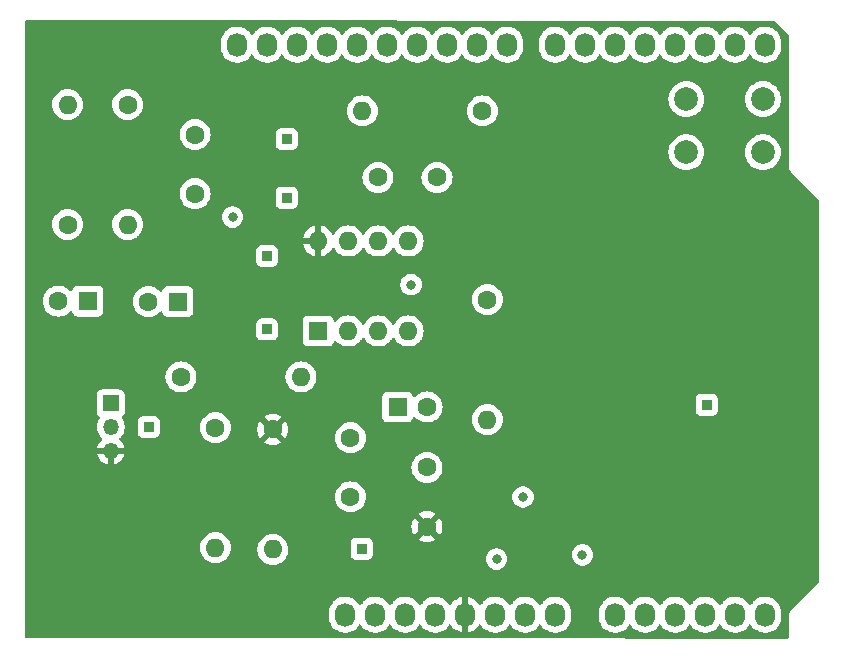
<source format=gbr>
%TF.GenerationSoftware,KiCad,Pcbnew,(6.0.0)*%
%TF.CreationDate,2022-05-11T10:24:23+02:00*%
%TF.ProjectId,speed_sensor,73706565-645f-4736-956e-736f722e6b69,v0.04*%
%TF.SameCoordinates,Original*%
%TF.FileFunction,Copper,L3,Inr*%
%TF.FilePolarity,Positive*%
%FSLAX46Y46*%
G04 Gerber Fmt 4.6, Leading zero omitted, Abs format (unit mm)*
G04 Created by KiCad (PCBNEW (6.0.0)) date 2022-05-11 10:24:23*
%MOMM*%
%LPD*%
G01*
G04 APERTURE LIST*
%TA.AperFunction,ComponentPad*%
%ADD10C,1.600000*%
%TD*%
%TA.AperFunction,ComponentPad*%
%ADD11O,1.727200X2.032000*%
%TD*%
%TA.AperFunction,ComponentPad*%
%ADD12O,1.600000X1.600000*%
%TD*%
%TA.AperFunction,ComponentPad*%
%ADD13R,0.850000X0.850000*%
%TD*%
%TA.AperFunction,ComponentPad*%
%ADD14R,1.600000X1.600000*%
%TD*%
%TA.AperFunction,ComponentPad*%
%ADD15C,2.000000*%
%TD*%
%TA.AperFunction,ComponentPad*%
%ADD16R,1.350000X1.350000*%
%TD*%
%TA.AperFunction,ComponentPad*%
%ADD17O,1.350000X1.350000*%
%TD*%
%TA.AperFunction,ViaPad*%
%ADD18C,0.800000*%
%TD*%
G04 APERTURE END LIST*
D10*
%TO.N,GNDA*%
%TO.C,C7*%
X145872200Y-111368200D03*
%TO.N,+5V*%
X145872200Y-116368200D03*
%TD*%
%TO.N,Net-(C6-Pad1)*%
%TO.C,C6*%
X146721200Y-86817200D03*
%TO.N,Net-(C6-Pad2)*%
X141721200Y-86817200D03*
%TD*%
%TO.N,/v_cm*%
%TO.C,C4*%
X139395200Y-113853600D03*
%TO.N,GNDA*%
X139395200Y-108853600D03*
%TD*%
%TO.N,Net-(C3-Pad1)*%
%TO.C,C3*%
X126238000Y-83185000D03*
%TO.N,Net-(C3-Pad2)*%
X126238000Y-88185000D03*
%TD*%
D11*
%TO.N,unconnected-(P1-Pad1)*%
%TO.C,P1*%
X138938000Y-123825000D03*
%TO.N,/IOREF*%
X141478000Y-123825000D03*
%TO.N,/Reset*%
X144018000Y-123825000D03*
%TO.N,unconnected-(P1-Pad4)*%
X146558000Y-123825000D03*
%TO.N,+5V*%
X149098000Y-123825000D03*
%TO.N,GND*%
X151638000Y-123825000D03*
X154178000Y-123825000D03*
%TO.N,/Vin*%
X156718000Y-123825000D03*
%TD*%
%TO.N,/A0*%
%TO.C,P2*%
X161798000Y-123825000D03*
%TO.N,/A1*%
X164338000Y-123825000D03*
%TO.N,/A2*%
X166878000Y-123825000D03*
%TO.N,/A3*%
X169418000Y-123825000D03*
%TO.N,unconnected-(P2-Pad5)*%
X171958000Y-123825000D03*
%TO.N,unconnected-(P2-Pad6)*%
X174498000Y-123825000D03*
%TD*%
%TO.N,unconnected-(P3-Pad1)*%
%TO.C,P3*%
X129794000Y-75565000D03*
%TO.N,unconnected-(P3-Pad2)*%
X132334000Y-75565000D03*
%TO.N,/AREF*%
X134874000Y-75565000D03*
%TO.N,unconnected-(P3-Pad4)*%
X137414000Y-75565000D03*
%TO.N,/D13(SCK)*%
X139954000Y-75565000D03*
%TO.N,/D12(MISO)*%
X142494000Y-75565000D03*
%TO.N,/D11(\u002A\u002A{slash}MOSI)*%
X145034000Y-75565000D03*
%TO.N,/D10(\u002A\u002A{slash}SS)*%
X147574000Y-75565000D03*
%TO.N,/D9*%
X150114000Y-75565000D03*
%TO.N,/D8*%
X152654000Y-75565000D03*
%TD*%
%TO.N,/D7*%
%TO.C,P4*%
X156718000Y-75565000D03*
%TO.N,/D6*%
X159258000Y-75565000D03*
%TO.N,/D5*%
X161798000Y-75565000D03*
%TO.N,/D4*%
X164338000Y-75565000D03*
%TO.N,/D3*%
X166878000Y-75565000D03*
%TO.N,/D2*%
X169418000Y-75565000D03*
%TO.N,/D1(Tx)*%
X171958000Y-75565000D03*
%TO.N,/D0(Rx)*%
X174498000Y-75565000D03*
%TD*%
D10*
%TO.N,Net-(C6-Pad1)*%
%TO.C,R6*%
X150571200Y-81178400D03*
D12*
%TO.N,Net-(C6-Pad2)*%
X140411200Y-81178400D03*
%TD*%
%TO.N,Net-(C6-Pad1)*%
%TO.C,R5*%
X115443000Y-80645000D03*
D10*
%TO.N,Net-(C5-Pad2)*%
X115443000Y-90805000D03*
%TD*%
D12*
%TO.N,Net-(C3-Pad1)*%
%TO.C,R3*%
X135204200Y-103708200D03*
D10*
%TO.N,Net-(C1-Pad1)*%
X125044200Y-103708200D03*
%TD*%
%TO.N,+5V*%
%TO.C,R1*%
X132816600Y-108153200D03*
D12*
%TO.N,/v_cm*%
X132816600Y-118313200D03*
%TD*%
D13*
%TO.N,/V_IN*%
%TO.C,sensor_out*%
X122301000Y-107950000D03*
%TD*%
D14*
%TO.N,/v_cm*%
%TO.C,C2*%
X143383000Y-106248200D03*
D10*
%TO.N,GNDA*%
X145883000Y-106248200D03*
%TD*%
D14*
%TO.N,Net-(C3-Pad2)*%
%TO.C,U1*%
X136662000Y-99812000D03*
D12*
%TO.N,Net-(C3-Pad1)*%
X139202000Y-99812000D03*
%TO.N,/v_cm*%
X141742000Y-99812000D03*
%TO.N,GNDA*%
X144282000Y-99812000D03*
%TO.N,/v_cm*%
X144282000Y-92192000D03*
%TO.N,Net-(C6-Pad1)*%
X141742000Y-92192000D03*
%TO.N,Net-(C6-Pad2)*%
X139202000Y-92192000D03*
%TO.N,+5V*%
X136662000Y-92192000D03*
%TD*%
D15*
%TO.N,GNDD*%
%TO.C,SW1*%
X174319000Y-84673000D03*
X167819000Y-84673000D03*
%TO.N,/D7*%
X167819000Y-80173000D03*
X174319000Y-80173000D03*
%TD*%
D10*
%TO.N,Net-(C6-Pad2)*%
%TO.C,R7*%
X150977600Y-97155000D03*
D12*
%TO.N,/A0*%
X150977600Y-107315000D03*
%TD*%
D13*
%TO.N,GNDA*%
%TO.C,GNDA*%
X133985000Y-83566000D03*
%TD*%
%TO.N,Net-(C6-Pad2)*%
%TO.C,OP2_out*%
X132334000Y-93472000D03*
%TD*%
D14*
%TO.N,Net-(C1-Pad1)*%
%TO.C,C1*%
X124776113Y-97322000D03*
D10*
%TO.N,/V_IN*%
X122276113Y-97322000D03*
%TD*%
D14*
%TO.N,Net-(C3-Pad2)*%
%TO.C,C5*%
X117156113Y-97282000D03*
D10*
%TO.N,Net-(C5-Pad2)*%
X114656113Y-97282000D03*
%TD*%
D16*
%TO.N,GNDA*%
%TO.C,sensor*%
X119098200Y-105950000D03*
D17*
%TO.N,/V_IN*%
X119098200Y-107950000D03*
%TO.N,+5V*%
X119098200Y-109950000D03*
%TD*%
D13*
%TO.N,Net-(C3-Pad2)*%
%TO.C,OP1_out*%
X132334000Y-99685000D03*
%TD*%
D10*
%TO.N,GNDA*%
%TO.C,R2*%
X127965200Y-108000800D03*
D12*
%TO.N,/v_cm*%
X127965200Y-118160800D03*
%TD*%
D13*
%TO.N,/v_cm*%
%TO.C,v_d_out*%
X140335000Y-118237000D03*
%TD*%
%TO.N,GNDD*%
%TO.C,GNDD*%
X169545000Y-106059700D03*
%TD*%
%TO.N,GNDA*%
%TO.C,GNDA*%
X133985000Y-88519000D03*
%TD*%
D12*
%TO.N,Net-(C3-Pad2)*%
%TO.C,R4*%
X120523000Y-90805000D03*
D10*
%TO.N,Net-(C3-Pad1)*%
X120523000Y-80645000D03*
%TD*%
D18*
%TO.N,GNDA*%
X151765000Y-119126000D03*
%TO.N,Net-(C3-Pad1)*%
X129413000Y-90170000D03*
%TO.N,+5V*%
X174447200Y-103784400D03*
%TO.N,/A0*%
X159029400Y-118770400D03*
X154000200Y-113868200D03*
%TO.N,Net-(C6-Pad2)*%
X144526000Y-95885000D03*
%TD*%
%TA.AperFunction,Conductor*%
%TO.N,+5V*%
G36*
X175251306Y-73532837D02*
G01*
X175319414Y-73552882D01*
X175340322Y-73569742D01*
X176493095Y-74722515D01*
X176527121Y-74784827D01*
X176530000Y-74811610D01*
X176530000Y-85907980D01*
X176528646Y-85920096D01*
X176529130Y-85920135D01*
X176528410Y-85929086D01*
X176526429Y-85937840D01*
X176526985Y-85946799D01*
X176529758Y-85991501D01*
X176530000Y-85999303D01*
X176530000Y-86015477D01*
X176530636Y-86019918D01*
X176530636Y-86019919D01*
X176531480Y-86025813D01*
X176532510Y-86035872D01*
X176535439Y-86083075D01*
X176538485Y-86091513D01*
X176539088Y-86094424D01*
X176543294Y-86111292D01*
X176544132Y-86114159D01*
X176545405Y-86123045D01*
X176549120Y-86131216D01*
X176549121Y-86131219D01*
X176564977Y-86166092D01*
X176568791Y-86175461D01*
X176581801Y-86211501D01*
X176581803Y-86211505D01*
X176584850Y-86219945D01*
X176590146Y-86227194D01*
X176591547Y-86229829D01*
X176600303Y-86244814D01*
X176601918Y-86247339D01*
X176605633Y-86255510D01*
X176611491Y-86262309D01*
X176611492Y-86262310D01*
X176636502Y-86291335D01*
X176642791Y-86299256D01*
X176647927Y-86306286D01*
X176650805Y-86310225D01*
X176661757Y-86321177D01*
X176668115Y-86328025D01*
X176694756Y-86358944D01*
X176694761Y-86358948D01*
X176700619Y-86365747D01*
X176708153Y-86370630D01*
X176714428Y-86376104D01*
X176726248Y-86385668D01*
X179033095Y-88692515D01*
X179067121Y-88754827D01*
X179070000Y-88781610D01*
X179070000Y-121022390D01*
X179049998Y-121090511D01*
X179033095Y-121111485D01*
X176729010Y-123415570D01*
X176719481Y-123423183D01*
X176719796Y-123423553D01*
X176712961Y-123429370D01*
X176705369Y-123434160D01*
X176699428Y-123440887D01*
X176669766Y-123474473D01*
X176664419Y-123480161D01*
X176652997Y-123491583D01*
X176650311Y-123495167D01*
X176650309Y-123495169D01*
X176646732Y-123499942D01*
X176640361Y-123507768D01*
X176609044Y-123543228D01*
X176605228Y-123551357D01*
X176603588Y-123553853D01*
X176594652Y-123568723D01*
X176593210Y-123571357D01*
X176587828Y-123578538D01*
X176573487Y-123616792D01*
X176571232Y-123622808D01*
X176567304Y-123632129D01*
X176551016Y-123666820D01*
X176551014Y-123666827D01*
X176547201Y-123674948D01*
X176545820Y-123683815D01*
X176544942Y-123686689D01*
X176540544Y-123703452D01*
X176539898Y-123706390D01*
X176536748Y-123714792D01*
X176536083Y-123723742D01*
X176533243Y-123761960D01*
X176532091Y-123771996D01*
X176530000Y-123785423D01*
X176530000Y-123800915D01*
X176529654Y-123810253D01*
X176525964Y-123859907D01*
X176527839Y-123868689D01*
X176528406Y-123877003D01*
X176530000Y-123892110D01*
X176530000Y-125730614D01*
X176509998Y-125798735D01*
X176456342Y-125845228D01*
X176403923Y-125856614D01*
X148998261Y-125839934D01*
X111949422Y-125817386D01*
X111881315Y-125797342D01*
X111834855Y-125743659D01*
X111823500Y-125691386D01*
X111823500Y-124035868D01*
X137565900Y-124035868D01*
X137580626Y-124209420D01*
X137581964Y-124214577D01*
X137581965Y-124214580D01*
X137614816Y-124341146D01*
X137639125Y-124434806D01*
X137734762Y-124647113D01*
X137864804Y-124840272D01*
X138025532Y-125008758D01*
X138212350Y-125147754D01*
X138217102Y-125150170D01*
X138414244Y-125250402D01*
X138419916Y-125253286D01*
X138531106Y-125287812D01*
X138637193Y-125320753D01*
X138637199Y-125320754D01*
X138642296Y-125322337D01*
X138766660Y-125338820D01*
X138867848Y-125352232D01*
X138867852Y-125352232D01*
X138873132Y-125352932D01*
X138878462Y-125352732D01*
X138878463Y-125352732D01*
X138989477Y-125348564D01*
X139105822Y-125344197D01*
X139270713Y-125309599D01*
X139328486Y-125297477D01*
X139328489Y-125297476D01*
X139333713Y-125296380D01*
X139550290Y-125210850D01*
X139749359Y-125090051D01*
X139847492Y-125004896D01*
X139921197Y-124940939D01*
X139921199Y-124940937D01*
X139925230Y-124937439D01*
X139928613Y-124933313D01*
X139928617Y-124933309D01*
X140069487Y-124761504D01*
X140072872Y-124757376D01*
X140098845Y-124711748D01*
X140149927Y-124662442D01*
X140219558Y-124648580D01*
X140285629Y-124674563D01*
X140312867Y-124703713D01*
X140404804Y-124840272D01*
X140565532Y-125008758D01*
X140752350Y-125147754D01*
X140757102Y-125150170D01*
X140954244Y-125250402D01*
X140959916Y-125253286D01*
X141071106Y-125287812D01*
X141177193Y-125320753D01*
X141177199Y-125320754D01*
X141182296Y-125322337D01*
X141306660Y-125338820D01*
X141407848Y-125352232D01*
X141407852Y-125352232D01*
X141413132Y-125352932D01*
X141418462Y-125352732D01*
X141418463Y-125352732D01*
X141529477Y-125348564D01*
X141645822Y-125344197D01*
X141810713Y-125309599D01*
X141868486Y-125297477D01*
X141868489Y-125297476D01*
X141873713Y-125296380D01*
X142090290Y-125210850D01*
X142289359Y-125090051D01*
X142387492Y-125004896D01*
X142461197Y-124940939D01*
X142461199Y-124940937D01*
X142465230Y-124937439D01*
X142468613Y-124933313D01*
X142468617Y-124933309D01*
X142609487Y-124761504D01*
X142612872Y-124757376D01*
X142638845Y-124711748D01*
X142689927Y-124662442D01*
X142759558Y-124648580D01*
X142825629Y-124674563D01*
X142852867Y-124703713D01*
X142944804Y-124840272D01*
X143105532Y-125008758D01*
X143292350Y-125147754D01*
X143297102Y-125150170D01*
X143494244Y-125250402D01*
X143499916Y-125253286D01*
X143611106Y-125287812D01*
X143717193Y-125320753D01*
X143717199Y-125320754D01*
X143722296Y-125322337D01*
X143846660Y-125338820D01*
X143947848Y-125352232D01*
X143947852Y-125352232D01*
X143953132Y-125352932D01*
X143958462Y-125352732D01*
X143958463Y-125352732D01*
X144069477Y-125348564D01*
X144185822Y-125344197D01*
X144350713Y-125309599D01*
X144408486Y-125297477D01*
X144408489Y-125297476D01*
X144413713Y-125296380D01*
X144630290Y-125210850D01*
X144829359Y-125090051D01*
X144927492Y-125004896D01*
X145001197Y-124940939D01*
X145001199Y-124940937D01*
X145005230Y-124937439D01*
X145008613Y-124933313D01*
X145008617Y-124933309D01*
X145149487Y-124761504D01*
X145152872Y-124757376D01*
X145178845Y-124711748D01*
X145229927Y-124662442D01*
X145299558Y-124648580D01*
X145365629Y-124674563D01*
X145392867Y-124703713D01*
X145484804Y-124840272D01*
X145645532Y-125008758D01*
X145832350Y-125147754D01*
X145837102Y-125150170D01*
X146034244Y-125250402D01*
X146039916Y-125253286D01*
X146151106Y-125287812D01*
X146257193Y-125320753D01*
X146257199Y-125320754D01*
X146262296Y-125322337D01*
X146386660Y-125338820D01*
X146487848Y-125352232D01*
X146487852Y-125352232D01*
X146493132Y-125352932D01*
X146498462Y-125352732D01*
X146498463Y-125352732D01*
X146609477Y-125348564D01*
X146725822Y-125344197D01*
X146890713Y-125309599D01*
X146948486Y-125297477D01*
X146948489Y-125297476D01*
X146953713Y-125296380D01*
X147170290Y-125210850D01*
X147369359Y-125090051D01*
X147467492Y-125004896D01*
X147541197Y-124940939D01*
X147541199Y-124940937D01*
X147545230Y-124937439D01*
X147548613Y-124933313D01*
X147548617Y-124933309D01*
X147689487Y-124761504D01*
X147692872Y-124757376D01*
X147719122Y-124711261D01*
X147770202Y-124661956D01*
X147839832Y-124648094D01*
X147905904Y-124674077D01*
X147933143Y-124703227D01*
X148022215Y-124835530D01*
X148028876Y-124843816D01*
X148182180Y-125004520D01*
X148190148Y-125011569D01*
X148368336Y-125144144D01*
X148377366Y-125149743D01*
X148575347Y-125250402D01*
X148585208Y-125254405D01*
X148797301Y-125320263D01*
X148807696Y-125322548D01*
X148826041Y-125324980D01*
X148840208Y-125322783D01*
X148844000Y-125309599D01*
X148844000Y-125307488D01*
X149352000Y-125307488D01*
X149355973Y-125321019D01*
X149366580Y-125322544D01*
X149488343Y-125296996D01*
X149498539Y-125293936D01*
X149705097Y-125212363D01*
X149714634Y-125207629D01*
X149904503Y-125092414D01*
X149913093Y-125086150D01*
X150080837Y-124940589D01*
X150088257Y-124932959D01*
X150229073Y-124761220D01*
X150235102Y-124752449D01*
X150258533Y-124711285D01*
X150309615Y-124661978D01*
X150379245Y-124648116D01*
X150445316Y-124674099D01*
X150472555Y-124703249D01*
X150564804Y-124840272D01*
X150725532Y-125008758D01*
X150912350Y-125147754D01*
X150917102Y-125150170D01*
X151114244Y-125250402D01*
X151119916Y-125253286D01*
X151231106Y-125287812D01*
X151337193Y-125320753D01*
X151337199Y-125320754D01*
X151342296Y-125322337D01*
X151466660Y-125338820D01*
X151567848Y-125352232D01*
X151567852Y-125352232D01*
X151573132Y-125352932D01*
X151578462Y-125352732D01*
X151578463Y-125352732D01*
X151689477Y-125348564D01*
X151805822Y-125344197D01*
X151970713Y-125309599D01*
X152028486Y-125297477D01*
X152028489Y-125297476D01*
X152033713Y-125296380D01*
X152250290Y-125210850D01*
X152449359Y-125090051D01*
X152547492Y-125004896D01*
X152621197Y-124940939D01*
X152621199Y-124940937D01*
X152625230Y-124937439D01*
X152628613Y-124933313D01*
X152628617Y-124933309D01*
X152769487Y-124761504D01*
X152772872Y-124757376D01*
X152798845Y-124711748D01*
X152849927Y-124662442D01*
X152919558Y-124648580D01*
X152985629Y-124674563D01*
X153012867Y-124703713D01*
X153104804Y-124840272D01*
X153265532Y-125008758D01*
X153452350Y-125147754D01*
X153457102Y-125150170D01*
X153654244Y-125250402D01*
X153659916Y-125253286D01*
X153771106Y-125287812D01*
X153877193Y-125320753D01*
X153877199Y-125320754D01*
X153882296Y-125322337D01*
X154006660Y-125338820D01*
X154107848Y-125352232D01*
X154107852Y-125352232D01*
X154113132Y-125352932D01*
X154118462Y-125352732D01*
X154118463Y-125352732D01*
X154229477Y-125348564D01*
X154345822Y-125344197D01*
X154510713Y-125309599D01*
X154568486Y-125297477D01*
X154568489Y-125297476D01*
X154573713Y-125296380D01*
X154790290Y-125210850D01*
X154989359Y-125090051D01*
X155087492Y-125004896D01*
X155161197Y-124940939D01*
X155161199Y-124940937D01*
X155165230Y-124937439D01*
X155168613Y-124933313D01*
X155168617Y-124933309D01*
X155309487Y-124761504D01*
X155312872Y-124757376D01*
X155338845Y-124711748D01*
X155389927Y-124662442D01*
X155459558Y-124648580D01*
X155525629Y-124674563D01*
X155552867Y-124703713D01*
X155644804Y-124840272D01*
X155805532Y-125008758D01*
X155992350Y-125147754D01*
X155997102Y-125150170D01*
X156194244Y-125250402D01*
X156199916Y-125253286D01*
X156311106Y-125287812D01*
X156417193Y-125320753D01*
X156417199Y-125320754D01*
X156422296Y-125322337D01*
X156546660Y-125338820D01*
X156647848Y-125352232D01*
X156647852Y-125352232D01*
X156653132Y-125352932D01*
X156658462Y-125352732D01*
X156658463Y-125352732D01*
X156769477Y-125348564D01*
X156885822Y-125344197D01*
X157050713Y-125309599D01*
X157108486Y-125297477D01*
X157108489Y-125297476D01*
X157113713Y-125296380D01*
X157330290Y-125210850D01*
X157529359Y-125090051D01*
X157627492Y-125004896D01*
X157701197Y-124940939D01*
X157701199Y-124940937D01*
X157705230Y-124937439D01*
X157708613Y-124933313D01*
X157708617Y-124933309D01*
X157849487Y-124761504D01*
X157852872Y-124757376D01*
X157883696Y-124703227D01*
X157965422Y-124559654D01*
X157968065Y-124555011D01*
X157988239Y-124499435D01*
X158045695Y-124341146D01*
X158045696Y-124341142D01*
X158047515Y-124336131D01*
X158088950Y-124106993D01*
X158090100Y-124082606D01*
X158090100Y-124035868D01*
X160425900Y-124035868D01*
X160440626Y-124209420D01*
X160441964Y-124214577D01*
X160441965Y-124214580D01*
X160474816Y-124341146D01*
X160499125Y-124434806D01*
X160594762Y-124647113D01*
X160724804Y-124840272D01*
X160885532Y-125008758D01*
X161072350Y-125147754D01*
X161077102Y-125150170D01*
X161274244Y-125250402D01*
X161279916Y-125253286D01*
X161391106Y-125287812D01*
X161497193Y-125320753D01*
X161497199Y-125320754D01*
X161502296Y-125322337D01*
X161626660Y-125338820D01*
X161727848Y-125352232D01*
X161727852Y-125352232D01*
X161733132Y-125352932D01*
X161738462Y-125352732D01*
X161738463Y-125352732D01*
X161849477Y-125348564D01*
X161965822Y-125344197D01*
X162130713Y-125309599D01*
X162188486Y-125297477D01*
X162188489Y-125297476D01*
X162193713Y-125296380D01*
X162410290Y-125210850D01*
X162609359Y-125090051D01*
X162707492Y-125004896D01*
X162781197Y-124940939D01*
X162781199Y-124940937D01*
X162785230Y-124937439D01*
X162788613Y-124933313D01*
X162788617Y-124933309D01*
X162929487Y-124761504D01*
X162932872Y-124757376D01*
X162958845Y-124711748D01*
X163009927Y-124662442D01*
X163079558Y-124648580D01*
X163145629Y-124674563D01*
X163172867Y-124703713D01*
X163264804Y-124840272D01*
X163425532Y-125008758D01*
X163612350Y-125147754D01*
X163617102Y-125150170D01*
X163814244Y-125250402D01*
X163819916Y-125253286D01*
X163931106Y-125287812D01*
X164037193Y-125320753D01*
X164037199Y-125320754D01*
X164042296Y-125322337D01*
X164166660Y-125338820D01*
X164267848Y-125352232D01*
X164267852Y-125352232D01*
X164273132Y-125352932D01*
X164278462Y-125352732D01*
X164278463Y-125352732D01*
X164389477Y-125348564D01*
X164505822Y-125344197D01*
X164670713Y-125309599D01*
X164728486Y-125297477D01*
X164728489Y-125297476D01*
X164733713Y-125296380D01*
X164950290Y-125210850D01*
X165149359Y-125090051D01*
X165247492Y-125004896D01*
X165321197Y-124940939D01*
X165321199Y-124940937D01*
X165325230Y-124937439D01*
X165328613Y-124933313D01*
X165328617Y-124933309D01*
X165469487Y-124761504D01*
X165472872Y-124757376D01*
X165498845Y-124711748D01*
X165549927Y-124662442D01*
X165619558Y-124648580D01*
X165685629Y-124674563D01*
X165712867Y-124703713D01*
X165804804Y-124840272D01*
X165965532Y-125008758D01*
X166152350Y-125147754D01*
X166157102Y-125150170D01*
X166354244Y-125250402D01*
X166359916Y-125253286D01*
X166471106Y-125287812D01*
X166577193Y-125320753D01*
X166577199Y-125320754D01*
X166582296Y-125322337D01*
X166706660Y-125338820D01*
X166807848Y-125352232D01*
X166807852Y-125352232D01*
X166813132Y-125352932D01*
X166818462Y-125352732D01*
X166818463Y-125352732D01*
X166929477Y-125348564D01*
X167045822Y-125344197D01*
X167210713Y-125309599D01*
X167268486Y-125297477D01*
X167268489Y-125297476D01*
X167273713Y-125296380D01*
X167490290Y-125210850D01*
X167689359Y-125090051D01*
X167787492Y-125004896D01*
X167861197Y-124940939D01*
X167861199Y-124940937D01*
X167865230Y-124937439D01*
X167868613Y-124933313D01*
X167868617Y-124933309D01*
X168009487Y-124761504D01*
X168012872Y-124757376D01*
X168038845Y-124711748D01*
X168089927Y-124662442D01*
X168159558Y-124648580D01*
X168225629Y-124674563D01*
X168252867Y-124703713D01*
X168344804Y-124840272D01*
X168505532Y-125008758D01*
X168692350Y-125147754D01*
X168697102Y-125150170D01*
X168894244Y-125250402D01*
X168899916Y-125253286D01*
X169011106Y-125287812D01*
X169117193Y-125320753D01*
X169117199Y-125320754D01*
X169122296Y-125322337D01*
X169246660Y-125338820D01*
X169347848Y-125352232D01*
X169347852Y-125352232D01*
X169353132Y-125352932D01*
X169358462Y-125352732D01*
X169358463Y-125352732D01*
X169469477Y-125348564D01*
X169585822Y-125344197D01*
X169750713Y-125309599D01*
X169808486Y-125297477D01*
X169808489Y-125297476D01*
X169813713Y-125296380D01*
X170030290Y-125210850D01*
X170229359Y-125090051D01*
X170327492Y-125004896D01*
X170401197Y-124940939D01*
X170401199Y-124940937D01*
X170405230Y-124937439D01*
X170408613Y-124933313D01*
X170408617Y-124933309D01*
X170549487Y-124761504D01*
X170552872Y-124757376D01*
X170578845Y-124711748D01*
X170629927Y-124662442D01*
X170699558Y-124648580D01*
X170765629Y-124674563D01*
X170792867Y-124703713D01*
X170884804Y-124840272D01*
X171045532Y-125008758D01*
X171232350Y-125147754D01*
X171237102Y-125150170D01*
X171434244Y-125250402D01*
X171439916Y-125253286D01*
X171551106Y-125287812D01*
X171657193Y-125320753D01*
X171657199Y-125320754D01*
X171662296Y-125322337D01*
X171786660Y-125338820D01*
X171887848Y-125352232D01*
X171887852Y-125352232D01*
X171893132Y-125352932D01*
X171898462Y-125352732D01*
X171898463Y-125352732D01*
X172009477Y-125348564D01*
X172125822Y-125344197D01*
X172290713Y-125309599D01*
X172348486Y-125297477D01*
X172348489Y-125297476D01*
X172353713Y-125296380D01*
X172570290Y-125210850D01*
X172769359Y-125090051D01*
X172867492Y-125004896D01*
X172941197Y-124940939D01*
X172941199Y-124940937D01*
X172945230Y-124937439D01*
X172948613Y-124933313D01*
X172948617Y-124933309D01*
X173089487Y-124761504D01*
X173092872Y-124757376D01*
X173118845Y-124711748D01*
X173169927Y-124662442D01*
X173239558Y-124648580D01*
X173305629Y-124674563D01*
X173332867Y-124703713D01*
X173424804Y-124840272D01*
X173585532Y-125008758D01*
X173772350Y-125147754D01*
X173777102Y-125150170D01*
X173974244Y-125250402D01*
X173979916Y-125253286D01*
X174091106Y-125287812D01*
X174197193Y-125320753D01*
X174197199Y-125320754D01*
X174202296Y-125322337D01*
X174326660Y-125338820D01*
X174427848Y-125352232D01*
X174427852Y-125352232D01*
X174433132Y-125352932D01*
X174438462Y-125352732D01*
X174438463Y-125352732D01*
X174549477Y-125348564D01*
X174665822Y-125344197D01*
X174830713Y-125309599D01*
X174888486Y-125297477D01*
X174888489Y-125297476D01*
X174893713Y-125296380D01*
X175110290Y-125210850D01*
X175309359Y-125090051D01*
X175407492Y-125004896D01*
X175481197Y-124940939D01*
X175481199Y-124940937D01*
X175485230Y-124937439D01*
X175488613Y-124933313D01*
X175488617Y-124933309D01*
X175629487Y-124761504D01*
X175632872Y-124757376D01*
X175663696Y-124703227D01*
X175745422Y-124559654D01*
X175748065Y-124555011D01*
X175768239Y-124499435D01*
X175825695Y-124341146D01*
X175825696Y-124341142D01*
X175827515Y-124336131D01*
X175868950Y-124106993D01*
X175870100Y-124082606D01*
X175870100Y-123614132D01*
X175859702Y-123491583D01*
X175855825Y-123445891D01*
X175855824Y-123445887D01*
X175855374Y-123440580D01*
X175853708Y-123434160D01*
X175798217Y-123220363D01*
X175798216Y-123220359D01*
X175796875Y-123215194D01*
X175701238Y-123002887D01*
X175571196Y-122809728D01*
X175410468Y-122641242D01*
X175223650Y-122502246D01*
X175096574Y-122437637D01*
X175020842Y-122399133D01*
X175020841Y-122399133D01*
X175016084Y-122396714D01*
X174877299Y-122353620D01*
X174798807Y-122329247D01*
X174798801Y-122329246D01*
X174793704Y-122327663D01*
X174669340Y-122311180D01*
X174568152Y-122297768D01*
X174568148Y-122297768D01*
X174562868Y-122297068D01*
X174557538Y-122297268D01*
X174557537Y-122297268D01*
X174446523Y-122301435D01*
X174330178Y-122305803D01*
X174247474Y-122323156D01*
X174107514Y-122352523D01*
X174107511Y-122352524D01*
X174102287Y-122353620D01*
X173885710Y-122439150D01*
X173686641Y-122559949D01*
X173682611Y-122563446D01*
X173588075Y-122645480D01*
X173510770Y-122712561D01*
X173507387Y-122716687D01*
X173507383Y-122716691D01*
X173434262Y-122805869D01*
X173363128Y-122892624D01*
X173360490Y-122897259D01*
X173360487Y-122897263D01*
X173337155Y-122938252D01*
X173286073Y-122987558D01*
X173216442Y-123001420D01*
X173150371Y-122975437D01*
X173123133Y-122946287D01*
X173034176Y-122814155D01*
X173031196Y-122809728D01*
X172870468Y-122641242D01*
X172683650Y-122502246D01*
X172556574Y-122437637D01*
X172480842Y-122399133D01*
X172480841Y-122399133D01*
X172476084Y-122396714D01*
X172337299Y-122353620D01*
X172258807Y-122329247D01*
X172258801Y-122329246D01*
X172253704Y-122327663D01*
X172129340Y-122311180D01*
X172028152Y-122297768D01*
X172028148Y-122297768D01*
X172022868Y-122297068D01*
X172017538Y-122297268D01*
X172017537Y-122297268D01*
X171906523Y-122301435D01*
X171790178Y-122305803D01*
X171707474Y-122323156D01*
X171567514Y-122352523D01*
X171567511Y-122352524D01*
X171562287Y-122353620D01*
X171345710Y-122439150D01*
X171146641Y-122559949D01*
X171142611Y-122563446D01*
X171048075Y-122645480D01*
X170970770Y-122712561D01*
X170967387Y-122716687D01*
X170967383Y-122716691D01*
X170894262Y-122805869D01*
X170823128Y-122892624D01*
X170820490Y-122897259D01*
X170820487Y-122897263D01*
X170797155Y-122938252D01*
X170746073Y-122987558D01*
X170676442Y-123001420D01*
X170610371Y-122975437D01*
X170583133Y-122946287D01*
X170494176Y-122814155D01*
X170491196Y-122809728D01*
X170330468Y-122641242D01*
X170143650Y-122502246D01*
X170016574Y-122437637D01*
X169940842Y-122399133D01*
X169940841Y-122399133D01*
X169936084Y-122396714D01*
X169797299Y-122353620D01*
X169718807Y-122329247D01*
X169718801Y-122329246D01*
X169713704Y-122327663D01*
X169589340Y-122311180D01*
X169488152Y-122297768D01*
X169488148Y-122297768D01*
X169482868Y-122297068D01*
X169477538Y-122297268D01*
X169477537Y-122297268D01*
X169366523Y-122301435D01*
X169250178Y-122305803D01*
X169167474Y-122323156D01*
X169027514Y-122352523D01*
X169027511Y-122352524D01*
X169022287Y-122353620D01*
X168805710Y-122439150D01*
X168606641Y-122559949D01*
X168602611Y-122563446D01*
X168508075Y-122645480D01*
X168430770Y-122712561D01*
X168427387Y-122716687D01*
X168427383Y-122716691D01*
X168354262Y-122805869D01*
X168283128Y-122892624D01*
X168280490Y-122897259D01*
X168280487Y-122897263D01*
X168257155Y-122938252D01*
X168206073Y-122987558D01*
X168136442Y-123001420D01*
X168070371Y-122975437D01*
X168043133Y-122946287D01*
X167954176Y-122814155D01*
X167951196Y-122809728D01*
X167790468Y-122641242D01*
X167603650Y-122502246D01*
X167476574Y-122437637D01*
X167400842Y-122399133D01*
X167400841Y-122399133D01*
X167396084Y-122396714D01*
X167257299Y-122353620D01*
X167178807Y-122329247D01*
X167178801Y-122329246D01*
X167173704Y-122327663D01*
X167049340Y-122311180D01*
X166948152Y-122297768D01*
X166948148Y-122297768D01*
X166942868Y-122297068D01*
X166937538Y-122297268D01*
X166937537Y-122297268D01*
X166826523Y-122301435D01*
X166710178Y-122305803D01*
X166627474Y-122323156D01*
X166487514Y-122352523D01*
X166487511Y-122352524D01*
X166482287Y-122353620D01*
X166265710Y-122439150D01*
X166066641Y-122559949D01*
X166062611Y-122563446D01*
X165968075Y-122645480D01*
X165890770Y-122712561D01*
X165887387Y-122716687D01*
X165887383Y-122716691D01*
X165814262Y-122805869D01*
X165743128Y-122892624D01*
X165740490Y-122897259D01*
X165740487Y-122897263D01*
X165717155Y-122938252D01*
X165666073Y-122987558D01*
X165596442Y-123001420D01*
X165530371Y-122975437D01*
X165503133Y-122946287D01*
X165414176Y-122814155D01*
X165411196Y-122809728D01*
X165250468Y-122641242D01*
X165063650Y-122502246D01*
X164936574Y-122437637D01*
X164860842Y-122399133D01*
X164860841Y-122399133D01*
X164856084Y-122396714D01*
X164717299Y-122353620D01*
X164638807Y-122329247D01*
X164638801Y-122329246D01*
X164633704Y-122327663D01*
X164509340Y-122311180D01*
X164408152Y-122297768D01*
X164408148Y-122297768D01*
X164402868Y-122297068D01*
X164397538Y-122297268D01*
X164397537Y-122297268D01*
X164286523Y-122301435D01*
X164170178Y-122305803D01*
X164087474Y-122323156D01*
X163947514Y-122352523D01*
X163947511Y-122352524D01*
X163942287Y-122353620D01*
X163725710Y-122439150D01*
X163526641Y-122559949D01*
X163522611Y-122563446D01*
X163428075Y-122645480D01*
X163350770Y-122712561D01*
X163347387Y-122716687D01*
X163347383Y-122716691D01*
X163274262Y-122805869D01*
X163203128Y-122892624D01*
X163200490Y-122897259D01*
X163200487Y-122897263D01*
X163177155Y-122938252D01*
X163126073Y-122987558D01*
X163056442Y-123001420D01*
X162990371Y-122975437D01*
X162963133Y-122946287D01*
X162874176Y-122814155D01*
X162871196Y-122809728D01*
X162710468Y-122641242D01*
X162523650Y-122502246D01*
X162396574Y-122437637D01*
X162320842Y-122399133D01*
X162320841Y-122399133D01*
X162316084Y-122396714D01*
X162177299Y-122353620D01*
X162098807Y-122329247D01*
X162098801Y-122329246D01*
X162093704Y-122327663D01*
X161969340Y-122311180D01*
X161868152Y-122297768D01*
X161868148Y-122297768D01*
X161862868Y-122297068D01*
X161857538Y-122297268D01*
X161857537Y-122297268D01*
X161746523Y-122301435D01*
X161630178Y-122305803D01*
X161547474Y-122323156D01*
X161407514Y-122352523D01*
X161407511Y-122352524D01*
X161402287Y-122353620D01*
X161185710Y-122439150D01*
X160986641Y-122559949D01*
X160982611Y-122563446D01*
X160888075Y-122645480D01*
X160810770Y-122712561D01*
X160807387Y-122716687D01*
X160807383Y-122716691D01*
X160734262Y-122805869D01*
X160663128Y-122892624D01*
X160660490Y-122897259D01*
X160660487Y-122897263D01*
X160597589Y-123007760D01*
X160547935Y-123094989D01*
X160546114Y-123100005D01*
X160546112Y-123100010D01*
X160504302Y-123215194D01*
X160468485Y-123313869D01*
X160427050Y-123543007D01*
X160426855Y-123547146D01*
X160426854Y-123547153D01*
X160425970Y-123565905D01*
X160425900Y-123567394D01*
X160425900Y-124035868D01*
X158090100Y-124035868D01*
X158090100Y-123614132D01*
X158079702Y-123491583D01*
X158075825Y-123445891D01*
X158075824Y-123445887D01*
X158075374Y-123440580D01*
X158073708Y-123434160D01*
X158018217Y-123220363D01*
X158018216Y-123220359D01*
X158016875Y-123215194D01*
X157921238Y-123002887D01*
X157791196Y-122809728D01*
X157630468Y-122641242D01*
X157443650Y-122502246D01*
X157316574Y-122437637D01*
X157240842Y-122399133D01*
X157240841Y-122399133D01*
X157236084Y-122396714D01*
X157097299Y-122353620D01*
X157018807Y-122329247D01*
X157018801Y-122329246D01*
X157013704Y-122327663D01*
X156889340Y-122311180D01*
X156788152Y-122297768D01*
X156788148Y-122297768D01*
X156782868Y-122297068D01*
X156777538Y-122297268D01*
X156777537Y-122297268D01*
X156666523Y-122301435D01*
X156550178Y-122305803D01*
X156467474Y-122323156D01*
X156327514Y-122352523D01*
X156327511Y-122352524D01*
X156322287Y-122353620D01*
X156105710Y-122439150D01*
X155906641Y-122559949D01*
X155902611Y-122563446D01*
X155808075Y-122645480D01*
X155730770Y-122712561D01*
X155727387Y-122716687D01*
X155727383Y-122716691D01*
X155654262Y-122805869D01*
X155583128Y-122892624D01*
X155580490Y-122897259D01*
X155580487Y-122897263D01*
X155557155Y-122938252D01*
X155506073Y-122987558D01*
X155436442Y-123001420D01*
X155370371Y-122975437D01*
X155343133Y-122946287D01*
X155254176Y-122814155D01*
X155251196Y-122809728D01*
X155090468Y-122641242D01*
X154903650Y-122502246D01*
X154776574Y-122437637D01*
X154700842Y-122399133D01*
X154700841Y-122399133D01*
X154696084Y-122396714D01*
X154557299Y-122353620D01*
X154478807Y-122329247D01*
X154478801Y-122329246D01*
X154473704Y-122327663D01*
X154349340Y-122311180D01*
X154248152Y-122297768D01*
X154248148Y-122297768D01*
X154242868Y-122297068D01*
X154237538Y-122297268D01*
X154237537Y-122297268D01*
X154126523Y-122301435D01*
X154010178Y-122305803D01*
X153927474Y-122323156D01*
X153787514Y-122352523D01*
X153787511Y-122352524D01*
X153782287Y-122353620D01*
X153565710Y-122439150D01*
X153366641Y-122559949D01*
X153362611Y-122563446D01*
X153268075Y-122645480D01*
X153190770Y-122712561D01*
X153187387Y-122716687D01*
X153187383Y-122716691D01*
X153114262Y-122805869D01*
X153043128Y-122892624D01*
X153040490Y-122897259D01*
X153040487Y-122897263D01*
X153017155Y-122938252D01*
X152966073Y-122987558D01*
X152896442Y-123001420D01*
X152830371Y-122975437D01*
X152803133Y-122946287D01*
X152714176Y-122814155D01*
X152711196Y-122809728D01*
X152550468Y-122641242D01*
X152363650Y-122502246D01*
X152236574Y-122437637D01*
X152160842Y-122399133D01*
X152160841Y-122399133D01*
X152156084Y-122396714D01*
X152017299Y-122353620D01*
X151938807Y-122329247D01*
X151938801Y-122329246D01*
X151933704Y-122327663D01*
X151809340Y-122311180D01*
X151708152Y-122297768D01*
X151708148Y-122297768D01*
X151702868Y-122297068D01*
X151697538Y-122297268D01*
X151697537Y-122297268D01*
X151586523Y-122301435D01*
X151470178Y-122305803D01*
X151387474Y-122323156D01*
X151247514Y-122352523D01*
X151247511Y-122352524D01*
X151242287Y-122353620D01*
X151025710Y-122439150D01*
X150826641Y-122559949D01*
X150822611Y-122563446D01*
X150728075Y-122645480D01*
X150650770Y-122712561D01*
X150647387Y-122716687D01*
X150647383Y-122716691D01*
X150574262Y-122805869D01*
X150503128Y-122892624D01*
X150476878Y-122938739D01*
X150425798Y-122988044D01*
X150356168Y-123001906D01*
X150290096Y-122975923D01*
X150262857Y-122946773D01*
X150173785Y-122814470D01*
X150167124Y-122806184D01*
X150013820Y-122645480D01*
X150005852Y-122638431D01*
X149827664Y-122505856D01*
X149818634Y-122500257D01*
X149620653Y-122399598D01*
X149610792Y-122395595D01*
X149398699Y-122329737D01*
X149388304Y-122327452D01*
X149369959Y-122325020D01*
X149355792Y-122327217D01*
X149352000Y-122340401D01*
X149352000Y-125307488D01*
X148844000Y-125307488D01*
X148844000Y-122342512D01*
X148840027Y-122328981D01*
X148829420Y-122327456D01*
X148707657Y-122353004D01*
X148697461Y-122356064D01*
X148490903Y-122437637D01*
X148481366Y-122442371D01*
X148291497Y-122557586D01*
X148282907Y-122563850D01*
X148115163Y-122709411D01*
X148107743Y-122717041D01*
X147966927Y-122888780D01*
X147960898Y-122897551D01*
X147937467Y-122938715D01*
X147886385Y-122988022D01*
X147816755Y-123001884D01*
X147750684Y-122975901D01*
X147723445Y-122946751D01*
X147684417Y-122888780D01*
X147631196Y-122809728D01*
X147470468Y-122641242D01*
X147283650Y-122502246D01*
X147156574Y-122437637D01*
X147080842Y-122399133D01*
X147080841Y-122399133D01*
X147076084Y-122396714D01*
X146937299Y-122353620D01*
X146858807Y-122329247D01*
X146858801Y-122329246D01*
X146853704Y-122327663D01*
X146729340Y-122311180D01*
X146628152Y-122297768D01*
X146628148Y-122297768D01*
X146622868Y-122297068D01*
X146617538Y-122297268D01*
X146617537Y-122297268D01*
X146506523Y-122301435D01*
X146390178Y-122305803D01*
X146307474Y-122323156D01*
X146167514Y-122352523D01*
X146167511Y-122352524D01*
X146162287Y-122353620D01*
X145945710Y-122439150D01*
X145746641Y-122559949D01*
X145742611Y-122563446D01*
X145648075Y-122645480D01*
X145570770Y-122712561D01*
X145567387Y-122716687D01*
X145567383Y-122716691D01*
X145494262Y-122805869D01*
X145423128Y-122892624D01*
X145420490Y-122897259D01*
X145420487Y-122897263D01*
X145397155Y-122938252D01*
X145346073Y-122987558D01*
X145276442Y-123001420D01*
X145210371Y-122975437D01*
X145183133Y-122946287D01*
X145094176Y-122814155D01*
X145091196Y-122809728D01*
X144930468Y-122641242D01*
X144743650Y-122502246D01*
X144616574Y-122437637D01*
X144540842Y-122399133D01*
X144540841Y-122399133D01*
X144536084Y-122396714D01*
X144397299Y-122353620D01*
X144318807Y-122329247D01*
X144318801Y-122329246D01*
X144313704Y-122327663D01*
X144189340Y-122311180D01*
X144088152Y-122297768D01*
X144088148Y-122297768D01*
X144082868Y-122297068D01*
X144077538Y-122297268D01*
X144077537Y-122297268D01*
X143966523Y-122301435D01*
X143850178Y-122305803D01*
X143767474Y-122323156D01*
X143627514Y-122352523D01*
X143627511Y-122352524D01*
X143622287Y-122353620D01*
X143405710Y-122439150D01*
X143206641Y-122559949D01*
X143202611Y-122563446D01*
X143108075Y-122645480D01*
X143030770Y-122712561D01*
X143027387Y-122716687D01*
X143027383Y-122716691D01*
X142954262Y-122805869D01*
X142883128Y-122892624D01*
X142880490Y-122897259D01*
X142880487Y-122897263D01*
X142857155Y-122938252D01*
X142806073Y-122987558D01*
X142736442Y-123001420D01*
X142670371Y-122975437D01*
X142643133Y-122946287D01*
X142554176Y-122814155D01*
X142551196Y-122809728D01*
X142390468Y-122641242D01*
X142203650Y-122502246D01*
X142076574Y-122437637D01*
X142000842Y-122399133D01*
X142000841Y-122399133D01*
X141996084Y-122396714D01*
X141857299Y-122353620D01*
X141778807Y-122329247D01*
X141778801Y-122329246D01*
X141773704Y-122327663D01*
X141649340Y-122311180D01*
X141548152Y-122297768D01*
X141548148Y-122297768D01*
X141542868Y-122297068D01*
X141537538Y-122297268D01*
X141537537Y-122297268D01*
X141426523Y-122301435D01*
X141310178Y-122305803D01*
X141227474Y-122323156D01*
X141087514Y-122352523D01*
X141087511Y-122352524D01*
X141082287Y-122353620D01*
X140865710Y-122439150D01*
X140666641Y-122559949D01*
X140662611Y-122563446D01*
X140568075Y-122645480D01*
X140490770Y-122712561D01*
X140487387Y-122716687D01*
X140487383Y-122716691D01*
X140414262Y-122805869D01*
X140343128Y-122892624D01*
X140340490Y-122897259D01*
X140340487Y-122897263D01*
X140317155Y-122938252D01*
X140266073Y-122987558D01*
X140196442Y-123001420D01*
X140130371Y-122975437D01*
X140103133Y-122946287D01*
X140014176Y-122814155D01*
X140011196Y-122809728D01*
X139850468Y-122641242D01*
X139663650Y-122502246D01*
X139536574Y-122437637D01*
X139460842Y-122399133D01*
X139460841Y-122399133D01*
X139456084Y-122396714D01*
X139317299Y-122353620D01*
X139238807Y-122329247D01*
X139238801Y-122329246D01*
X139233704Y-122327663D01*
X139109340Y-122311180D01*
X139008152Y-122297768D01*
X139008148Y-122297768D01*
X139002868Y-122297068D01*
X138997538Y-122297268D01*
X138997537Y-122297268D01*
X138886523Y-122301435D01*
X138770178Y-122305803D01*
X138687474Y-122323156D01*
X138547514Y-122352523D01*
X138547511Y-122352524D01*
X138542287Y-122353620D01*
X138325710Y-122439150D01*
X138126641Y-122559949D01*
X138122611Y-122563446D01*
X138028075Y-122645480D01*
X137950770Y-122712561D01*
X137947387Y-122716687D01*
X137947383Y-122716691D01*
X137874262Y-122805869D01*
X137803128Y-122892624D01*
X137800490Y-122897259D01*
X137800487Y-122897263D01*
X137737589Y-123007760D01*
X137687935Y-123094989D01*
X137686114Y-123100005D01*
X137686112Y-123100010D01*
X137644302Y-123215194D01*
X137608485Y-123313869D01*
X137567050Y-123543007D01*
X137566855Y-123547146D01*
X137566854Y-123547153D01*
X137565970Y-123565905D01*
X137565900Y-123567394D01*
X137565900Y-124035868D01*
X111823500Y-124035868D01*
X111823500Y-118160800D01*
X126651702Y-118160800D01*
X126671657Y-118388887D01*
X126673081Y-118394200D01*
X126673081Y-118394202D01*
X126726825Y-118594774D01*
X126730916Y-118610043D01*
X126733239Y-118615024D01*
X126733239Y-118615025D01*
X126825351Y-118812562D01*
X126825354Y-118812567D01*
X126827677Y-118817549D01*
X126959002Y-119005100D01*
X127120900Y-119166998D01*
X127125408Y-119170155D01*
X127125411Y-119170157D01*
X127125901Y-119170500D01*
X127308451Y-119298323D01*
X127313433Y-119300646D01*
X127313438Y-119300649D01*
X127510975Y-119392761D01*
X127515957Y-119395084D01*
X127521265Y-119396506D01*
X127521267Y-119396507D01*
X127731798Y-119452919D01*
X127731800Y-119452919D01*
X127737113Y-119454343D01*
X127965200Y-119474298D01*
X128193287Y-119454343D01*
X128198600Y-119452919D01*
X128198602Y-119452919D01*
X128409133Y-119396507D01*
X128409135Y-119396506D01*
X128414443Y-119395084D01*
X128419425Y-119392761D01*
X128616962Y-119300649D01*
X128616967Y-119300646D01*
X128621949Y-119298323D01*
X128804499Y-119170500D01*
X128804989Y-119170157D01*
X128804992Y-119170155D01*
X128809500Y-119166998D01*
X128971398Y-119005100D01*
X129102723Y-118817549D01*
X129105046Y-118812567D01*
X129105049Y-118812562D01*
X129197161Y-118615025D01*
X129197161Y-118615024D01*
X129199484Y-118610043D01*
X129203576Y-118594774D01*
X129257319Y-118394202D01*
X129257319Y-118394200D01*
X129258743Y-118388887D01*
X129265365Y-118313200D01*
X131503102Y-118313200D01*
X131523057Y-118541287D01*
X131524481Y-118546600D01*
X131524481Y-118546602D01*
X131580173Y-118754444D01*
X131582316Y-118762443D01*
X131584639Y-118767424D01*
X131584639Y-118767425D01*
X131676751Y-118964962D01*
X131676754Y-118964967D01*
X131679077Y-118969949D01*
X131717807Y-119025261D01*
X131783749Y-119119435D01*
X131810402Y-119157500D01*
X131972300Y-119319398D01*
X131976808Y-119322555D01*
X131976811Y-119322557D01*
X132054989Y-119377298D01*
X132159851Y-119450723D01*
X132164833Y-119453046D01*
X132164838Y-119453049D01*
X132260285Y-119497556D01*
X132367357Y-119547484D01*
X132372665Y-119548906D01*
X132372667Y-119548907D01*
X132583198Y-119605319D01*
X132583200Y-119605319D01*
X132588513Y-119606743D01*
X132816600Y-119626698D01*
X133044687Y-119606743D01*
X133050000Y-119605319D01*
X133050002Y-119605319D01*
X133260533Y-119548907D01*
X133260535Y-119548906D01*
X133265843Y-119547484D01*
X133372915Y-119497556D01*
X133468362Y-119453049D01*
X133468367Y-119453046D01*
X133473349Y-119450723D01*
X133578211Y-119377298D01*
X133656389Y-119322557D01*
X133656392Y-119322555D01*
X133660900Y-119319398D01*
X133822798Y-119157500D01*
X133849452Y-119119435D01*
X133915393Y-119025261D01*
X133954123Y-118969949D01*
X133956446Y-118964967D01*
X133956449Y-118964962D01*
X134048561Y-118767425D01*
X134048561Y-118767424D01*
X134050884Y-118762443D01*
X134053028Y-118754444D01*
X134064901Y-118710134D01*
X139401500Y-118710134D01*
X139408255Y-118772316D01*
X139459385Y-118908705D01*
X139546739Y-119025261D01*
X139663295Y-119112615D01*
X139799684Y-119163745D01*
X139861866Y-119170500D01*
X140808134Y-119170500D01*
X140870316Y-119163745D01*
X140971001Y-119126000D01*
X150851496Y-119126000D01*
X150852186Y-119132565D01*
X150869608Y-119298323D01*
X150871458Y-119315928D01*
X150930473Y-119497556D01*
X151025960Y-119662944D01*
X151153747Y-119804866D01*
X151308248Y-119917118D01*
X151314276Y-119919802D01*
X151314278Y-119919803D01*
X151476681Y-119992109D01*
X151482712Y-119994794D01*
X151576112Y-120014647D01*
X151663056Y-120033128D01*
X151663061Y-120033128D01*
X151669513Y-120034500D01*
X151860487Y-120034500D01*
X151866939Y-120033128D01*
X151866944Y-120033128D01*
X151953888Y-120014647D01*
X152047288Y-119994794D01*
X152053319Y-119992109D01*
X152215722Y-119919803D01*
X152215724Y-119919802D01*
X152221752Y-119917118D01*
X152376253Y-119804866D01*
X152504040Y-119662944D01*
X152599527Y-119497556D01*
X152658542Y-119315928D01*
X152660393Y-119298323D01*
X152677814Y-119132565D01*
X152678504Y-119126000D01*
X152667916Y-119025261D01*
X152659232Y-118942635D01*
X152659232Y-118942633D01*
X152658542Y-118936072D01*
X152604711Y-118770400D01*
X158115896Y-118770400D01*
X158116586Y-118776965D01*
X158133309Y-118936072D01*
X158135858Y-118960328D01*
X158194873Y-119141956D01*
X158290360Y-119307344D01*
X158294778Y-119312251D01*
X158294779Y-119312252D01*
X158413725Y-119444355D01*
X158418147Y-119449266D01*
X158475962Y-119491271D01*
X158555291Y-119548907D01*
X158572648Y-119561518D01*
X158578676Y-119564202D01*
X158578678Y-119564203D01*
X158719045Y-119626698D01*
X158747112Y-119639194D01*
X158840512Y-119659047D01*
X158927456Y-119677528D01*
X158927461Y-119677528D01*
X158933913Y-119678900D01*
X159124887Y-119678900D01*
X159131339Y-119677528D01*
X159131344Y-119677528D01*
X159218288Y-119659047D01*
X159311688Y-119639194D01*
X159339755Y-119626698D01*
X159480122Y-119564203D01*
X159480124Y-119564202D01*
X159486152Y-119561518D01*
X159503510Y-119548907D01*
X159582838Y-119491271D01*
X159640653Y-119449266D01*
X159645075Y-119444355D01*
X159764021Y-119312252D01*
X159764022Y-119312251D01*
X159768440Y-119307344D01*
X159863927Y-119141956D01*
X159922942Y-118960328D01*
X159925492Y-118936072D01*
X159942214Y-118776965D01*
X159942904Y-118770400D01*
X159922942Y-118580472D01*
X159863927Y-118398844D01*
X159855015Y-118383407D01*
X159771741Y-118239174D01*
X159768440Y-118233456D01*
X159640653Y-118091534D01*
X159486152Y-117979282D01*
X159480124Y-117976598D01*
X159480122Y-117976597D01*
X159317719Y-117904291D01*
X159317718Y-117904291D01*
X159311688Y-117901606D01*
X159218287Y-117881753D01*
X159131344Y-117863272D01*
X159131339Y-117863272D01*
X159124887Y-117861900D01*
X158933913Y-117861900D01*
X158927461Y-117863272D01*
X158927456Y-117863272D01*
X158840513Y-117881753D01*
X158747112Y-117901606D01*
X158741082Y-117904291D01*
X158741081Y-117904291D01*
X158578678Y-117976597D01*
X158578676Y-117976598D01*
X158572648Y-117979282D01*
X158418147Y-118091534D01*
X158290360Y-118233456D01*
X158287059Y-118239174D01*
X158203786Y-118383407D01*
X158194873Y-118398844D01*
X158135858Y-118580472D01*
X158115896Y-118770400D01*
X152604711Y-118770400D01*
X152599527Y-118754444D01*
X152504040Y-118589056D01*
X152456095Y-118535807D01*
X152380675Y-118452045D01*
X152380674Y-118452044D01*
X152376253Y-118447134D01*
X152221752Y-118334882D01*
X152215724Y-118332198D01*
X152215722Y-118332197D01*
X152053319Y-118259891D01*
X152053318Y-118259891D01*
X152047288Y-118257206D01*
X151935554Y-118233456D01*
X151866944Y-118218872D01*
X151866939Y-118218872D01*
X151860487Y-118217500D01*
X151669513Y-118217500D01*
X151663061Y-118218872D01*
X151663056Y-118218872D01*
X151594446Y-118233456D01*
X151482712Y-118257206D01*
X151476682Y-118259891D01*
X151476681Y-118259891D01*
X151314278Y-118332197D01*
X151314276Y-118332198D01*
X151308248Y-118334882D01*
X151153747Y-118447134D01*
X151149326Y-118452044D01*
X151149325Y-118452045D01*
X151073906Y-118535807D01*
X151025960Y-118589056D01*
X150930473Y-118754444D01*
X150871458Y-118936072D01*
X150870768Y-118942633D01*
X150870768Y-118942635D01*
X150862084Y-119025261D01*
X150851496Y-119126000D01*
X140971001Y-119126000D01*
X141006705Y-119112615D01*
X141123261Y-119025261D01*
X141210615Y-118908705D01*
X141261745Y-118772316D01*
X141268500Y-118710134D01*
X141268500Y-117763866D01*
X141261745Y-117701684D01*
X141210615Y-117565295D01*
X141127400Y-117454262D01*
X145150693Y-117454262D01*
X145159989Y-117466277D01*
X145211194Y-117502131D01*
X145220689Y-117507614D01*
X145418147Y-117599690D01*
X145428439Y-117603436D01*
X145638888Y-117659825D01*
X145649681Y-117661728D01*
X145866725Y-117680717D01*
X145877675Y-117680717D01*
X146094719Y-117661728D01*
X146105512Y-117659825D01*
X146315961Y-117603436D01*
X146326253Y-117599690D01*
X146523711Y-117507614D01*
X146533206Y-117502131D01*
X146585248Y-117465691D01*
X146593624Y-117455212D01*
X146586556Y-117441766D01*
X145885012Y-116740222D01*
X145871068Y-116732608D01*
X145869235Y-116732739D01*
X145862620Y-116736990D01*
X145157123Y-117442487D01*
X145150693Y-117454262D01*
X141127400Y-117454262D01*
X141123261Y-117448739D01*
X141006705Y-117361385D01*
X140870316Y-117310255D01*
X140808134Y-117303500D01*
X139861866Y-117303500D01*
X139799684Y-117310255D01*
X139663295Y-117361385D01*
X139546739Y-117448739D01*
X139459385Y-117565295D01*
X139408255Y-117701684D01*
X139401500Y-117763866D01*
X139401500Y-118710134D01*
X134064901Y-118710134D01*
X134108719Y-118546602D01*
X134108719Y-118546600D01*
X134110143Y-118541287D01*
X134130098Y-118313200D01*
X134110143Y-118085113D01*
X134108719Y-118079798D01*
X134052307Y-117869267D01*
X134052306Y-117869265D01*
X134050884Y-117863957D01*
X134048561Y-117858975D01*
X133956449Y-117661438D01*
X133956446Y-117661433D01*
X133954123Y-117656451D01*
X133822798Y-117468900D01*
X133660900Y-117307002D01*
X133656392Y-117303845D01*
X133656389Y-117303843D01*
X133578211Y-117249102D01*
X133473349Y-117175677D01*
X133468367Y-117173354D01*
X133468362Y-117173351D01*
X133270825Y-117081239D01*
X133270824Y-117081239D01*
X133265843Y-117078916D01*
X133260535Y-117077494D01*
X133260533Y-117077493D01*
X133050002Y-117021081D01*
X133050000Y-117021081D01*
X133044687Y-117019657D01*
X132816600Y-116999702D01*
X132588513Y-117019657D01*
X132583200Y-117021081D01*
X132583198Y-117021081D01*
X132372667Y-117077493D01*
X132372665Y-117077494D01*
X132367357Y-117078916D01*
X132362376Y-117081239D01*
X132362375Y-117081239D01*
X132164838Y-117173351D01*
X132164833Y-117173354D01*
X132159851Y-117175677D01*
X132054989Y-117249102D01*
X131976811Y-117303843D01*
X131976808Y-117303845D01*
X131972300Y-117307002D01*
X131810402Y-117468900D01*
X131679077Y-117656451D01*
X131676754Y-117661433D01*
X131676751Y-117661438D01*
X131584639Y-117858975D01*
X131582316Y-117863957D01*
X131580894Y-117869265D01*
X131580893Y-117869267D01*
X131524481Y-118079798D01*
X131523057Y-118085113D01*
X131503102Y-118313200D01*
X129265365Y-118313200D01*
X129278698Y-118160800D01*
X129258743Y-117932713D01*
X129199484Y-117711557D01*
X129176249Y-117661728D01*
X129105049Y-117509038D01*
X129105046Y-117509033D01*
X129102723Y-117504051D01*
X128971398Y-117316500D01*
X128809500Y-117154602D01*
X128804992Y-117151445D01*
X128804989Y-117151443D01*
X128704727Y-117081239D01*
X128621949Y-117023277D01*
X128616967Y-117020954D01*
X128616962Y-117020951D01*
X128419425Y-116928839D01*
X128419424Y-116928839D01*
X128414443Y-116926516D01*
X128409135Y-116925094D01*
X128409133Y-116925093D01*
X128198602Y-116868681D01*
X128198600Y-116868681D01*
X128193287Y-116867257D01*
X127965200Y-116847302D01*
X127737113Y-116867257D01*
X127731800Y-116868681D01*
X127731798Y-116868681D01*
X127521267Y-116925093D01*
X127521265Y-116925094D01*
X127515957Y-116926516D01*
X127510976Y-116928839D01*
X127510975Y-116928839D01*
X127313438Y-117020951D01*
X127313433Y-117020954D01*
X127308451Y-117023277D01*
X127225673Y-117081239D01*
X127125411Y-117151443D01*
X127125408Y-117151445D01*
X127120900Y-117154602D01*
X126959002Y-117316500D01*
X126827677Y-117504051D01*
X126825354Y-117509033D01*
X126825351Y-117509038D01*
X126754151Y-117661728D01*
X126730916Y-117711557D01*
X126671657Y-117932713D01*
X126651702Y-118160800D01*
X111823500Y-118160800D01*
X111823500Y-116373675D01*
X144559683Y-116373675D01*
X144578672Y-116590719D01*
X144580575Y-116601512D01*
X144636964Y-116811961D01*
X144640710Y-116822253D01*
X144732786Y-117019711D01*
X144738269Y-117029206D01*
X144774709Y-117081248D01*
X144785188Y-117089624D01*
X144798634Y-117082556D01*
X145500178Y-116381012D01*
X145506556Y-116369332D01*
X146236608Y-116369332D01*
X146236739Y-116371165D01*
X146240990Y-116377780D01*
X146946487Y-117083277D01*
X146958262Y-117089707D01*
X146970277Y-117080411D01*
X147006131Y-117029206D01*
X147011614Y-117019711D01*
X147103690Y-116822253D01*
X147107436Y-116811961D01*
X147163825Y-116601512D01*
X147165728Y-116590719D01*
X147184717Y-116373675D01*
X147184717Y-116362725D01*
X147165728Y-116145681D01*
X147163825Y-116134888D01*
X147107436Y-115924439D01*
X147103690Y-115914147D01*
X147011614Y-115716689D01*
X147006131Y-115707194D01*
X146969691Y-115655152D01*
X146959212Y-115646776D01*
X146945766Y-115653844D01*
X146244222Y-116355388D01*
X146236608Y-116369332D01*
X145506556Y-116369332D01*
X145507792Y-116367068D01*
X145507661Y-116365235D01*
X145503410Y-116358620D01*
X144797913Y-115653123D01*
X144786138Y-115646693D01*
X144774123Y-115655989D01*
X144738269Y-115707194D01*
X144732786Y-115716689D01*
X144640710Y-115914147D01*
X144636964Y-115924439D01*
X144580575Y-116134888D01*
X144578672Y-116145681D01*
X144559683Y-116362725D01*
X144559683Y-116373675D01*
X111823500Y-116373675D01*
X111823500Y-115281188D01*
X145150776Y-115281188D01*
X145157844Y-115294634D01*
X145859388Y-115996178D01*
X145873332Y-116003792D01*
X145875165Y-116003661D01*
X145881780Y-115999410D01*
X146587277Y-115293913D01*
X146593707Y-115282138D01*
X146584411Y-115270123D01*
X146533206Y-115234269D01*
X146523711Y-115228786D01*
X146326253Y-115136710D01*
X146315961Y-115132964D01*
X146105512Y-115076575D01*
X146094719Y-115074672D01*
X145877675Y-115055683D01*
X145866725Y-115055683D01*
X145649681Y-115074672D01*
X145638888Y-115076575D01*
X145428439Y-115132964D01*
X145418147Y-115136710D01*
X145220689Y-115228786D01*
X145211194Y-115234269D01*
X145159152Y-115270709D01*
X145150776Y-115281188D01*
X111823500Y-115281188D01*
X111823500Y-113853600D01*
X138081702Y-113853600D01*
X138101657Y-114081687D01*
X138160916Y-114302843D01*
X138163239Y-114307824D01*
X138163239Y-114307825D01*
X138255351Y-114505362D01*
X138255354Y-114505367D01*
X138257677Y-114510349D01*
X138260834Y-114514857D01*
X138363867Y-114662003D01*
X138389002Y-114697900D01*
X138550900Y-114859798D01*
X138555408Y-114862955D01*
X138555411Y-114862957D01*
X138633589Y-114917698D01*
X138738451Y-114991123D01*
X138743433Y-114993446D01*
X138743438Y-114993449D01*
X138940975Y-115085561D01*
X138945957Y-115087884D01*
X138951265Y-115089306D01*
X138951267Y-115089307D01*
X139161798Y-115145719D01*
X139161800Y-115145719D01*
X139167113Y-115147143D01*
X139395200Y-115167098D01*
X139623287Y-115147143D01*
X139628600Y-115145719D01*
X139628602Y-115145719D01*
X139839133Y-115089307D01*
X139839135Y-115089306D01*
X139844443Y-115087884D01*
X139849425Y-115085561D01*
X140046962Y-114993449D01*
X140046967Y-114993446D01*
X140051949Y-114991123D01*
X140156811Y-114917698D01*
X140234989Y-114862957D01*
X140234992Y-114862955D01*
X140239500Y-114859798D01*
X140401398Y-114697900D01*
X140426534Y-114662003D01*
X140529566Y-114514857D01*
X140532723Y-114510349D01*
X140535046Y-114505367D01*
X140535049Y-114505362D01*
X140627161Y-114307825D01*
X140627161Y-114307824D01*
X140629484Y-114302843D01*
X140688743Y-114081687D01*
X140707421Y-113868200D01*
X153086696Y-113868200D01*
X153106658Y-114058128D01*
X153165673Y-114239756D01*
X153261160Y-114405144D01*
X153265578Y-114410051D01*
X153265579Y-114410052D01*
X153355887Y-114510349D01*
X153388947Y-114547066D01*
X153543448Y-114659318D01*
X153549476Y-114662002D01*
X153549478Y-114662003D01*
X153711881Y-114734309D01*
X153717912Y-114736994D01*
X153811312Y-114756847D01*
X153898256Y-114775328D01*
X153898261Y-114775328D01*
X153904713Y-114776700D01*
X154095687Y-114776700D01*
X154102139Y-114775328D01*
X154102144Y-114775328D01*
X154189088Y-114756847D01*
X154282488Y-114736994D01*
X154288519Y-114734309D01*
X154450922Y-114662003D01*
X154450924Y-114662002D01*
X154456952Y-114659318D01*
X154611453Y-114547066D01*
X154644513Y-114510349D01*
X154734821Y-114410052D01*
X154734822Y-114410051D01*
X154739240Y-114405144D01*
X154834727Y-114239756D01*
X154893742Y-114058128D01*
X154913704Y-113868200D01*
X154912745Y-113859075D01*
X154894432Y-113684835D01*
X154894432Y-113684833D01*
X154893742Y-113678272D01*
X154834727Y-113496644D01*
X154739240Y-113331256D01*
X154611453Y-113189334D01*
X154456952Y-113077082D01*
X154450924Y-113074398D01*
X154450922Y-113074397D01*
X154288519Y-113002091D01*
X154288518Y-113002091D01*
X154282488Y-112999406D01*
X154189087Y-112979553D01*
X154102144Y-112961072D01*
X154102139Y-112961072D01*
X154095687Y-112959700D01*
X153904713Y-112959700D01*
X153898261Y-112961072D01*
X153898256Y-112961072D01*
X153811312Y-112979553D01*
X153717912Y-112999406D01*
X153711882Y-113002091D01*
X153711881Y-113002091D01*
X153549478Y-113074397D01*
X153549476Y-113074398D01*
X153543448Y-113077082D01*
X153388947Y-113189334D01*
X153261160Y-113331256D01*
X153165673Y-113496644D01*
X153106658Y-113678272D01*
X153105968Y-113684833D01*
X153105968Y-113684835D01*
X153087655Y-113859075D01*
X153086696Y-113868200D01*
X140707421Y-113868200D01*
X140708698Y-113853600D01*
X140688743Y-113625513D01*
X140687319Y-113620198D01*
X140630907Y-113409667D01*
X140630906Y-113409665D01*
X140629484Y-113404357D01*
X140593108Y-113326348D01*
X140535049Y-113201838D01*
X140535046Y-113201833D01*
X140532723Y-113196851D01*
X140401398Y-113009300D01*
X140239500Y-112847402D01*
X140234992Y-112844245D01*
X140234989Y-112844243D01*
X140156811Y-112789502D01*
X140051949Y-112716077D01*
X140046967Y-112713754D01*
X140046962Y-112713751D01*
X139849425Y-112621639D01*
X139849424Y-112621639D01*
X139844443Y-112619316D01*
X139839135Y-112617894D01*
X139839133Y-112617893D01*
X139628602Y-112561481D01*
X139628600Y-112561481D01*
X139623287Y-112560057D01*
X139395200Y-112540102D01*
X139167113Y-112560057D01*
X139161800Y-112561481D01*
X139161798Y-112561481D01*
X138951267Y-112617893D01*
X138951265Y-112617894D01*
X138945957Y-112619316D01*
X138940976Y-112621639D01*
X138940975Y-112621639D01*
X138743438Y-112713751D01*
X138743433Y-112713754D01*
X138738451Y-112716077D01*
X138633589Y-112789502D01*
X138555411Y-112844243D01*
X138555408Y-112844245D01*
X138550900Y-112847402D01*
X138389002Y-113009300D01*
X138257677Y-113196851D01*
X138255354Y-113201833D01*
X138255351Y-113201838D01*
X138197292Y-113326348D01*
X138160916Y-113404357D01*
X138159494Y-113409665D01*
X138159493Y-113409667D01*
X138103081Y-113620198D01*
X138101657Y-113625513D01*
X138081702Y-113853600D01*
X111823500Y-113853600D01*
X111823500Y-111368200D01*
X144558702Y-111368200D01*
X144578657Y-111596287D01*
X144637916Y-111817443D01*
X144640239Y-111822424D01*
X144640239Y-111822425D01*
X144732351Y-112019962D01*
X144732354Y-112019967D01*
X144734677Y-112024949D01*
X144866002Y-112212500D01*
X145027900Y-112374398D01*
X145032408Y-112377555D01*
X145032411Y-112377557D01*
X145110589Y-112432298D01*
X145215451Y-112505723D01*
X145220433Y-112508046D01*
X145220438Y-112508049D01*
X145330944Y-112559578D01*
X145422957Y-112602484D01*
X145428265Y-112603906D01*
X145428267Y-112603907D01*
X145638798Y-112660319D01*
X145638800Y-112660319D01*
X145644113Y-112661743D01*
X145872200Y-112681698D01*
X146100287Y-112661743D01*
X146105600Y-112660319D01*
X146105602Y-112660319D01*
X146316133Y-112603907D01*
X146316135Y-112603906D01*
X146321443Y-112602484D01*
X146413456Y-112559578D01*
X146523962Y-112508049D01*
X146523967Y-112508046D01*
X146528949Y-112505723D01*
X146633811Y-112432298D01*
X146711989Y-112377557D01*
X146711992Y-112377555D01*
X146716500Y-112374398D01*
X146878398Y-112212500D01*
X147009723Y-112024949D01*
X147012046Y-112019967D01*
X147012049Y-112019962D01*
X147104161Y-111822425D01*
X147104161Y-111822424D01*
X147106484Y-111817443D01*
X147165743Y-111596287D01*
X147185698Y-111368200D01*
X147165743Y-111140113D01*
X147152646Y-111091233D01*
X147107907Y-110924267D01*
X147107906Y-110924265D01*
X147106484Y-110918957D01*
X147104161Y-110913975D01*
X147012049Y-110716438D01*
X147012046Y-110716433D01*
X147009723Y-110711451D01*
X146895798Y-110548750D01*
X146881557Y-110528411D01*
X146881555Y-110528408D01*
X146878398Y-110523900D01*
X146716500Y-110362002D01*
X146711992Y-110358845D01*
X146711989Y-110358843D01*
X146633811Y-110304102D01*
X146528949Y-110230677D01*
X146523967Y-110228354D01*
X146523962Y-110228351D01*
X146326425Y-110136239D01*
X146326424Y-110136239D01*
X146321443Y-110133916D01*
X146316135Y-110132494D01*
X146316133Y-110132493D01*
X146105602Y-110076081D01*
X146105600Y-110076081D01*
X146100287Y-110074657D01*
X145872200Y-110054702D01*
X145644113Y-110074657D01*
X145638800Y-110076081D01*
X145638798Y-110076081D01*
X145428267Y-110132493D01*
X145428265Y-110132494D01*
X145422957Y-110133916D01*
X145417976Y-110136239D01*
X145417975Y-110136239D01*
X145220438Y-110228351D01*
X145220433Y-110228354D01*
X145215451Y-110230677D01*
X145110589Y-110304102D01*
X145032411Y-110358843D01*
X145032408Y-110358845D01*
X145027900Y-110362002D01*
X144866002Y-110523900D01*
X144862845Y-110528408D01*
X144862843Y-110528411D01*
X144848602Y-110548750D01*
X144734677Y-110711451D01*
X144732354Y-110716433D01*
X144732351Y-110716438D01*
X144640239Y-110913975D01*
X144637916Y-110918957D01*
X144636494Y-110924265D01*
X144636493Y-110924267D01*
X144591754Y-111091233D01*
X144578657Y-111140113D01*
X144558702Y-111368200D01*
X111823500Y-111368200D01*
X111823500Y-110216962D01*
X117945358Y-110216962D01*
X117976856Y-110340985D01*
X117980697Y-110351832D01*
X118066885Y-110538789D01*
X118072636Y-110548750D01*
X118191454Y-110716873D01*
X118198920Y-110725615D01*
X118346391Y-110869275D01*
X118355324Y-110876509D01*
X118526499Y-110990884D01*
X118536609Y-110996374D01*
X118725766Y-111077642D01*
X118736699Y-111081194D01*
X118826532Y-111101521D01*
X118840605Y-111100632D01*
X118844200Y-111091233D01*
X118844200Y-111090512D01*
X119352200Y-111090512D01*
X119356166Y-111104018D01*
X119370083Y-111106011D01*
X119381017Y-111103386D01*
X119575963Y-111037210D01*
X119586472Y-111032531D01*
X119766082Y-110931944D01*
X119775575Y-110925420D01*
X119933853Y-110793782D01*
X119941982Y-110785653D01*
X120073620Y-110627375D01*
X120080144Y-110617882D01*
X120180731Y-110438272D01*
X120185410Y-110427763D01*
X120251586Y-110232817D01*
X120254217Y-110221857D01*
X120252240Y-110207992D01*
X120238674Y-110204000D01*
X119370315Y-110204000D01*
X119355076Y-110208475D01*
X119353871Y-110209865D01*
X119352200Y-110217548D01*
X119352200Y-111090512D01*
X118844200Y-111090512D01*
X118844200Y-110222115D01*
X118839725Y-110206876D01*
X118838335Y-110205671D01*
X118830652Y-110204000D01*
X117960181Y-110204000D01*
X117946650Y-110207973D01*
X117945358Y-110216962D01*
X111823500Y-110216962D01*
X111823500Y-107918887D01*
X117910037Y-107918887D01*
X117924263Y-108135933D01*
X117925684Y-108141529D01*
X117925685Y-108141534D01*
X117949220Y-108234202D01*
X117977805Y-108346753D01*
X118068868Y-108544285D01*
X118194404Y-108721914D01*
X118338302Y-108862093D01*
X118373138Y-108923952D01*
X118369001Y-108994828D01*
X118333456Y-109047077D01*
X118240752Y-109128376D01*
X118232830Y-109136724D01*
X118105380Y-109298394D01*
X118099109Y-109308050D01*
X118003260Y-109490229D01*
X117998855Y-109500863D01*
X117943636Y-109678700D01*
X117943418Y-109692799D01*
X117950150Y-109696000D01*
X120237685Y-109696000D01*
X120251216Y-109692027D01*
X120252385Y-109683892D01*
X120208925Y-109529794D01*
X120204803Y-109519055D01*
X120113749Y-109334417D01*
X120107738Y-109324608D01*
X119984560Y-109159651D01*
X119976871Y-109151111D01*
X119858891Y-109042052D01*
X119822446Y-108981123D01*
X119824727Y-108910163D01*
X119863850Y-108852653D01*
X119869294Y-108848125D01*
X119938646Y-108790446D01*
X120077732Y-108623213D01*
X120184013Y-108433435D01*
X120185869Y-108427968D01*
X120185871Y-108427963D01*
X120187510Y-108423134D01*
X121367500Y-108423134D01*
X121374255Y-108485316D01*
X121425385Y-108621705D01*
X121512739Y-108738261D01*
X121629295Y-108825615D01*
X121765684Y-108876745D01*
X121827866Y-108883500D01*
X122774134Y-108883500D01*
X122836316Y-108876745D01*
X122972705Y-108825615D01*
X123089261Y-108738261D01*
X123176615Y-108621705D01*
X123227745Y-108485316D01*
X123234500Y-108423134D01*
X123234500Y-108000800D01*
X126651702Y-108000800D01*
X126671657Y-108228887D01*
X126673081Y-108234200D01*
X126673081Y-108234202D01*
X126725000Y-108427963D01*
X126730916Y-108450043D01*
X126733239Y-108455024D01*
X126733239Y-108455025D01*
X126825351Y-108652562D01*
X126825354Y-108652567D01*
X126827677Y-108657549D01*
X126830834Y-108662057D01*
X126937370Y-108814206D01*
X126959002Y-108845100D01*
X127120900Y-109006998D01*
X127125408Y-109010155D01*
X127125411Y-109010157D01*
X127203589Y-109064898D01*
X127308451Y-109138323D01*
X127313433Y-109140646D01*
X127313438Y-109140649D01*
X127498119Y-109226766D01*
X127515957Y-109235084D01*
X127521265Y-109236506D01*
X127521267Y-109236507D01*
X127731798Y-109292919D01*
X127731800Y-109292919D01*
X127737113Y-109294343D01*
X127965200Y-109314298D01*
X128193287Y-109294343D01*
X128198600Y-109292919D01*
X128198602Y-109292919D01*
X128398851Y-109239262D01*
X132095093Y-109239262D01*
X132104389Y-109251277D01*
X132155594Y-109287131D01*
X132165089Y-109292614D01*
X132362547Y-109384690D01*
X132372839Y-109388436D01*
X132583288Y-109444825D01*
X132594081Y-109446728D01*
X132811125Y-109465717D01*
X132822075Y-109465717D01*
X133039119Y-109446728D01*
X133049912Y-109444825D01*
X133260361Y-109388436D01*
X133270653Y-109384690D01*
X133468111Y-109292614D01*
X133477606Y-109287131D01*
X133529648Y-109250691D01*
X133538024Y-109240212D01*
X133530956Y-109226766D01*
X132829412Y-108525222D01*
X132815468Y-108517608D01*
X132813635Y-108517739D01*
X132807020Y-108521990D01*
X132101523Y-109227487D01*
X132095093Y-109239262D01*
X128398851Y-109239262D01*
X128409133Y-109236507D01*
X128409135Y-109236506D01*
X128414443Y-109235084D01*
X128432281Y-109226766D01*
X128616962Y-109140649D01*
X128616967Y-109140646D01*
X128621949Y-109138323D01*
X128726811Y-109064898D01*
X128804989Y-109010157D01*
X128804992Y-109010155D01*
X128809500Y-109006998D01*
X128971398Y-108845100D01*
X128993031Y-108814206D01*
X129099566Y-108662057D01*
X129102723Y-108657549D01*
X129105046Y-108652567D01*
X129105049Y-108652562D01*
X129197161Y-108455025D01*
X129197161Y-108455024D01*
X129199484Y-108450043D01*
X129205401Y-108427963D01*
X129257319Y-108234202D01*
X129257319Y-108234200D01*
X129258743Y-108228887D01*
X129264886Y-108158675D01*
X131504083Y-108158675D01*
X131523072Y-108375719D01*
X131524975Y-108386512D01*
X131581364Y-108596961D01*
X131585110Y-108607253D01*
X131677186Y-108804711D01*
X131682669Y-108814206D01*
X131719109Y-108866248D01*
X131729588Y-108874624D01*
X131743034Y-108867556D01*
X132444578Y-108166012D01*
X132450956Y-108154332D01*
X133181008Y-108154332D01*
X133181139Y-108156165D01*
X133185390Y-108162780D01*
X133890887Y-108868277D01*
X133902662Y-108874707D01*
X133914677Y-108865411D01*
X133922947Y-108853600D01*
X138081702Y-108853600D01*
X138101657Y-109081687D01*
X138103081Y-109087000D01*
X138103081Y-109087002D01*
X138122548Y-109159651D01*
X138160916Y-109302843D01*
X138163239Y-109307824D01*
X138163239Y-109307825D01*
X138255351Y-109505362D01*
X138255354Y-109505367D01*
X138257677Y-109510349D01*
X138260834Y-109514857D01*
X138384890Y-109692027D01*
X138389002Y-109697900D01*
X138550900Y-109859798D01*
X138555408Y-109862955D01*
X138555411Y-109862957D01*
X138633589Y-109917698D01*
X138738451Y-109991123D01*
X138743433Y-109993446D01*
X138743438Y-109993449D01*
X138916564Y-110074178D01*
X138945957Y-110087884D01*
X138951265Y-110089306D01*
X138951267Y-110089307D01*
X139161798Y-110145719D01*
X139161800Y-110145719D01*
X139167113Y-110147143D01*
X139395200Y-110167098D01*
X139623287Y-110147143D01*
X139628600Y-110145719D01*
X139628602Y-110145719D01*
X139839133Y-110089307D01*
X139839135Y-110089306D01*
X139844443Y-110087884D01*
X139873836Y-110074178D01*
X140046962Y-109993449D01*
X140046967Y-109993446D01*
X140051949Y-109991123D01*
X140156811Y-109917698D01*
X140234989Y-109862957D01*
X140234992Y-109862955D01*
X140239500Y-109859798D01*
X140401398Y-109697900D01*
X140405511Y-109692027D01*
X140529566Y-109514857D01*
X140532723Y-109510349D01*
X140535046Y-109505367D01*
X140535049Y-109505362D01*
X140627161Y-109307825D01*
X140627161Y-109307824D01*
X140629484Y-109302843D01*
X140667853Y-109159651D01*
X140687319Y-109087002D01*
X140687319Y-109087000D01*
X140688743Y-109081687D01*
X140708698Y-108853600D01*
X140688743Y-108625513D01*
X140687319Y-108620198D01*
X140630907Y-108409667D01*
X140630906Y-108409665D01*
X140629484Y-108404357D01*
X140590707Y-108321198D01*
X140535049Y-108201838D01*
X140535046Y-108201833D01*
X140532723Y-108196851D01*
X140401398Y-108009300D01*
X140239500Y-107847402D01*
X140234992Y-107844245D01*
X140234989Y-107844243D01*
X140144923Y-107781178D01*
X140051949Y-107716077D01*
X140046967Y-107713754D01*
X140046962Y-107713751D01*
X139849425Y-107621639D01*
X139849424Y-107621639D01*
X139844443Y-107619316D01*
X139839135Y-107617894D01*
X139839133Y-107617893D01*
X139628602Y-107561481D01*
X139628600Y-107561481D01*
X139623287Y-107560057D01*
X139395200Y-107540102D01*
X139167113Y-107560057D01*
X139161800Y-107561481D01*
X139161798Y-107561481D01*
X138951267Y-107617893D01*
X138951265Y-107617894D01*
X138945957Y-107619316D01*
X138940976Y-107621639D01*
X138940975Y-107621639D01*
X138743438Y-107713751D01*
X138743433Y-107713754D01*
X138738451Y-107716077D01*
X138645477Y-107781178D01*
X138555411Y-107844243D01*
X138555408Y-107844245D01*
X138550900Y-107847402D01*
X138389002Y-108009300D01*
X138257677Y-108196851D01*
X138255354Y-108201833D01*
X138255351Y-108201838D01*
X138199693Y-108321198D01*
X138160916Y-108404357D01*
X138159494Y-108409665D01*
X138159493Y-108409667D01*
X138103081Y-108620198D01*
X138101657Y-108625513D01*
X138081702Y-108853600D01*
X133922947Y-108853600D01*
X133950531Y-108814206D01*
X133956014Y-108804711D01*
X134048090Y-108607253D01*
X134051836Y-108596961D01*
X134108225Y-108386512D01*
X134110128Y-108375719D01*
X134129117Y-108158675D01*
X134129117Y-108147725D01*
X134110128Y-107930681D01*
X134108225Y-107919888D01*
X134051836Y-107709439D01*
X134048090Y-107699147D01*
X133956014Y-107501689D01*
X133950531Y-107492194D01*
X133914091Y-107440152D01*
X133903612Y-107431776D01*
X133890166Y-107438844D01*
X133188622Y-108140388D01*
X133181008Y-108154332D01*
X132450956Y-108154332D01*
X132452192Y-108152068D01*
X132452061Y-108150235D01*
X132447810Y-108143620D01*
X131742313Y-107438123D01*
X131730538Y-107431693D01*
X131718523Y-107440989D01*
X131682669Y-107492194D01*
X131677186Y-107501689D01*
X131585110Y-107699147D01*
X131581364Y-107709439D01*
X131524975Y-107919888D01*
X131523072Y-107930681D01*
X131504083Y-108147725D01*
X131504083Y-108158675D01*
X129264886Y-108158675D01*
X129278698Y-108000800D01*
X129258743Y-107772713D01*
X129257319Y-107767398D01*
X129200907Y-107556867D01*
X129200906Y-107556865D01*
X129199484Y-107551557D01*
X129197161Y-107546575D01*
X129105049Y-107349038D01*
X129105046Y-107349033D01*
X129102723Y-107344051D01*
X128980094Y-107168919D01*
X128974557Y-107161011D01*
X128974555Y-107161008D01*
X128971398Y-107156500D01*
X128881086Y-107066188D01*
X132095176Y-107066188D01*
X132102244Y-107079634D01*
X132803788Y-107781178D01*
X132817732Y-107788792D01*
X132819565Y-107788661D01*
X132826180Y-107784410D01*
X133514256Y-107096334D01*
X142074500Y-107096334D01*
X142081255Y-107158516D01*
X142132385Y-107294905D01*
X142219739Y-107411461D01*
X142336295Y-107498815D01*
X142472684Y-107549945D01*
X142534866Y-107556700D01*
X144231134Y-107556700D01*
X144293316Y-107549945D01*
X144429705Y-107498815D01*
X144546261Y-107411461D01*
X144633615Y-107294905D01*
X144684745Y-107158516D01*
X144686691Y-107159246D01*
X144716545Y-107106995D01*
X144779503Y-107074179D01*
X144850207Y-107080609D01*
X144893000Y-107108698D01*
X145038700Y-107254398D01*
X145043208Y-107257555D01*
X145043211Y-107257557D01*
X145072828Y-107278295D01*
X145226251Y-107385723D01*
X145231233Y-107388046D01*
X145231238Y-107388049D01*
X145414424Y-107473469D01*
X145433757Y-107482484D01*
X145439065Y-107483906D01*
X145439067Y-107483907D01*
X145649598Y-107540319D01*
X145649600Y-107540319D01*
X145654913Y-107541743D01*
X145883000Y-107561698D01*
X146111087Y-107541743D01*
X146116400Y-107540319D01*
X146116402Y-107540319D01*
X146326933Y-107483907D01*
X146326935Y-107483906D01*
X146332243Y-107482484D01*
X146351576Y-107473469D01*
X146534762Y-107388049D01*
X146534767Y-107388046D01*
X146539749Y-107385723D01*
X146640752Y-107315000D01*
X149664102Y-107315000D01*
X149684057Y-107543087D01*
X149685481Y-107548400D01*
X149685481Y-107548402D01*
X149735052Y-107733400D01*
X149743316Y-107764243D01*
X149745639Y-107769224D01*
X149745639Y-107769225D01*
X149837751Y-107966762D01*
X149837754Y-107966767D01*
X149840077Y-107971749D01*
X149913502Y-108076611D01*
X149965055Y-108150235D01*
X149971402Y-108159300D01*
X150133300Y-108321198D01*
X150137808Y-108324355D01*
X150137811Y-108324357D01*
X150169796Y-108346753D01*
X150320851Y-108452523D01*
X150325833Y-108454846D01*
X150325838Y-108454849D01*
X150523375Y-108546961D01*
X150528357Y-108549284D01*
X150533665Y-108550706D01*
X150533667Y-108550707D01*
X150744198Y-108607119D01*
X150744200Y-108607119D01*
X150749513Y-108608543D01*
X150977600Y-108628498D01*
X151205687Y-108608543D01*
X151211000Y-108607119D01*
X151211002Y-108607119D01*
X151421533Y-108550707D01*
X151421535Y-108550706D01*
X151426843Y-108549284D01*
X151431825Y-108546961D01*
X151629362Y-108454849D01*
X151629367Y-108454846D01*
X151634349Y-108452523D01*
X151785404Y-108346753D01*
X151817389Y-108324357D01*
X151817392Y-108324355D01*
X151821900Y-108321198D01*
X151983798Y-108159300D01*
X151990146Y-108150235D01*
X152041698Y-108076611D01*
X152115123Y-107971749D01*
X152117446Y-107966767D01*
X152117449Y-107966762D01*
X152209561Y-107769225D01*
X152209561Y-107769224D01*
X152211884Y-107764243D01*
X152220149Y-107733400D01*
X152269719Y-107548402D01*
X152269719Y-107548400D01*
X152271143Y-107543087D01*
X152291098Y-107315000D01*
X152271143Y-107086913D01*
X152269193Y-107079634D01*
X152213307Y-106871067D01*
X152213306Y-106871065D01*
X152211884Y-106865757D01*
X152200192Y-106840683D01*
X152117449Y-106663238D01*
X152117446Y-106663233D01*
X152115123Y-106658251D01*
X152041698Y-106553389D01*
X152027305Y-106532834D01*
X168611500Y-106532834D01*
X168618255Y-106595016D01*
X168669385Y-106731405D01*
X168756739Y-106847961D01*
X168873295Y-106935315D01*
X169009684Y-106986445D01*
X169071866Y-106993200D01*
X170018134Y-106993200D01*
X170080316Y-106986445D01*
X170216705Y-106935315D01*
X170333261Y-106847961D01*
X170420615Y-106731405D01*
X170471745Y-106595016D01*
X170478500Y-106532834D01*
X170478500Y-105586566D01*
X170471745Y-105524384D01*
X170420615Y-105387995D01*
X170333261Y-105271439D01*
X170216705Y-105184085D01*
X170080316Y-105132955D01*
X170018134Y-105126200D01*
X169071866Y-105126200D01*
X169009684Y-105132955D01*
X168873295Y-105184085D01*
X168756739Y-105271439D01*
X168669385Y-105387995D01*
X168618255Y-105524384D01*
X168611500Y-105586566D01*
X168611500Y-106532834D01*
X152027305Y-106532834D01*
X151986957Y-106475211D01*
X151986955Y-106475208D01*
X151983798Y-106470700D01*
X151821900Y-106308802D01*
X151817392Y-106305645D01*
X151817389Y-106305643D01*
X151735352Y-106248200D01*
X151634349Y-106177477D01*
X151629367Y-106175154D01*
X151629362Y-106175151D01*
X151431825Y-106083039D01*
X151431824Y-106083039D01*
X151426843Y-106080716D01*
X151421535Y-106079294D01*
X151421533Y-106079293D01*
X151211002Y-106022881D01*
X151211000Y-106022881D01*
X151205687Y-106021457D01*
X150977600Y-106001502D01*
X150749513Y-106021457D01*
X150744200Y-106022881D01*
X150744198Y-106022881D01*
X150533667Y-106079293D01*
X150533665Y-106079294D01*
X150528357Y-106080716D01*
X150523376Y-106083039D01*
X150523375Y-106083039D01*
X150325838Y-106175151D01*
X150325833Y-106175154D01*
X150320851Y-106177477D01*
X150219848Y-106248200D01*
X150137811Y-106305643D01*
X150137808Y-106305645D01*
X150133300Y-106308802D01*
X149971402Y-106470700D01*
X149968245Y-106475208D01*
X149968243Y-106475211D01*
X149913502Y-106553389D01*
X149840077Y-106658251D01*
X149837754Y-106663233D01*
X149837751Y-106663238D01*
X149755008Y-106840683D01*
X149743316Y-106865757D01*
X149741894Y-106871065D01*
X149741893Y-106871067D01*
X149686007Y-107079634D01*
X149684057Y-107086913D01*
X149664102Y-107315000D01*
X146640752Y-107315000D01*
X146693172Y-107278295D01*
X146722789Y-107257557D01*
X146722792Y-107257555D01*
X146727300Y-107254398D01*
X146889198Y-107092500D01*
X146897525Y-107080609D01*
X146999260Y-106935315D01*
X147020523Y-106904949D01*
X147022846Y-106899967D01*
X147022849Y-106899962D01*
X147114961Y-106702425D01*
X147114961Y-106702424D01*
X147117284Y-106697443D01*
X147122888Y-106676531D01*
X147175119Y-106481602D01*
X147175119Y-106481600D01*
X147176543Y-106476287D01*
X147196498Y-106248200D01*
X147176543Y-106020113D01*
X147117284Y-105798957D01*
X147074500Y-105707206D01*
X147022849Y-105596438D01*
X147022846Y-105596433D01*
X147020523Y-105591451D01*
X146947098Y-105486589D01*
X146892357Y-105408411D01*
X146892355Y-105408408D01*
X146889198Y-105403900D01*
X146727300Y-105242002D01*
X146722792Y-105238845D01*
X146722789Y-105238843D01*
X146606312Y-105157285D01*
X146539749Y-105110677D01*
X146534767Y-105108354D01*
X146534762Y-105108351D01*
X146337225Y-105016239D01*
X146337224Y-105016239D01*
X146332243Y-105013916D01*
X146326935Y-105012494D01*
X146326933Y-105012493D01*
X146116402Y-104956081D01*
X146116400Y-104956081D01*
X146111087Y-104954657D01*
X145883000Y-104934702D01*
X145654913Y-104954657D01*
X145649600Y-104956081D01*
X145649598Y-104956081D01*
X145439067Y-105012493D01*
X145439065Y-105012494D01*
X145433757Y-105013916D01*
X145428776Y-105016239D01*
X145428775Y-105016239D01*
X145231238Y-105108351D01*
X145231233Y-105108354D01*
X145226251Y-105110677D01*
X145159688Y-105157285D01*
X145043211Y-105238843D01*
X145043208Y-105238845D01*
X145038700Y-105242002D01*
X144893000Y-105387702D01*
X144830688Y-105421728D01*
X144759873Y-105416663D01*
X144703037Y-105374116D01*
X144685868Y-105337463D01*
X144684745Y-105337884D01*
X144636767Y-105209903D01*
X144633615Y-105201495D01*
X144546261Y-105084939D01*
X144429705Y-104997585D01*
X144293316Y-104946455D01*
X144231134Y-104939700D01*
X142534866Y-104939700D01*
X142472684Y-104946455D01*
X142336295Y-104997585D01*
X142219739Y-105084939D01*
X142132385Y-105201495D01*
X142081255Y-105337884D01*
X142074500Y-105400066D01*
X142074500Y-107096334D01*
X133514256Y-107096334D01*
X133531677Y-107078913D01*
X133538107Y-107067138D01*
X133528811Y-107055123D01*
X133477606Y-107019269D01*
X133468111Y-107013786D01*
X133270653Y-106921710D01*
X133260361Y-106917964D01*
X133049912Y-106861575D01*
X133039119Y-106859672D01*
X132822075Y-106840683D01*
X132811125Y-106840683D01*
X132594081Y-106859672D01*
X132583288Y-106861575D01*
X132372839Y-106917964D01*
X132362547Y-106921710D01*
X132165089Y-107013786D01*
X132155594Y-107019269D01*
X132103552Y-107055709D01*
X132095176Y-107066188D01*
X128881086Y-107066188D01*
X128809500Y-106994602D01*
X128804992Y-106991445D01*
X128804989Y-106991443D01*
X128700050Y-106917964D01*
X128621949Y-106863277D01*
X128616967Y-106860954D01*
X128616962Y-106860951D01*
X128419425Y-106768839D01*
X128419424Y-106768839D01*
X128414443Y-106766516D01*
X128409135Y-106765094D01*
X128409133Y-106765093D01*
X128198602Y-106708681D01*
X128198600Y-106708681D01*
X128193287Y-106707257D01*
X127965200Y-106687302D01*
X127737113Y-106707257D01*
X127731800Y-106708681D01*
X127731798Y-106708681D01*
X127521267Y-106765093D01*
X127521265Y-106765094D01*
X127515957Y-106766516D01*
X127510976Y-106768839D01*
X127510975Y-106768839D01*
X127313438Y-106860951D01*
X127313433Y-106860954D01*
X127308451Y-106863277D01*
X127230350Y-106917964D01*
X127125411Y-106991443D01*
X127125408Y-106991445D01*
X127120900Y-106994602D01*
X126959002Y-107156500D01*
X126955845Y-107161008D01*
X126955843Y-107161011D01*
X126950306Y-107168919D01*
X126827677Y-107344051D01*
X126825354Y-107349033D01*
X126825351Y-107349038D01*
X126733239Y-107546575D01*
X126730916Y-107551557D01*
X126729494Y-107556865D01*
X126729493Y-107556867D01*
X126673081Y-107767398D01*
X126671657Y-107772713D01*
X126651702Y-108000800D01*
X123234500Y-108000800D01*
X123234500Y-107476866D01*
X123227745Y-107414684D01*
X123176615Y-107278295D01*
X123089261Y-107161739D01*
X122972705Y-107074385D01*
X122836316Y-107023255D01*
X122774134Y-107016500D01*
X121827866Y-107016500D01*
X121765684Y-107023255D01*
X121629295Y-107074385D01*
X121512739Y-107161739D01*
X121425385Y-107278295D01*
X121374255Y-107414684D01*
X121367500Y-107476866D01*
X121367500Y-108423134D01*
X120187510Y-108423134D01*
X120252074Y-108232935D01*
X120252075Y-108232930D01*
X120253930Y-108227466D01*
X120285141Y-108012205D01*
X120286770Y-107950000D01*
X120266867Y-107733400D01*
X120261982Y-107716077D01*
X120218307Y-107561219D01*
X120207826Y-107524055D01*
X120111623Y-107328974D01*
X120032665Y-107223236D01*
X120007933Y-107156686D01*
X120023107Y-107087330D01*
X120058058Y-107047021D01*
X120129280Y-106993643D01*
X120129281Y-106993642D01*
X120136461Y-106988261D01*
X120223815Y-106871705D01*
X120274945Y-106735316D01*
X120281700Y-106673134D01*
X120281700Y-105226866D01*
X120274945Y-105164684D01*
X120223815Y-105028295D01*
X120136461Y-104911739D01*
X120019905Y-104824385D01*
X119883516Y-104773255D01*
X119821334Y-104766500D01*
X118375066Y-104766500D01*
X118312884Y-104773255D01*
X118176495Y-104824385D01*
X118059939Y-104911739D01*
X117972585Y-105028295D01*
X117921455Y-105164684D01*
X117914700Y-105226866D01*
X117914700Y-106673134D01*
X117921455Y-106735316D01*
X117972585Y-106871705D01*
X118059939Y-106988261D01*
X118067119Y-106993642D01*
X118138469Y-107047116D01*
X118180984Y-107103975D01*
X118186010Y-107174794D01*
X118161854Y-107225948D01*
X118126252Y-107271109D01*
X118101381Y-107302658D01*
X118000105Y-107495154D01*
X117935603Y-107702882D01*
X117910037Y-107918887D01*
X111823500Y-107918887D01*
X111823500Y-103708200D01*
X123730702Y-103708200D01*
X123750657Y-103936287D01*
X123809916Y-104157443D01*
X123812239Y-104162424D01*
X123812239Y-104162425D01*
X123904351Y-104359962D01*
X123904354Y-104359967D01*
X123906677Y-104364949D01*
X124038002Y-104552500D01*
X124199900Y-104714398D01*
X124204408Y-104717555D01*
X124204411Y-104717557D01*
X124274309Y-104766500D01*
X124387451Y-104845723D01*
X124392433Y-104848046D01*
X124392438Y-104848049D01*
X124589778Y-104940069D01*
X124594957Y-104942484D01*
X124600265Y-104943906D01*
X124600267Y-104943907D01*
X124810798Y-105000319D01*
X124810800Y-105000319D01*
X124816113Y-105001743D01*
X125044200Y-105021698D01*
X125272287Y-105001743D01*
X125277600Y-105000319D01*
X125277602Y-105000319D01*
X125488133Y-104943907D01*
X125488135Y-104943906D01*
X125493443Y-104942484D01*
X125498622Y-104940069D01*
X125695962Y-104848049D01*
X125695967Y-104848046D01*
X125700949Y-104845723D01*
X125814091Y-104766500D01*
X125883989Y-104717557D01*
X125883992Y-104717555D01*
X125888500Y-104714398D01*
X126050398Y-104552500D01*
X126181723Y-104364949D01*
X126184046Y-104359967D01*
X126184049Y-104359962D01*
X126276161Y-104162425D01*
X126276161Y-104162424D01*
X126278484Y-104157443D01*
X126337743Y-103936287D01*
X126357698Y-103708200D01*
X133890702Y-103708200D01*
X133910657Y-103936287D01*
X133969916Y-104157443D01*
X133972239Y-104162424D01*
X133972239Y-104162425D01*
X134064351Y-104359962D01*
X134064354Y-104359967D01*
X134066677Y-104364949D01*
X134198002Y-104552500D01*
X134359900Y-104714398D01*
X134364408Y-104717555D01*
X134364411Y-104717557D01*
X134434309Y-104766500D01*
X134547451Y-104845723D01*
X134552433Y-104848046D01*
X134552438Y-104848049D01*
X134749778Y-104940069D01*
X134754957Y-104942484D01*
X134760265Y-104943906D01*
X134760267Y-104943907D01*
X134970798Y-105000319D01*
X134970800Y-105000319D01*
X134976113Y-105001743D01*
X135204200Y-105021698D01*
X135432287Y-105001743D01*
X135437600Y-105000319D01*
X135437602Y-105000319D01*
X135648133Y-104943907D01*
X135648135Y-104943906D01*
X135653443Y-104942484D01*
X135658622Y-104940069D01*
X135855962Y-104848049D01*
X135855967Y-104848046D01*
X135860949Y-104845723D01*
X135974091Y-104766500D01*
X136043989Y-104717557D01*
X136043992Y-104717555D01*
X136048500Y-104714398D01*
X136210398Y-104552500D01*
X136341723Y-104364949D01*
X136344046Y-104359967D01*
X136344049Y-104359962D01*
X136436161Y-104162425D01*
X136436161Y-104162424D01*
X136438484Y-104157443D01*
X136497743Y-103936287D01*
X136517698Y-103708200D01*
X136497743Y-103480113D01*
X136438484Y-103258957D01*
X136436161Y-103253975D01*
X136344049Y-103056438D01*
X136344046Y-103056433D01*
X136341723Y-103051451D01*
X136210398Y-102863900D01*
X136048500Y-102702002D01*
X136043992Y-102698845D01*
X136043989Y-102698843D01*
X135965811Y-102644102D01*
X135860949Y-102570677D01*
X135855967Y-102568354D01*
X135855962Y-102568351D01*
X135658425Y-102476239D01*
X135658424Y-102476239D01*
X135653443Y-102473916D01*
X135648135Y-102472494D01*
X135648133Y-102472493D01*
X135437602Y-102416081D01*
X135437600Y-102416081D01*
X135432287Y-102414657D01*
X135204200Y-102394702D01*
X134976113Y-102414657D01*
X134970800Y-102416081D01*
X134970798Y-102416081D01*
X134760267Y-102472493D01*
X134760265Y-102472494D01*
X134754957Y-102473916D01*
X134749976Y-102476239D01*
X134749975Y-102476239D01*
X134552438Y-102568351D01*
X134552433Y-102568354D01*
X134547451Y-102570677D01*
X134442589Y-102644102D01*
X134364411Y-102698843D01*
X134364408Y-102698845D01*
X134359900Y-102702002D01*
X134198002Y-102863900D01*
X134066677Y-103051451D01*
X134064354Y-103056433D01*
X134064351Y-103056438D01*
X133972239Y-103253975D01*
X133969916Y-103258957D01*
X133910657Y-103480113D01*
X133890702Y-103708200D01*
X126357698Y-103708200D01*
X126337743Y-103480113D01*
X126278484Y-103258957D01*
X126276161Y-103253975D01*
X126184049Y-103056438D01*
X126184046Y-103056433D01*
X126181723Y-103051451D01*
X126050398Y-102863900D01*
X125888500Y-102702002D01*
X125883992Y-102698845D01*
X125883989Y-102698843D01*
X125805811Y-102644102D01*
X125700949Y-102570677D01*
X125695967Y-102568354D01*
X125695962Y-102568351D01*
X125498425Y-102476239D01*
X125498424Y-102476239D01*
X125493443Y-102473916D01*
X125488135Y-102472494D01*
X125488133Y-102472493D01*
X125277602Y-102416081D01*
X125277600Y-102416081D01*
X125272287Y-102414657D01*
X125044200Y-102394702D01*
X124816113Y-102414657D01*
X124810800Y-102416081D01*
X124810798Y-102416081D01*
X124600267Y-102472493D01*
X124600265Y-102472494D01*
X124594957Y-102473916D01*
X124589976Y-102476239D01*
X124589975Y-102476239D01*
X124392438Y-102568351D01*
X124392433Y-102568354D01*
X124387451Y-102570677D01*
X124282589Y-102644102D01*
X124204411Y-102698843D01*
X124204408Y-102698845D01*
X124199900Y-102702002D01*
X124038002Y-102863900D01*
X123906677Y-103051451D01*
X123904354Y-103056433D01*
X123904351Y-103056438D01*
X123812239Y-103253975D01*
X123809916Y-103258957D01*
X123750657Y-103480113D01*
X123730702Y-103708200D01*
X111823500Y-103708200D01*
X111823500Y-100660134D01*
X135353500Y-100660134D01*
X135360255Y-100722316D01*
X135411385Y-100858705D01*
X135498739Y-100975261D01*
X135615295Y-101062615D01*
X135751684Y-101113745D01*
X135813866Y-101120500D01*
X137510134Y-101120500D01*
X137572316Y-101113745D01*
X137708705Y-101062615D01*
X137825261Y-100975261D01*
X137912615Y-100858705D01*
X137963745Y-100722316D01*
X137964917Y-100711526D01*
X137965803Y-100709394D01*
X137966425Y-100706778D01*
X137966848Y-100706879D01*
X137992155Y-100645965D01*
X138050517Y-100605537D01*
X138121471Y-100603078D01*
X138182490Y-100639371D01*
X138189489Y-100648031D01*
X138192643Y-100651789D01*
X138195802Y-100656300D01*
X138357700Y-100818198D01*
X138362208Y-100821355D01*
X138362211Y-100821357D01*
X138403542Y-100850297D01*
X138545251Y-100949523D01*
X138550233Y-100951846D01*
X138550238Y-100951849D01*
X138747775Y-101043961D01*
X138752757Y-101046284D01*
X138758065Y-101047706D01*
X138758067Y-101047707D01*
X138968598Y-101104119D01*
X138968600Y-101104119D01*
X138973913Y-101105543D01*
X139202000Y-101125498D01*
X139430087Y-101105543D01*
X139435400Y-101104119D01*
X139435402Y-101104119D01*
X139645933Y-101047707D01*
X139645935Y-101047706D01*
X139651243Y-101046284D01*
X139656225Y-101043961D01*
X139853762Y-100951849D01*
X139853767Y-100951846D01*
X139858749Y-100949523D01*
X140000458Y-100850297D01*
X140041789Y-100821357D01*
X140041792Y-100821355D01*
X140046300Y-100818198D01*
X140208198Y-100656300D01*
X140234925Y-100618131D01*
X140272990Y-100563767D01*
X140339523Y-100468749D01*
X140341846Y-100463767D01*
X140341849Y-100463762D01*
X140357805Y-100429543D01*
X140404722Y-100376258D01*
X140472999Y-100356797D01*
X140540959Y-100377339D01*
X140586195Y-100429543D01*
X140602151Y-100463762D01*
X140602154Y-100463767D01*
X140604477Y-100468749D01*
X140671010Y-100563767D01*
X140709076Y-100618131D01*
X140735802Y-100656300D01*
X140897700Y-100818198D01*
X140902208Y-100821355D01*
X140902211Y-100821357D01*
X140943542Y-100850297D01*
X141085251Y-100949523D01*
X141090233Y-100951846D01*
X141090238Y-100951849D01*
X141287775Y-101043961D01*
X141292757Y-101046284D01*
X141298065Y-101047706D01*
X141298067Y-101047707D01*
X141508598Y-101104119D01*
X141508600Y-101104119D01*
X141513913Y-101105543D01*
X141742000Y-101125498D01*
X141970087Y-101105543D01*
X141975400Y-101104119D01*
X141975402Y-101104119D01*
X142185933Y-101047707D01*
X142185935Y-101047706D01*
X142191243Y-101046284D01*
X142196225Y-101043961D01*
X142393762Y-100951849D01*
X142393767Y-100951846D01*
X142398749Y-100949523D01*
X142540458Y-100850297D01*
X142581789Y-100821357D01*
X142581792Y-100821355D01*
X142586300Y-100818198D01*
X142748198Y-100656300D01*
X142774925Y-100618131D01*
X142812990Y-100563767D01*
X142879523Y-100468749D01*
X142881846Y-100463767D01*
X142881849Y-100463762D01*
X142897805Y-100429543D01*
X142944722Y-100376258D01*
X143012999Y-100356797D01*
X143080959Y-100377339D01*
X143126195Y-100429543D01*
X143142151Y-100463762D01*
X143142154Y-100463767D01*
X143144477Y-100468749D01*
X143211010Y-100563767D01*
X143249076Y-100618131D01*
X143275802Y-100656300D01*
X143437700Y-100818198D01*
X143442208Y-100821355D01*
X143442211Y-100821357D01*
X143483542Y-100850297D01*
X143625251Y-100949523D01*
X143630233Y-100951846D01*
X143630238Y-100951849D01*
X143827775Y-101043961D01*
X143832757Y-101046284D01*
X143838065Y-101047706D01*
X143838067Y-101047707D01*
X144048598Y-101104119D01*
X144048600Y-101104119D01*
X144053913Y-101105543D01*
X144282000Y-101125498D01*
X144510087Y-101105543D01*
X144515400Y-101104119D01*
X144515402Y-101104119D01*
X144725933Y-101047707D01*
X144725935Y-101047706D01*
X144731243Y-101046284D01*
X144736225Y-101043961D01*
X144933762Y-100951849D01*
X144933767Y-100951846D01*
X144938749Y-100949523D01*
X145080458Y-100850297D01*
X145121789Y-100821357D01*
X145121792Y-100821355D01*
X145126300Y-100818198D01*
X145288198Y-100656300D01*
X145314925Y-100618131D01*
X145352990Y-100563767D01*
X145419523Y-100468749D01*
X145421846Y-100463767D01*
X145421849Y-100463762D01*
X145513961Y-100266225D01*
X145513961Y-100266224D01*
X145516284Y-100261243D01*
X145527251Y-100220316D01*
X145574119Y-100045402D01*
X145574119Y-100045400D01*
X145575543Y-100040087D01*
X145595498Y-99812000D01*
X145575543Y-99583913D01*
X145516284Y-99362757D01*
X145462148Y-99246661D01*
X145421849Y-99160238D01*
X145421846Y-99160233D01*
X145419523Y-99155251D01*
X145326763Y-99022776D01*
X145291357Y-98972211D01*
X145291355Y-98972208D01*
X145288198Y-98967700D01*
X145126300Y-98805802D01*
X145121792Y-98802645D01*
X145121789Y-98802643D01*
X145043611Y-98747902D01*
X144938749Y-98674477D01*
X144933767Y-98672154D01*
X144933762Y-98672151D01*
X144736225Y-98580039D01*
X144736224Y-98580039D01*
X144731243Y-98577716D01*
X144725935Y-98576294D01*
X144725933Y-98576293D01*
X144515402Y-98519881D01*
X144515400Y-98519881D01*
X144510087Y-98518457D01*
X144282000Y-98498502D01*
X144053913Y-98518457D01*
X144048600Y-98519881D01*
X144048598Y-98519881D01*
X143838067Y-98576293D01*
X143838065Y-98576294D01*
X143832757Y-98577716D01*
X143827776Y-98580039D01*
X143827775Y-98580039D01*
X143630238Y-98672151D01*
X143630233Y-98672154D01*
X143625251Y-98674477D01*
X143520389Y-98747902D01*
X143442211Y-98802643D01*
X143442208Y-98802645D01*
X143437700Y-98805802D01*
X143275802Y-98967700D01*
X143272645Y-98972208D01*
X143272643Y-98972211D01*
X143237237Y-99022776D01*
X143144477Y-99155251D01*
X143142154Y-99160233D01*
X143142151Y-99160238D01*
X143126195Y-99194457D01*
X143079278Y-99247742D01*
X143011001Y-99267203D01*
X142943041Y-99246661D01*
X142897805Y-99194457D01*
X142881849Y-99160238D01*
X142881846Y-99160233D01*
X142879523Y-99155251D01*
X142786763Y-99022776D01*
X142751357Y-98972211D01*
X142751355Y-98972208D01*
X142748198Y-98967700D01*
X142586300Y-98805802D01*
X142581792Y-98802645D01*
X142581789Y-98802643D01*
X142503611Y-98747902D01*
X142398749Y-98674477D01*
X142393767Y-98672154D01*
X142393762Y-98672151D01*
X142196225Y-98580039D01*
X142196224Y-98580039D01*
X142191243Y-98577716D01*
X142185935Y-98576294D01*
X142185933Y-98576293D01*
X141975402Y-98519881D01*
X141975400Y-98519881D01*
X141970087Y-98518457D01*
X141742000Y-98498502D01*
X141513913Y-98518457D01*
X141508600Y-98519881D01*
X141508598Y-98519881D01*
X141298067Y-98576293D01*
X141298065Y-98576294D01*
X141292757Y-98577716D01*
X141287776Y-98580039D01*
X141287775Y-98580039D01*
X141090238Y-98672151D01*
X141090233Y-98672154D01*
X141085251Y-98674477D01*
X140980389Y-98747902D01*
X140902211Y-98802643D01*
X140902208Y-98802645D01*
X140897700Y-98805802D01*
X140735802Y-98967700D01*
X140732645Y-98972208D01*
X140732643Y-98972211D01*
X140697237Y-99022776D01*
X140604477Y-99155251D01*
X140602154Y-99160233D01*
X140602151Y-99160238D01*
X140586195Y-99194457D01*
X140539278Y-99247742D01*
X140471001Y-99267203D01*
X140403041Y-99246661D01*
X140357805Y-99194457D01*
X140341849Y-99160238D01*
X140341846Y-99160233D01*
X140339523Y-99155251D01*
X140246763Y-99022776D01*
X140211357Y-98972211D01*
X140211355Y-98972208D01*
X140208198Y-98967700D01*
X140046300Y-98805802D01*
X140041792Y-98802645D01*
X140041789Y-98802643D01*
X139963611Y-98747902D01*
X139858749Y-98674477D01*
X139853767Y-98672154D01*
X139853762Y-98672151D01*
X139656225Y-98580039D01*
X139656224Y-98580039D01*
X139651243Y-98577716D01*
X139645935Y-98576294D01*
X139645933Y-98576293D01*
X139435402Y-98519881D01*
X139435400Y-98519881D01*
X139430087Y-98518457D01*
X139202000Y-98498502D01*
X138973913Y-98518457D01*
X138968600Y-98519881D01*
X138968598Y-98519881D01*
X138758067Y-98576293D01*
X138758065Y-98576294D01*
X138752757Y-98577716D01*
X138747776Y-98580039D01*
X138747775Y-98580039D01*
X138550238Y-98672151D01*
X138550233Y-98672154D01*
X138545251Y-98674477D01*
X138440389Y-98747902D01*
X138362211Y-98802643D01*
X138362208Y-98802645D01*
X138357700Y-98805802D01*
X138195802Y-98967700D01*
X138192643Y-98972211D01*
X138189108Y-98976424D01*
X138187974Y-98975473D01*
X138137929Y-99015471D01*
X138067310Y-99022776D01*
X138003951Y-98990742D01*
X137967970Y-98929538D01*
X137964918Y-98912483D01*
X137963745Y-98901684D01*
X137912615Y-98765295D01*
X137825261Y-98648739D01*
X137708705Y-98561385D01*
X137572316Y-98510255D01*
X137510134Y-98503500D01*
X135813866Y-98503500D01*
X135751684Y-98510255D01*
X135615295Y-98561385D01*
X135498739Y-98648739D01*
X135411385Y-98765295D01*
X135360255Y-98901684D01*
X135353500Y-98963866D01*
X135353500Y-100660134D01*
X111823500Y-100660134D01*
X111823500Y-100158134D01*
X131400500Y-100158134D01*
X131407255Y-100220316D01*
X131458385Y-100356705D01*
X131545739Y-100473261D01*
X131662295Y-100560615D01*
X131798684Y-100611745D01*
X131860866Y-100618500D01*
X132807134Y-100618500D01*
X132869316Y-100611745D01*
X133005705Y-100560615D01*
X133122261Y-100473261D01*
X133209615Y-100356705D01*
X133260745Y-100220316D01*
X133267500Y-100158134D01*
X133267500Y-99211866D01*
X133260745Y-99149684D01*
X133209615Y-99013295D01*
X133122261Y-98896739D01*
X133005705Y-98809385D01*
X132869316Y-98758255D01*
X132807134Y-98751500D01*
X131860866Y-98751500D01*
X131798684Y-98758255D01*
X131662295Y-98809385D01*
X131545739Y-98896739D01*
X131458385Y-99013295D01*
X131407255Y-99149684D01*
X131400500Y-99211866D01*
X131400500Y-100158134D01*
X111823500Y-100158134D01*
X111823500Y-97282000D01*
X113342615Y-97282000D01*
X113362570Y-97510087D01*
X113421829Y-97731243D01*
X113424152Y-97736224D01*
X113424152Y-97736225D01*
X113516264Y-97933762D01*
X113516267Y-97933767D01*
X113518590Y-97938749D01*
X113563717Y-98003197D01*
X113637432Y-98108472D01*
X113649915Y-98126300D01*
X113811813Y-98288198D01*
X113816321Y-98291355D01*
X113816324Y-98291357D01*
X113857655Y-98320297D01*
X113999364Y-98419523D01*
X114004346Y-98421846D01*
X114004351Y-98421849D01*
X114201888Y-98513961D01*
X114206870Y-98516284D01*
X114212178Y-98517706D01*
X114212180Y-98517707D01*
X114422711Y-98574119D01*
X114422713Y-98574119D01*
X114428026Y-98575543D01*
X114656113Y-98595498D01*
X114884200Y-98575543D01*
X114889513Y-98574119D01*
X114889515Y-98574119D01*
X115100046Y-98517707D01*
X115100048Y-98517706D01*
X115105356Y-98516284D01*
X115110338Y-98513961D01*
X115307875Y-98421849D01*
X115307880Y-98421846D01*
X115312862Y-98419523D01*
X115454571Y-98320297D01*
X115495902Y-98291357D01*
X115495905Y-98291355D01*
X115500413Y-98288198D01*
X115646113Y-98142498D01*
X115708425Y-98108472D01*
X115779240Y-98113537D01*
X115836076Y-98156084D01*
X115853245Y-98192737D01*
X115854368Y-98192316D01*
X115905498Y-98328705D01*
X115992852Y-98445261D01*
X116109408Y-98532615D01*
X116245797Y-98583745D01*
X116307979Y-98590500D01*
X118004247Y-98590500D01*
X118066429Y-98583745D01*
X118202818Y-98532615D01*
X118319374Y-98445261D01*
X118406728Y-98328705D01*
X118457858Y-98192316D01*
X118464613Y-98130134D01*
X118464613Y-97322000D01*
X120962615Y-97322000D01*
X120982570Y-97550087D01*
X121041829Y-97771243D01*
X121044152Y-97776224D01*
X121044152Y-97776225D01*
X121136264Y-97973762D01*
X121136267Y-97973767D01*
X121138590Y-97978749D01*
X121152980Y-97999300D01*
X121266343Y-98161198D01*
X121269915Y-98166300D01*
X121431813Y-98328198D01*
X121436321Y-98331355D01*
X121436324Y-98331357D01*
X121477655Y-98360297D01*
X121619364Y-98459523D01*
X121624346Y-98461846D01*
X121624351Y-98461849D01*
X121821888Y-98553961D01*
X121826870Y-98556284D01*
X121832178Y-98557706D01*
X121832180Y-98557707D01*
X122042711Y-98614119D01*
X122042713Y-98614119D01*
X122048026Y-98615543D01*
X122276113Y-98635498D01*
X122504200Y-98615543D01*
X122509513Y-98614119D01*
X122509515Y-98614119D01*
X122720046Y-98557707D01*
X122720048Y-98557706D01*
X122725356Y-98556284D01*
X122730338Y-98553961D01*
X122927875Y-98461849D01*
X122927880Y-98461846D01*
X122932862Y-98459523D01*
X123074571Y-98360297D01*
X123115902Y-98331357D01*
X123115905Y-98331355D01*
X123120413Y-98328198D01*
X123266113Y-98182498D01*
X123328425Y-98148472D01*
X123399240Y-98153537D01*
X123456076Y-98196084D01*
X123473245Y-98232737D01*
X123474368Y-98232316D01*
X123525498Y-98368705D01*
X123612852Y-98485261D01*
X123729408Y-98572615D01*
X123865797Y-98623745D01*
X123927979Y-98630500D01*
X125624247Y-98630500D01*
X125686429Y-98623745D01*
X125822818Y-98572615D01*
X125939374Y-98485261D01*
X126026728Y-98368705D01*
X126077858Y-98232316D01*
X126084613Y-98170134D01*
X126084613Y-97155000D01*
X149664102Y-97155000D01*
X149684057Y-97383087D01*
X149743316Y-97604243D01*
X149745639Y-97609224D01*
X149745639Y-97609225D01*
X149837751Y-97806762D01*
X149837754Y-97806767D01*
X149840077Y-97811749D01*
X149843234Y-97816257D01*
X149960169Y-97983257D01*
X149971402Y-97999300D01*
X150133300Y-98161198D01*
X150137808Y-98164355D01*
X150137811Y-98164357D01*
X150150913Y-98173531D01*
X150320851Y-98292523D01*
X150325833Y-98294846D01*
X150325838Y-98294849D01*
X150499635Y-98375891D01*
X150528357Y-98389284D01*
X150533665Y-98390706D01*
X150533667Y-98390707D01*
X150744198Y-98447119D01*
X150744200Y-98447119D01*
X150749513Y-98448543D01*
X150977600Y-98468498D01*
X151205687Y-98448543D01*
X151211000Y-98447119D01*
X151211002Y-98447119D01*
X151421533Y-98390707D01*
X151421535Y-98390706D01*
X151426843Y-98389284D01*
X151455565Y-98375891D01*
X151629362Y-98294849D01*
X151629367Y-98294846D01*
X151634349Y-98292523D01*
X151804287Y-98173531D01*
X151817389Y-98164357D01*
X151817392Y-98164355D01*
X151821900Y-98161198D01*
X151983798Y-97999300D01*
X151995032Y-97983257D01*
X152111966Y-97816257D01*
X152115123Y-97811749D01*
X152117446Y-97806767D01*
X152117449Y-97806762D01*
X152209561Y-97609225D01*
X152209561Y-97609224D01*
X152211884Y-97604243D01*
X152271143Y-97383087D01*
X152291098Y-97155000D01*
X152271143Y-96926913D01*
X152211884Y-96705757D01*
X152198063Y-96676118D01*
X152117449Y-96503238D01*
X152117446Y-96503233D01*
X152115123Y-96498251D01*
X152026500Y-96371684D01*
X151986957Y-96315211D01*
X151986955Y-96315208D01*
X151983798Y-96310700D01*
X151821900Y-96148802D01*
X151817392Y-96145645D01*
X151817389Y-96145643D01*
X151680852Y-96050039D01*
X151634349Y-96017477D01*
X151629367Y-96015154D01*
X151629362Y-96015151D01*
X151431825Y-95923039D01*
X151431824Y-95923039D01*
X151426843Y-95920716D01*
X151421535Y-95919294D01*
X151421533Y-95919293D01*
X151211002Y-95862881D01*
X151211000Y-95862881D01*
X151205687Y-95861457D01*
X150977600Y-95841502D01*
X150749513Y-95861457D01*
X150744200Y-95862881D01*
X150744198Y-95862881D01*
X150533667Y-95919293D01*
X150533665Y-95919294D01*
X150528357Y-95920716D01*
X150523376Y-95923039D01*
X150523375Y-95923039D01*
X150325838Y-96015151D01*
X150325833Y-96015154D01*
X150320851Y-96017477D01*
X150274348Y-96050039D01*
X150137811Y-96145643D01*
X150137808Y-96145645D01*
X150133300Y-96148802D01*
X149971402Y-96310700D01*
X149968245Y-96315208D01*
X149968243Y-96315211D01*
X149928700Y-96371684D01*
X149840077Y-96498251D01*
X149837754Y-96503233D01*
X149837751Y-96503238D01*
X149757137Y-96676118D01*
X149743316Y-96705757D01*
X149684057Y-96926913D01*
X149664102Y-97155000D01*
X126084613Y-97155000D01*
X126084613Y-96473866D01*
X126077858Y-96411684D01*
X126026728Y-96275295D01*
X125939374Y-96158739D01*
X125822818Y-96071385D01*
X125686429Y-96020255D01*
X125624247Y-96013500D01*
X123927979Y-96013500D01*
X123865797Y-96020255D01*
X123729408Y-96071385D01*
X123612852Y-96158739D01*
X123525498Y-96275295D01*
X123474368Y-96411684D01*
X123472422Y-96410954D01*
X123442568Y-96463205D01*
X123379610Y-96496021D01*
X123308906Y-96489591D01*
X123266113Y-96461502D01*
X123120413Y-96315802D01*
X123115905Y-96312645D01*
X123115902Y-96312643D01*
X123005437Y-96235295D01*
X122932862Y-96184477D01*
X122927880Y-96182154D01*
X122927875Y-96182151D01*
X122730338Y-96090039D01*
X122730337Y-96090039D01*
X122725356Y-96087716D01*
X122720048Y-96086294D01*
X122720046Y-96086293D01*
X122509515Y-96029881D01*
X122509513Y-96029881D01*
X122504200Y-96028457D01*
X122276113Y-96008502D01*
X122048026Y-96028457D01*
X122042713Y-96029881D01*
X122042711Y-96029881D01*
X121832180Y-96086293D01*
X121832178Y-96086294D01*
X121826870Y-96087716D01*
X121821889Y-96090039D01*
X121821888Y-96090039D01*
X121624351Y-96182151D01*
X121624346Y-96182154D01*
X121619364Y-96184477D01*
X121546789Y-96235295D01*
X121436324Y-96312643D01*
X121436321Y-96312645D01*
X121431813Y-96315802D01*
X121269915Y-96477700D01*
X121266758Y-96482208D01*
X121266756Y-96482211D01*
X121257086Y-96496021D01*
X121138590Y-96665251D01*
X121136267Y-96670233D01*
X121136264Y-96670238D01*
X121078787Y-96793500D01*
X121041829Y-96872757D01*
X120982570Y-97093913D01*
X120962615Y-97322000D01*
X118464613Y-97322000D01*
X118464613Y-96433866D01*
X118457858Y-96371684D01*
X118406728Y-96235295D01*
X118319374Y-96118739D01*
X118202818Y-96031385D01*
X118066429Y-95980255D01*
X118004247Y-95973500D01*
X116307979Y-95973500D01*
X116245797Y-95980255D01*
X116109408Y-96031385D01*
X115992852Y-96118739D01*
X115905498Y-96235295D01*
X115854368Y-96371684D01*
X115852422Y-96370954D01*
X115822568Y-96423205D01*
X115759610Y-96456021D01*
X115688906Y-96449591D01*
X115646113Y-96421502D01*
X115500413Y-96275802D01*
X115495905Y-96272645D01*
X115495902Y-96272643D01*
X115374496Y-96187634D01*
X115312862Y-96144477D01*
X115307880Y-96142154D01*
X115307875Y-96142151D01*
X115110338Y-96050039D01*
X115110337Y-96050039D01*
X115105356Y-96047716D01*
X115100048Y-96046294D01*
X115100046Y-96046293D01*
X114889515Y-95989881D01*
X114889513Y-95989881D01*
X114884200Y-95988457D01*
X114656113Y-95968502D01*
X114428026Y-95988457D01*
X114422713Y-95989881D01*
X114422711Y-95989881D01*
X114212180Y-96046293D01*
X114212178Y-96046294D01*
X114206870Y-96047716D01*
X114201889Y-96050039D01*
X114201888Y-96050039D01*
X114004351Y-96142151D01*
X114004346Y-96142154D01*
X113999364Y-96144477D01*
X113937730Y-96187634D01*
X113816324Y-96272643D01*
X113816321Y-96272645D01*
X113811813Y-96275802D01*
X113649915Y-96437700D01*
X113646758Y-96442208D01*
X113646756Y-96442211D01*
X113618748Y-96482211D01*
X113518590Y-96625251D01*
X113516267Y-96630233D01*
X113516264Y-96630238D01*
X113464613Y-96741006D01*
X113421829Y-96832757D01*
X113362570Y-97053913D01*
X113342615Y-97282000D01*
X111823500Y-97282000D01*
X111823500Y-95885000D01*
X143612496Y-95885000D01*
X143613186Y-95891565D01*
X143628448Y-96036771D01*
X143632458Y-96074928D01*
X143691473Y-96256556D01*
X143786960Y-96421944D01*
X143791378Y-96426851D01*
X143791379Y-96426852D01*
X143851608Y-96493743D01*
X143914747Y-96563866D01*
X144069248Y-96676118D01*
X144075276Y-96678802D01*
X144075278Y-96678803D01*
X144237681Y-96751109D01*
X144243712Y-96753794D01*
X144337112Y-96773647D01*
X144424056Y-96792128D01*
X144424061Y-96792128D01*
X144430513Y-96793500D01*
X144621487Y-96793500D01*
X144627939Y-96792128D01*
X144627944Y-96792128D01*
X144714888Y-96773647D01*
X144808288Y-96753794D01*
X144814319Y-96751109D01*
X144976722Y-96678803D01*
X144976724Y-96678802D01*
X144982752Y-96676118D01*
X145137253Y-96563866D01*
X145200392Y-96493743D01*
X145260621Y-96426852D01*
X145260622Y-96426851D01*
X145265040Y-96421944D01*
X145360527Y-96256556D01*
X145419542Y-96074928D01*
X145423553Y-96036771D01*
X145438814Y-95891565D01*
X145439504Y-95885000D01*
X145419542Y-95695072D01*
X145360527Y-95513444D01*
X145265040Y-95348056D01*
X145137253Y-95206134D01*
X144982752Y-95093882D01*
X144976724Y-95091198D01*
X144976722Y-95091197D01*
X144814319Y-95018891D01*
X144814318Y-95018891D01*
X144808288Y-95016206D01*
X144714887Y-94996353D01*
X144627944Y-94977872D01*
X144627939Y-94977872D01*
X144621487Y-94976500D01*
X144430513Y-94976500D01*
X144424061Y-94977872D01*
X144424056Y-94977872D01*
X144337113Y-94996353D01*
X144243712Y-95016206D01*
X144237682Y-95018891D01*
X144237681Y-95018891D01*
X144075278Y-95091197D01*
X144075276Y-95091198D01*
X144069248Y-95093882D01*
X143914747Y-95206134D01*
X143786960Y-95348056D01*
X143691473Y-95513444D01*
X143632458Y-95695072D01*
X143612496Y-95885000D01*
X111823500Y-95885000D01*
X111823500Y-93945134D01*
X131400500Y-93945134D01*
X131407255Y-94007316D01*
X131458385Y-94143705D01*
X131545739Y-94260261D01*
X131662295Y-94347615D01*
X131798684Y-94398745D01*
X131860866Y-94405500D01*
X132807134Y-94405500D01*
X132869316Y-94398745D01*
X133005705Y-94347615D01*
X133122261Y-94260261D01*
X133209615Y-94143705D01*
X133260745Y-94007316D01*
X133267500Y-93945134D01*
X133267500Y-92998866D01*
X133260745Y-92936684D01*
X133209615Y-92800295D01*
X133122261Y-92683739D01*
X133005705Y-92596385D01*
X132869316Y-92545255D01*
X132807134Y-92538500D01*
X131860866Y-92538500D01*
X131798684Y-92545255D01*
X131662295Y-92596385D01*
X131545739Y-92683739D01*
X131458385Y-92800295D01*
X131407255Y-92936684D01*
X131400500Y-92998866D01*
X131400500Y-93945134D01*
X111823500Y-93945134D01*
X111823500Y-92458522D01*
X135379273Y-92458522D01*
X135426764Y-92635761D01*
X135430510Y-92646053D01*
X135522586Y-92843511D01*
X135528069Y-92853007D01*
X135653028Y-93031467D01*
X135660084Y-93039875D01*
X135814125Y-93193916D01*
X135822533Y-93200972D01*
X136000993Y-93325931D01*
X136010489Y-93331414D01*
X136207947Y-93423490D01*
X136218239Y-93427236D01*
X136390503Y-93473394D01*
X136404599Y-93473058D01*
X136408000Y-93465116D01*
X136408000Y-93459967D01*
X136916000Y-93459967D01*
X136919973Y-93473498D01*
X136928522Y-93474727D01*
X137105761Y-93427236D01*
X137116053Y-93423490D01*
X137313511Y-93331414D01*
X137323007Y-93325931D01*
X137501467Y-93200972D01*
X137509875Y-93193916D01*
X137663916Y-93039875D01*
X137670972Y-93031467D01*
X137795931Y-92853007D01*
X137801414Y-92843511D01*
X137817529Y-92808951D01*
X137864446Y-92755666D01*
X137932723Y-92736205D01*
X138000683Y-92756747D01*
X138045919Y-92808951D01*
X138062151Y-92843762D01*
X138062154Y-92843767D01*
X138064477Y-92848749D01*
X138195802Y-93036300D01*
X138357700Y-93198198D01*
X138362208Y-93201355D01*
X138362211Y-93201357D01*
X138440389Y-93256098D01*
X138545251Y-93329523D01*
X138550233Y-93331846D01*
X138550238Y-93331849D01*
X138746765Y-93423490D01*
X138752757Y-93426284D01*
X138758065Y-93427706D01*
X138758067Y-93427707D01*
X138968598Y-93484119D01*
X138968600Y-93484119D01*
X138973913Y-93485543D01*
X139202000Y-93505498D01*
X139430087Y-93485543D01*
X139435400Y-93484119D01*
X139435402Y-93484119D01*
X139645933Y-93427707D01*
X139645935Y-93427706D01*
X139651243Y-93426284D01*
X139657235Y-93423490D01*
X139853762Y-93331849D01*
X139853767Y-93331846D01*
X139858749Y-93329523D01*
X139963611Y-93256098D01*
X140041789Y-93201357D01*
X140041792Y-93201355D01*
X140046300Y-93198198D01*
X140208198Y-93036300D01*
X140339523Y-92848749D01*
X140341846Y-92843767D01*
X140341849Y-92843762D01*
X140357805Y-92809543D01*
X140404722Y-92756258D01*
X140472999Y-92736797D01*
X140540959Y-92757339D01*
X140586195Y-92809543D01*
X140602151Y-92843762D01*
X140602154Y-92843767D01*
X140604477Y-92848749D01*
X140735802Y-93036300D01*
X140897700Y-93198198D01*
X140902208Y-93201355D01*
X140902211Y-93201357D01*
X140980389Y-93256098D01*
X141085251Y-93329523D01*
X141090233Y-93331846D01*
X141090238Y-93331849D01*
X141286765Y-93423490D01*
X141292757Y-93426284D01*
X141298065Y-93427706D01*
X141298067Y-93427707D01*
X141508598Y-93484119D01*
X141508600Y-93484119D01*
X141513913Y-93485543D01*
X141742000Y-93505498D01*
X141970087Y-93485543D01*
X141975400Y-93484119D01*
X141975402Y-93484119D01*
X142185933Y-93427707D01*
X142185935Y-93427706D01*
X142191243Y-93426284D01*
X142197235Y-93423490D01*
X142393762Y-93331849D01*
X142393767Y-93331846D01*
X142398749Y-93329523D01*
X142503611Y-93256098D01*
X142581789Y-93201357D01*
X142581792Y-93201355D01*
X142586300Y-93198198D01*
X142748198Y-93036300D01*
X142879523Y-92848749D01*
X142881846Y-92843767D01*
X142881849Y-92843762D01*
X142897805Y-92809543D01*
X142944722Y-92756258D01*
X143012999Y-92736797D01*
X143080959Y-92757339D01*
X143126195Y-92809543D01*
X143142151Y-92843762D01*
X143142154Y-92843767D01*
X143144477Y-92848749D01*
X143275802Y-93036300D01*
X143437700Y-93198198D01*
X143442208Y-93201355D01*
X143442211Y-93201357D01*
X143520389Y-93256098D01*
X143625251Y-93329523D01*
X143630233Y-93331846D01*
X143630238Y-93331849D01*
X143826765Y-93423490D01*
X143832757Y-93426284D01*
X143838065Y-93427706D01*
X143838067Y-93427707D01*
X144048598Y-93484119D01*
X144048600Y-93484119D01*
X144053913Y-93485543D01*
X144282000Y-93505498D01*
X144510087Y-93485543D01*
X144515400Y-93484119D01*
X144515402Y-93484119D01*
X144725933Y-93427707D01*
X144725935Y-93427706D01*
X144731243Y-93426284D01*
X144737235Y-93423490D01*
X144933762Y-93331849D01*
X144933767Y-93331846D01*
X144938749Y-93329523D01*
X145043611Y-93256098D01*
X145121789Y-93201357D01*
X145121792Y-93201355D01*
X145126300Y-93198198D01*
X145288198Y-93036300D01*
X145419523Y-92848749D01*
X145421846Y-92843767D01*
X145421849Y-92843762D01*
X145513961Y-92646225D01*
X145513961Y-92646224D01*
X145516284Y-92641243D01*
X145529149Y-92593233D01*
X145574119Y-92425402D01*
X145574119Y-92425400D01*
X145575543Y-92420087D01*
X145595498Y-92192000D01*
X145575543Y-91963913D01*
X145567028Y-91932135D01*
X145517707Y-91748067D01*
X145517706Y-91748065D01*
X145516284Y-91742757D01*
X145421966Y-91540489D01*
X145421849Y-91540238D01*
X145421846Y-91540233D01*
X145419523Y-91535251D01*
X145288198Y-91347700D01*
X145126300Y-91185802D01*
X145121792Y-91182645D01*
X145121789Y-91182643D01*
X144973057Y-91078500D01*
X144938749Y-91054477D01*
X144933767Y-91052154D01*
X144933762Y-91052151D01*
X144736225Y-90960039D01*
X144736224Y-90960039D01*
X144731243Y-90957716D01*
X144725935Y-90956294D01*
X144725933Y-90956293D01*
X144515402Y-90899881D01*
X144515400Y-90899881D01*
X144510087Y-90898457D01*
X144282000Y-90878502D01*
X144053913Y-90898457D01*
X144048600Y-90899881D01*
X144048598Y-90899881D01*
X143838067Y-90956293D01*
X143838065Y-90956294D01*
X143832757Y-90957716D01*
X143827776Y-90960039D01*
X143827775Y-90960039D01*
X143630238Y-91052151D01*
X143630233Y-91052154D01*
X143625251Y-91054477D01*
X143590943Y-91078500D01*
X143442211Y-91182643D01*
X143442208Y-91182645D01*
X143437700Y-91185802D01*
X143275802Y-91347700D01*
X143144477Y-91535251D01*
X143142154Y-91540233D01*
X143142151Y-91540238D01*
X143126195Y-91574457D01*
X143079278Y-91627742D01*
X143011001Y-91647203D01*
X142943041Y-91626661D01*
X142897805Y-91574457D01*
X142881849Y-91540238D01*
X142881846Y-91540233D01*
X142879523Y-91535251D01*
X142748198Y-91347700D01*
X142586300Y-91185802D01*
X142581792Y-91182645D01*
X142581789Y-91182643D01*
X142433057Y-91078500D01*
X142398749Y-91054477D01*
X142393767Y-91052154D01*
X142393762Y-91052151D01*
X142196225Y-90960039D01*
X142196224Y-90960039D01*
X142191243Y-90957716D01*
X142185935Y-90956294D01*
X142185933Y-90956293D01*
X141975402Y-90899881D01*
X141975400Y-90899881D01*
X141970087Y-90898457D01*
X141742000Y-90878502D01*
X141513913Y-90898457D01*
X141508600Y-90899881D01*
X141508598Y-90899881D01*
X141298067Y-90956293D01*
X141298065Y-90956294D01*
X141292757Y-90957716D01*
X141287776Y-90960039D01*
X141287775Y-90960039D01*
X141090238Y-91052151D01*
X141090233Y-91052154D01*
X141085251Y-91054477D01*
X141050943Y-91078500D01*
X140902211Y-91182643D01*
X140902208Y-91182645D01*
X140897700Y-91185802D01*
X140735802Y-91347700D01*
X140604477Y-91535251D01*
X140602154Y-91540233D01*
X140602151Y-91540238D01*
X140586195Y-91574457D01*
X140539278Y-91627742D01*
X140471001Y-91647203D01*
X140403041Y-91626661D01*
X140357805Y-91574457D01*
X140341849Y-91540238D01*
X140341846Y-91540233D01*
X140339523Y-91535251D01*
X140208198Y-91347700D01*
X140046300Y-91185802D01*
X140041792Y-91182645D01*
X140041789Y-91182643D01*
X139893057Y-91078500D01*
X139858749Y-91054477D01*
X139853767Y-91052154D01*
X139853762Y-91052151D01*
X139656225Y-90960039D01*
X139656224Y-90960039D01*
X139651243Y-90957716D01*
X139645935Y-90956294D01*
X139645933Y-90956293D01*
X139435402Y-90899881D01*
X139435400Y-90899881D01*
X139430087Y-90898457D01*
X139202000Y-90878502D01*
X138973913Y-90898457D01*
X138968600Y-90899881D01*
X138968598Y-90899881D01*
X138758067Y-90956293D01*
X138758065Y-90956294D01*
X138752757Y-90957716D01*
X138747776Y-90960039D01*
X138747775Y-90960039D01*
X138550238Y-91052151D01*
X138550233Y-91052154D01*
X138545251Y-91054477D01*
X138510943Y-91078500D01*
X138362211Y-91182643D01*
X138362208Y-91182645D01*
X138357700Y-91185802D01*
X138195802Y-91347700D01*
X138064477Y-91535251D01*
X138062154Y-91540233D01*
X138062151Y-91540238D01*
X138045919Y-91575049D01*
X137999002Y-91628334D01*
X137930725Y-91647795D01*
X137862765Y-91627253D01*
X137817529Y-91575049D01*
X137801414Y-91540489D01*
X137795931Y-91530993D01*
X137670972Y-91352533D01*
X137663916Y-91344125D01*
X137509875Y-91190084D01*
X137501467Y-91183028D01*
X137323007Y-91058069D01*
X137313511Y-91052586D01*
X137116053Y-90960510D01*
X137105761Y-90956764D01*
X136933497Y-90910606D01*
X136919401Y-90910942D01*
X136916000Y-90918884D01*
X136916000Y-93459967D01*
X136408000Y-93459967D01*
X136408000Y-92464115D01*
X136403525Y-92448876D01*
X136402135Y-92447671D01*
X136394452Y-92446000D01*
X135394033Y-92446000D01*
X135380502Y-92449973D01*
X135379273Y-92458522D01*
X111823500Y-92458522D01*
X111823500Y-90805000D01*
X114129502Y-90805000D01*
X114149457Y-91033087D01*
X114150881Y-91038400D01*
X114150881Y-91038402D01*
X114191525Y-91190084D01*
X114208716Y-91254243D01*
X114211039Y-91259224D01*
X114211039Y-91259225D01*
X114303151Y-91456762D01*
X114303154Y-91456767D01*
X114305477Y-91461749D01*
X114436802Y-91649300D01*
X114598700Y-91811198D01*
X114603208Y-91814355D01*
X114603211Y-91814357D01*
X114681389Y-91869098D01*
X114786251Y-91942523D01*
X114791233Y-91944846D01*
X114791238Y-91944849D01*
X114988775Y-92036961D01*
X114993757Y-92039284D01*
X114999065Y-92040706D01*
X114999067Y-92040707D01*
X115209598Y-92097119D01*
X115209600Y-92097119D01*
X115214913Y-92098543D01*
X115443000Y-92118498D01*
X115671087Y-92098543D01*
X115676400Y-92097119D01*
X115676402Y-92097119D01*
X115886933Y-92040707D01*
X115886935Y-92040706D01*
X115892243Y-92039284D01*
X115897225Y-92036961D01*
X116094762Y-91944849D01*
X116094767Y-91944846D01*
X116099749Y-91942523D01*
X116204611Y-91869098D01*
X116282789Y-91814357D01*
X116282792Y-91814355D01*
X116287300Y-91811198D01*
X116449198Y-91649300D01*
X116580523Y-91461749D01*
X116582846Y-91456767D01*
X116582849Y-91456762D01*
X116674961Y-91259225D01*
X116674961Y-91259224D01*
X116677284Y-91254243D01*
X116694476Y-91190084D01*
X116735119Y-91038402D01*
X116735119Y-91038400D01*
X116736543Y-91033087D01*
X116756498Y-90805000D01*
X119209502Y-90805000D01*
X119229457Y-91033087D01*
X119230881Y-91038400D01*
X119230881Y-91038402D01*
X119271525Y-91190084D01*
X119288716Y-91254243D01*
X119291039Y-91259224D01*
X119291039Y-91259225D01*
X119383151Y-91456762D01*
X119383154Y-91456767D01*
X119385477Y-91461749D01*
X119516802Y-91649300D01*
X119678700Y-91811198D01*
X119683208Y-91814355D01*
X119683211Y-91814357D01*
X119761389Y-91869098D01*
X119866251Y-91942523D01*
X119871233Y-91944846D01*
X119871238Y-91944849D01*
X120068775Y-92036961D01*
X120073757Y-92039284D01*
X120079065Y-92040706D01*
X120079067Y-92040707D01*
X120289598Y-92097119D01*
X120289600Y-92097119D01*
X120294913Y-92098543D01*
X120523000Y-92118498D01*
X120751087Y-92098543D01*
X120756400Y-92097119D01*
X120756402Y-92097119D01*
X120966933Y-92040707D01*
X120966935Y-92040706D01*
X120972243Y-92039284D01*
X120977225Y-92036961D01*
X121174762Y-91944849D01*
X121174767Y-91944846D01*
X121179749Y-91942523D01*
X121211197Y-91920503D01*
X135380606Y-91920503D01*
X135380942Y-91934599D01*
X135388884Y-91938000D01*
X136389885Y-91938000D01*
X136405124Y-91933525D01*
X136406329Y-91932135D01*
X136408000Y-91924452D01*
X136408000Y-90924033D01*
X136404027Y-90910502D01*
X136395478Y-90909273D01*
X136218239Y-90956764D01*
X136207947Y-90960510D01*
X136010489Y-91052586D01*
X136000993Y-91058069D01*
X135822533Y-91183028D01*
X135814125Y-91190084D01*
X135660084Y-91344125D01*
X135653028Y-91352533D01*
X135528069Y-91530993D01*
X135522586Y-91540489D01*
X135430510Y-91737947D01*
X135426764Y-91748239D01*
X135380606Y-91920503D01*
X121211197Y-91920503D01*
X121284611Y-91869098D01*
X121362789Y-91814357D01*
X121362792Y-91814355D01*
X121367300Y-91811198D01*
X121529198Y-91649300D01*
X121660523Y-91461749D01*
X121662846Y-91456767D01*
X121662849Y-91456762D01*
X121754961Y-91259225D01*
X121754961Y-91259224D01*
X121757284Y-91254243D01*
X121774476Y-91190084D01*
X121815119Y-91038402D01*
X121815119Y-91038400D01*
X121816543Y-91033087D01*
X121836498Y-90805000D01*
X121816543Y-90576913D01*
X121757284Y-90355757D01*
X121670665Y-90170000D01*
X128499496Y-90170000D01*
X128519458Y-90359928D01*
X128578473Y-90541556D01*
X128673960Y-90706944D01*
X128678378Y-90711851D01*
X128678379Y-90711852D01*
X128797325Y-90843955D01*
X128801747Y-90848866D01*
X128956248Y-90961118D01*
X128962276Y-90963802D01*
X128962278Y-90963803D01*
X129124681Y-91036109D01*
X129130712Y-91038794D01*
X129219347Y-91057634D01*
X129311056Y-91077128D01*
X129311061Y-91077128D01*
X129317513Y-91078500D01*
X129508487Y-91078500D01*
X129514939Y-91077128D01*
X129514944Y-91077128D01*
X129606653Y-91057634D01*
X129695288Y-91038794D01*
X129701319Y-91036109D01*
X129863722Y-90963803D01*
X129863724Y-90963802D01*
X129869752Y-90961118D01*
X130024253Y-90848866D01*
X130028675Y-90843955D01*
X130147621Y-90711852D01*
X130147622Y-90711851D01*
X130152040Y-90706944D01*
X130247527Y-90541556D01*
X130306542Y-90359928D01*
X130326504Y-90170000D01*
X130306542Y-89980072D01*
X130247527Y-89798444D01*
X130152040Y-89633056D01*
X130024253Y-89491134D01*
X129891407Y-89394615D01*
X129875094Y-89382763D01*
X129875093Y-89382762D01*
X129869752Y-89378882D01*
X129863724Y-89376198D01*
X129863722Y-89376197D01*
X129701319Y-89303891D01*
X129701318Y-89303891D01*
X129695288Y-89301206D01*
X129601887Y-89281353D01*
X129514944Y-89262872D01*
X129514939Y-89262872D01*
X129508487Y-89261500D01*
X129317513Y-89261500D01*
X129311061Y-89262872D01*
X129311056Y-89262872D01*
X129224113Y-89281353D01*
X129130712Y-89301206D01*
X129124682Y-89303891D01*
X129124681Y-89303891D01*
X128962278Y-89376197D01*
X128962276Y-89376198D01*
X128956248Y-89378882D01*
X128950907Y-89382762D01*
X128950906Y-89382763D01*
X128934593Y-89394615D01*
X128801747Y-89491134D01*
X128673960Y-89633056D01*
X128578473Y-89798444D01*
X128519458Y-89980072D01*
X128499496Y-90170000D01*
X121670665Y-90170000D01*
X121662849Y-90153238D01*
X121662846Y-90153233D01*
X121660523Y-90148251D01*
X121547358Y-89986635D01*
X121532357Y-89965211D01*
X121532355Y-89965208D01*
X121529198Y-89960700D01*
X121367300Y-89798802D01*
X121362792Y-89795645D01*
X121362789Y-89795643D01*
X121284611Y-89740902D01*
X121179749Y-89667477D01*
X121174767Y-89665154D01*
X121174762Y-89665151D01*
X120977225Y-89573039D01*
X120977224Y-89573039D01*
X120972243Y-89570716D01*
X120966935Y-89569294D01*
X120966933Y-89569293D01*
X120756402Y-89512881D01*
X120756400Y-89512881D01*
X120751087Y-89511457D01*
X120523000Y-89491502D01*
X120294913Y-89511457D01*
X120289600Y-89512881D01*
X120289598Y-89512881D01*
X120079067Y-89569293D01*
X120079065Y-89569294D01*
X120073757Y-89570716D01*
X120068776Y-89573039D01*
X120068775Y-89573039D01*
X119871238Y-89665151D01*
X119871233Y-89665154D01*
X119866251Y-89667477D01*
X119761389Y-89740902D01*
X119683211Y-89795643D01*
X119683208Y-89795645D01*
X119678700Y-89798802D01*
X119516802Y-89960700D01*
X119513645Y-89965208D01*
X119513643Y-89965211D01*
X119498642Y-89986635D01*
X119385477Y-90148251D01*
X119383154Y-90153233D01*
X119383151Y-90153238D01*
X119375335Y-90170000D01*
X119288716Y-90355757D01*
X119229457Y-90576913D01*
X119209502Y-90805000D01*
X116756498Y-90805000D01*
X116736543Y-90576913D01*
X116677284Y-90355757D01*
X116590665Y-90170000D01*
X116582849Y-90153238D01*
X116582846Y-90153233D01*
X116580523Y-90148251D01*
X116467358Y-89986635D01*
X116452357Y-89965211D01*
X116452355Y-89965208D01*
X116449198Y-89960700D01*
X116287300Y-89798802D01*
X116282792Y-89795645D01*
X116282789Y-89795643D01*
X116204611Y-89740902D01*
X116099749Y-89667477D01*
X116094767Y-89665154D01*
X116094762Y-89665151D01*
X115897225Y-89573039D01*
X115897224Y-89573039D01*
X115892243Y-89570716D01*
X115886935Y-89569294D01*
X115886933Y-89569293D01*
X115676402Y-89512881D01*
X115676400Y-89512881D01*
X115671087Y-89511457D01*
X115443000Y-89491502D01*
X115214913Y-89511457D01*
X115209600Y-89512881D01*
X115209598Y-89512881D01*
X114999067Y-89569293D01*
X114999065Y-89569294D01*
X114993757Y-89570716D01*
X114988776Y-89573039D01*
X114988775Y-89573039D01*
X114791238Y-89665151D01*
X114791233Y-89665154D01*
X114786251Y-89667477D01*
X114681389Y-89740902D01*
X114603211Y-89795643D01*
X114603208Y-89795645D01*
X114598700Y-89798802D01*
X114436802Y-89960700D01*
X114433645Y-89965208D01*
X114433643Y-89965211D01*
X114418642Y-89986635D01*
X114305477Y-90148251D01*
X114303154Y-90153233D01*
X114303151Y-90153238D01*
X114295335Y-90170000D01*
X114208716Y-90355757D01*
X114149457Y-90576913D01*
X114129502Y-90805000D01*
X111823500Y-90805000D01*
X111823500Y-88185000D01*
X124924502Y-88185000D01*
X124944457Y-88413087D01*
X125003716Y-88634243D01*
X125006039Y-88639224D01*
X125006039Y-88639225D01*
X125098151Y-88836762D01*
X125098154Y-88836767D01*
X125100477Y-88841749D01*
X125103634Y-88846257D01*
X125208157Y-88995531D01*
X125231802Y-89029300D01*
X125393700Y-89191198D01*
X125398208Y-89194355D01*
X125398211Y-89194357D01*
X125476389Y-89249098D01*
X125581251Y-89322523D01*
X125586233Y-89324846D01*
X125586238Y-89324849D01*
X125742613Y-89397767D01*
X125788757Y-89419284D01*
X125794065Y-89420706D01*
X125794067Y-89420707D01*
X126004598Y-89477119D01*
X126004600Y-89477119D01*
X126009913Y-89478543D01*
X126238000Y-89498498D01*
X126466087Y-89478543D01*
X126471400Y-89477119D01*
X126471402Y-89477119D01*
X126681933Y-89420707D01*
X126681935Y-89420706D01*
X126687243Y-89419284D01*
X126733387Y-89397767D01*
X126889762Y-89324849D01*
X126889767Y-89324846D01*
X126894749Y-89322523D01*
X126999611Y-89249098D01*
X127077789Y-89194357D01*
X127077792Y-89194355D01*
X127082300Y-89191198D01*
X127244198Y-89029300D01*
X127267844Y-88995531D01*
X127270223Y-88992134D01*
X133051500Y-88992134D01*
X133058255Y-89054316D01*
X133109385Y-89190705D01*
X133196739Y-89307261D01*
X133313295Y-89394615D01*
X133449684Y-89445745D01*
X133511866Y-89452500D01*
X134458134Y-89452500D01*
X134520316Y-89445745D01*
X134656705Y-89394615D01*
X134773261Y-89307261D01*
X134860615Y-89190705D01*
X134911745Y-89054316D01*
X134918500Y-88992134D01*
X134918500Y-88045866D01*
X134911745Y-87983684D01*
X134860615Y-87847295D01*
X134773261Y-87730739D01*
X134656705Y-87643385D01*
X134520316Y-87592255D01*
X134458134Y-87585500D01*
X133511866Y-87585500D01*
X133449684Y-87592255D01*
X133313295Y-87643385D01*
X133196739Y-87730739D01*
X133109385Y-87847295D01*
X133058255Y-87983684D01*
X133051500Y-88045866D01*
X133051500Y-88992134D01*
X127270223Y-88992134D01*
X127372366Y-88846257D01*
X127375523Y-88841749D01*
X127377846Y-88836767D01*
X127377849Y-88836762D01*
X127469961Y-88639225D01*
X127469961Y-88639224D01*
X127472284Y-88634243D01*
X127531543Y-88413087D01*
X127551498Y-88185000D01*
X127531543Y-87956913D01*
X127472284Y-87735757D01*
X127406662Y-87595029D01*
X127377849Y-87533238D01*
X127377846Y-87533233D01*
X127375523Y-87528251D01*
X127244198Y-87340700D01*
X127082300Y-87178802D01*
X127077792Y-87175645D01*
X127077789Y-87175643D01*
X126999611Y-87120902D01*
X126894749Y-87047477D01*
X126889767Y-87045154D01*
X126889762Y-87045151D01*
X126692225Y-86953039D01*
X126692224Y-86953039D01*
X126687243Y-86950716D01*
X126681935Y-86949294D01*
X126681933Y-86949293D01*
X126471402Y-86892881D01*
X126471400Y-86892881D01*
X126466087Y-86891457D01*
X126238000Y-86871502D01*
X126009913Y-86891457D01*
X126004600Y-86892881D01*
X126004598Y-86892881D01*
X125794067Y-86949293D01*
X125794065Y-86949294D01*
X125788757Y-86950716D01*
X125783776Y-86953039D01*
X125783775Y-86953039D01*
X125586238Y-87045151D01*
X125586233Y-87045154D01*
X125581251Y-87047477D01*
X125476389Y-87120902D01*
X125398211Y-87175643D01*
X125398208Y-87175645D01*
X125393700Y-87178802D01*
X125231802Y-87340700D01*
X125100477Y-87528251D01*
X125098154Y-87533233D01*
X125098151Y-87533238D01*
X125069338Y-87595029D01*
X125003716Y-87735757D01*
X124944457Y-87956913D01*
X124924502Y-88185000D01*
X111823500Y-88185000D01*
X111823500Y-86817200D01*
X140407702Y-86817200D01*
X140427657Y-87045287D01*
X140486916Y-87266443D01*
X140489239Y-87271424D01*
X140489239Y-87271425D01*
X140581351Y-87468962D01*
X140581354Y-87468967D01*
X140583677Y-87473949D01*
X140586834Y-87478457D01*
X140702318Y-87643385D01*
X140715002Y-87661500D01*
X140876900Y-87823398D01*
X140881408Y-87826555D01*
X140881411Y-87826557D01*
X140911028Y-87847295D01*
X141064451Y-87954723D01*
X141069433Y-87957046D01*
X141069438Y-87957049D01*
X141252624Y-88042469D01*
X141271957Y-88051484D01*
X141277265Y-88052906D01*
X141277267Y-88052907D01*
X141487798Y-88109319D01*
X141487800Y-88109319D01*
X141493113Y-88110743D01*
X141721200Y-88130698D01*
X141949287Y-88110743D01*
X141954600Y-88109319D01*
X141954602Y-88109319D01*
X142165133Y-88052907D01*
X142165135Y-88052906D01*
X142170443Y-88051484D01*
X142189776Y-88042469D01*
X142372962Y-87957049D01*
X142372967Y-87957046D01*
X142377949Y-87954723D01*
X142531372Y-87847295D01*
X142560989Y-87826557D01*
X142560992Y-87826555D01*
X142565500Y-87823398D01*
X142727398Y-87661500D01*
X142740083Y-87643385D01*
X142855566Y-87478457D01*
X142858723Y-87473949D01*
X142861046Y-87468967D01*
X142861049Y-87468962D01*
X142953161Y-87271425D01*
X142953161Y-87271424D01*
X142955484Y-87266443D01*
X143014743Y-87045287D01*
X143034698Y-86817200D01*
X145407702Y-86817200D01*
X145427657Y-87045287D01*
X145486916Y-87266443D01*
X145489239Y-87271424D01*
X145489239Y-87271425D01*
X145581351Y-87468962D01*
X145581354Y-87468967D01*
X145583677Y-87473949D01*
X145586834Y-87478457D01*
X145702318Y-87643385D01*
X145715002Y-87661500D01*
X145876900Y-87823398D01*
X145881408Y-87826555D01*
X145881411Y-87826557D01*
X145911028Y-87847295D01*
X146064451Y-87954723D01*
X146069433Y-87957046D01*
X146069438Y-87957049D01*
X146252624Y-88042469D01*
X146271957Y-88051484D01*
X146277265Y-88052906D01*
X146277267Y-88052907D01*
X146487798Y-88109319D01*
X146487800Y-88109319D01*
X146493113Y-88110743D01*
X146721200Y-88130698D01*
X146949287Y-88110743D01*
X146954600Y-88109319D01*
X146954602Y-88109319D01*
X147165133Y-88052907D01*
X147165135Y-88052906D01*
X147170443Y-88051484D01*
X147189776Y-88042469D01*
X147372962Y-87957049D01*
X147372967Y-87957046D01*
X147377949Y-87954723D01*
X147531372Y-87847295D01*
X147560989Y-87826557D01*
X147560992Y-87826555D01*
X147565500Y-87823398D01*
X147727398Y-87661500D01*
X147740083Y-87643385D01*
X147855566Y-87478457D01*
X147858723Y-87473949D01*
X147861046Y-87468967D01*
X147861049Y-87468962D01*
X147953161Y-87271425D01*
X147953161Y-87271424D01*
X147955484Y-87266443D01*
X148014743Y-87045287D01*
X148034698Y-86817200D01*
X148014743Y-86589113D01*
X147960230Y-86385668D01*
X147956907Y-86373267D01*
X147956906Y-86373265D01*
X147955484Y-86367957D01*
X147930172Y-86313674D01*
X147861049Y-86165438D01*
X147861046Y-86165433D01*
X147858723Y-86160451D01*
X147771495Y-86035877D01*
X147730557Y-85977411D01*
X147730555Y-85977408D01*
X147727398Y-85972900D01*
X147565500Y-85811002D01*
X147560992Y-85807845D01*
X147560989Y-85807843D01*
X147462975Y-85739213D01*
X147377949Y-85679677D01*
X147372967Y-85677354D01*
X147372962Y-85677351D01*
X147175425Y-85585239D01*
X147175424Y-85585239D01*
X147170443Y-85582916D01*
X147165135Y-85581494D01*
X147165133Y-85581493D01*
X146954602Y-85525081D01*
X146954600Y-85525081D01*
X146949287Y-85523657D01*
X146721200Y-85503702D01*
X146493113Y-85523657D01*
X146487800Y-85525081D01*
X146487798Y-85525081D01*
X146277267Y-85581493D01*
X146277265Y-85581494D01*
X146271957Y-85582916D01*
X146266976Y-85585239D01*
X146266975Y-85585239D01*
X146069438Y-85677351D01*
X146069433Y-85677354D01*
X146064451Y-85679677D01*
X145979425Y-85739213D01*
X145881411Y-85807843D01*
X145881408Y-85807845D01*
X145876900Y-85811002D01*
X145715002Y-85972900D01*
X145711845Y-85977408D01*
X145711843Y-85977411D01*
X145670905Y-86035877D01*
X145583677Y-86160451D01*
X145581354Y-86165433D01*
X145581351Y-86165438D01*
X145512228Y-86313674D01*
X145486916Y-86367957D01*
X145485494Y-86373265D01*
X145485493Y-86373267D01*
X145482170Y-86385668D01*
X145427657Y-86589113D01*
X145407702Y-86817200D01*
X143034698Y-86817200D01*
X143014743Y-86589113D01*
X142960230Y-86385668D01*
X142956907Y-86373267D01*
X142956906Y-86373265D01*
X142955484Y-86367957D01*
X142930172Y-86313674D01*
X142861049Y-86165438D01*
X142861046Y-86165433D01*
X142858723Y-86160451D01*
X142771495Y-86035877D01*
X142730557Y-85977411D01*
X142730555Y-85977408D01*
X142727398Y-85972900D01*
X142565500Y-85811002D01*
X142560992Y-85807845D01*
X142560989Y-85807843D01*
X142462975Y-85739213D01*
X142377949Y-85679677D01*
X142372967Y-85677354D01*
X142372962Y-85677351D01*
X142175425Y-85585239D01*
X142175424Y-85585239D01*
X142170443Y-85582916D01*
X142165135Y-85581494D01*
X142165133Y-85581493D01*
X141954602Y-85525081D01*
X141954600Y-85525081D01*
X141949287Y-85523657D01*
X141721200Y-85503702D01*
X141493113Y-85523657D01*
X141487800Y-85525081D01*
X141487798Y-85525081D01*
X141277267Y-85581493D01*
X141277265Y-85581494D01*
X141271957Y-85582916D01*
X141266976Y-85585239D01*
X141266975Y-85585239D01*
X141069438Y-85677351D01*
X141069433Y-85677354D01*
X141064451Y-85679677D01*
X140979425Y-85739213D01*
X140881411Y-85807843D01*
X140881408Y-85807845D01*
X140876900Y-85811002D01*
X140715002Y-85972900D01*
X140711845Y-85977408D01*
X140711843Y-85977411D01*
X140670905Y-86035877D01*
X140583677Y-86160451D01*
X140581354Y-86165433D01*
X140581351Y-86165438D01*
X140512228Y-86313674D01*
X140486916Y-86367957D01*
X140485494Y-86373265D01*
X140485493Y-86373267D01*
X140482170Y-86385668D01*
X140427657Y-86589113D01*
X140407702Y-86817200D01*
X111823500Y-86817200D01*
X111823500Y-84673000D01*
X166305835Y-84673000D01*
X166324465Y-84909711D01*
X166379895Y-85140594D01*
X166470760Y-85359963D01*
X166473346Y-85364183D01*
X166592241Y-85558202D01*
X166592245Y-85558208D01*
X166594824Y-85562416D01*
X166749031Y-85742969D01*
X166929584Y-85897176D01*
X166933792Y-85899755D01*
X166933798Y-85899759D01*
X167089873Y-85995402D01*
X167132037Y-86021240D01*
X167136607Y-86023133D01*
X167136611Y-86023135D01*
X167328340Y-86102551D01*
X167351406Y-86112105D01*
X167431022Y-86131219D01*
X167577476Y-86166380D01*
X167577482Y-86166381D01*
X167582289Y-86167535D01*
X167819000Y-86186165D01*
X168055711Y-86167535D01*
X168060518Y-86166381D01*
X168060524Y-86166380D01*
X168206978Y-86131219D01*
X168286594Y-86112105D01*
X168309660Y-86102551D01*
X168501389Y-86023135D01*
X168501393Y-86023133D01*
X168505963Y-86021240D01*
X168548127Y-85995402D01*
X168704202Y-85899759D01*
X168704208Y-85899755D01*
X168708416Y-85897176D01*
X168888969Y-85742969D01*
X169043176Y-85562416D01*
X169045755Y-85558208D01*
X169045759Y-85558202D01*
X169164654Y-85364183D01*
X169167240Y-85359963D01*
X169258105Y-85140594D01*
X169313535Y-84909711D01*
X169332165Y-84673000D01*
X172805835Y-84673000D01*
X172824465Y-84909711D01*
X172879895Y-85140594D01*
X172970760Y-85359963D01*
X172973346Y-85364183D01*
X173092241Y-85558202D01*
X173092245Y-85558208D01*
X173094824Y-85562416D01*
X173249031Y-85742969D01*
X173429584Y-85897176D01*
X173433792Y-85899755D01*
X173433798Y-85899759D01*
X173589873Y-85995402D01*
X173632037Y-86021240D01*
X173636607Y-86023133D01*
X173636611Y-86023135D01*
X173828340Y-86102551D01*
X173851406Y-86112105D01*
X173931022Y-86131219D01*
X174077476Y-86166380D01*
X174077482Y-86166381D01*
X174082289Y-86167535D01*
X174319000Y-86186165D01*
X174555711Y-86167535D01*
X174560518Y-86166381D01*
X174560524Y-86166380D01*
X174706978Y-86131219D01*
X174786594Y-86112105D01*
X174809660Y-86102551D01*
X175001389Y-86023135D01*
X175001393Y-86023133D01*
X175005963Y-86021240D01*
X175048127Y-85995402D01*
X175204202Y-85899759D01*
X175204208Y-85899755D01*
X175208416Y-85897176D01*
X175388969Y-85742969D01*
X175543176Y-85562416D01*
X175545755Y-85558208D01*
X175545759Y-85558202D01*
X175664654Y-85364183D01*
X175667240Y-85359963D01*
X175758105Y-85140594D01*
X175813535Y-84909711D01*
X175832165Y-84673000D01*
X175813535Y-84436289D01*
X175809795Y-84420707D01*
X175759260Y-84210218D01*
X175758105Y-84205406D01*
X175756211Y-84200833D01*
X175669135Y-83990611D01*
X175669133Y-83990607D01*
X175667240Y-83986037D01*
X175664654Y-83981817D01*
X175545759Y-83787798D01*
X175545755Y-83787792D01*
X175543176Y-83783584D01*
X175388969Y-83603031D01*
X175208416Y-83448824D01*
X175204208Y-83446245D01*
X175204202Y-83446241D01*
X175010183Y-83327346D01*
X175005963Y-83324760D01*
X175001393Y-83322867D01*
X175001389Y-83322865D01*
X174791167Y-83235789D01*
X174791165Y-83235788D01*
X174786594Y-83233895D01*
X174706391Y-83214640D01*
X174560524Y-83179620D01*
X174560518Y-83179619D01*
X174555711Y-83178465D01*
X174319000Y-83159835D01*
X174082289Y-83178465D01*
X174077482Y-83179619D01*
X174077476Y-83179620D01*
X173931609Y-83214640D01*
X173851406Y-83233895D01*
X173846835Y-83235788D01*
X173846833Y-83235789D01*
X173636611Y-83322865D01*
X173636607Y-83322867D01*
X173632037Y-83324760D01*
X173627817Y-83327346D01*
X173433798Y-83446241D01*
X173433792Y-83446245D01*
X173429584Y-83448824D01*
X173249031Y-83603031D01*
X173094824Y-83783584D01*
X173092245Y-83787792D01*
X173092241Y-83787798D01*
X172973346Y-83981817D01*
X172970760Y-83986037D01*
X172968867Y-83990607D01*
X172968865Y-83990611D01*
X172881789Y-84200833D01*
X172879895Y-84205406D01*
X172878740Y-84210218D01*
X172828206Y-84420707D01*
X172824465Y-84436289D01*
X172805835Y-84673000D01*
X169332165Y-84673000D01*
X169313535Y-84436289D01*
X169309795Y-84420707D01*
X169259260Y-84210218D01*
X169258105Y-84205406D01*
X169256211Y-84200833D01*
X169169135Y-83990611D01*
X169169133Y-83990607D01*
X169167240Y-83986037D01*
X169164654Y-83981817D01*
X169045759Y-83787798D01*
X169045755Y-83787792D01*
X169043176Y-83783584D01*
X168888969Y-83603031D01*
X168708416Y-83448824D01*
X168704208Y-83446245D01*
X168704202Y-83446241D01*
X168510183Y-83327346D01*
X168505963Y-83324760D01*
X168501393Y-83322867D01*
X168501389Y-83322865D01*
X168291167Y-83235789D01*
X168291165Y-83235788D01*
X168286594Y-83233895D01*
X168206391Y-83214640D01*
X168060524Y-83179620D01*
X168060518Y-83179619D01*
X168055711Y-83178465D01*
X167819000Y-83159835D01*
X167582289Y-83178465D01*
X167577482Y-83179619D01*
X167577476Y-83179620D01*
X167431609Y-83214640D01*
X167351406Y-83233895D01*
X167346835Y-83235788D01*
X167346833Y-83235789D01*
X167136611Y-83322865D01*
X167136607Y-83322867D01*
X167132037Y-83324760D01*
X167127817Y-83327346D01*
X166933798Y-83446241D01*
X166933792Y-83446245D01*
X166929584Y-83448824D01*
X166749031Y-83603031D01*
X166594824Y-83783584D01*
X166592245Y-83787792D01*
X166592241Y-83787798D01*
X166473346Y-83981817D01*
X166470760Y-83986037D01*
X166468867Y-83990607D01*
X166468865Y-83990611D01*
X166381789Y-84200833D01*
X166379895Y-84205406D01*
X166378740Y-84210218D01*
X166328206Y-84420707D01*
X166324465Y-84436289D01*
X166305835Y-84673000D01*
X111823500Y-84673000D01*
X111823500Y-83185000D01*
X124924502Y-83185000D01*
X124944457Y-83413087D01*
X124945881Y-83418400D01*
X124945881Y-83418402D01*
X124953341Y-83446241D01*
X125003716Y-83634243D01*
X125006039Y-83639224D01*
X125006039Y-83639225D01*
X125098151Y-83836762D01*
X125098154Y-83836767D01*
X125100477Y-83841749D01*
X125103634Y-83846257D01*
X125204712Y-83990611D01*
X125231802Y-84029300D01*
X125393700Y-84191198D01*
X125398208Y-84194355D01*
X125398211Y-84194357D01*
X125407460Y-84200833D01*
X125581251Y-84322523D01*
X125586233Y-84324846D01*
X125586238Y-84324849D01*
X125660853Y-84359642D01*
X125788757Y-84419284D01*
X125794065Y-84420706D01*
X125794067Y-84420707D01*
X126004598Y-84477119D01*
X126004600Y-84477119D01*
X126009913Y-84478543D01*
X126238000Y-84498498D01*
X126466087Y-84478543D01*
X126471400Y-84477119D01*
X126471402Y-84477119D01*
X126681933Y-84420707D01*
X126681935Y-84420706D01*
X126687243Y-84419284D01*
X126815147Y-84359642D01*
X126889762Y-84324849D01*
X126889767Y-84324846D01*
X126894749Y-84322523D01*
X127068540Y-84200833D01*
X127077789Y-84194357D01*
X127077792Y-84194355D01*
X127082300Y-84191198D01*
X127234364Y-84039134D01*
X133051500Y-84039134D01*
X133058255Y-84101316D01*
X133109385Y-84237705D01*
X133196739Y-84354261D01*
X133313295Y-84441615D01*
X133449684Y-84492745D01*
X133511866Y-84499500D01*
X134458134Y-84499500D01*
X134520316Y-84492745D01*
X134656705Y-84441615D01*
X134773261Y-84354261D01*
X134860615Y-84237705D01*
X134911745Y-84101316D01*
X134918500Y-84039134D01*
X134918500Y-83092866D01*
X134911745Y-83030684D01*
X134860615Y-82894295D01*
X134773261Y-82777739D01*
X134656705Y-82690385D01*
X134520316Y-82639255D01*
X134458134Y-82632500D01*
X133511866Y-82632500D01*
X133449684Y-82639255D01*
X133313295Y-82690385D01*
X133196739Y-82777739D01*
X133109385Y-82894295D01*
X133058255Y-83030684D01*
X133051500Y-83092866D01*
X133051500Y-84039134D01*
X127234364Y-84039134D01*
X127244198Y-84029300D01*
X127271289Y-83990611D01*
X127372366Y-83846257D01*
X127375523Y-83841749D01*
X127377846Y-83836767D01*
X127377849Y-83836762D01*
X127469961Y-83639225D01*
X127469961Y-83639224D01*
X127472284Y-83634243D01*
X127522660Y-83446241D01*
X127530119Y-83418402D01*
X127530119Y-83418400D01*
X127531543Y-83413087D01*
X127551498Y-83185000D01*
X127531543Y-82956913D01*
X127530119Y-82951598D01*
X127473707Y-82741067D01*
X127473706Y-82741065D01*
X127472284Y-82735757D01*
X127469961Y-82730775D01*
X127377849Y-82533238D01*
X127377846Y-82533233D01*
X127375523Y-82528251D01*
X127244198Y-82340700D01*
X127082300Y-82178802D01*
X127077792Y-82175645D01*
X127077789Y-82175643D01*
X126999611Y-82120902D01*
X126894749Y-82047477D01*
X126889767Y-82045154D01*
X126889762Y-82045151D01*
X126692225Y-81953039D01*
X126692224Y-81953039D01*
X126687243Y-81950716D01*
X126681935Y-81949294D01*
X126681933Y-81949293D01*
X126471402Y-81892881D01*
X126471400Y-81892881D01*
X126466087Y-81891457D01*
X126238000Y-81871502D01*
X126009913Y-81891457D01*
X126004600Y-81892881D01*
X126004598Y-81892881D01*
X125794067Y-81949293D01*
X125794065Y-81949294D01*
X125788757Y-81950716D01*
X125783776Y-81953039D01*
X125783775Y-81953039D01*
X125586238Y-82045151D01*
X125586233Y-82045154D01*
X125581251Y-82047477D01*
X125476389Y-82120902D01*
X125398211Y-82175643D01*
X125398208Y-82175645D01*
X125393700Y-82178802D01*
X125231802Y-82340700D01*
X125100477Y-82528251D01*
X125098154Y-82533233D01*
X125098151Y-82533238D01*
X125006039Y-82730775D01*
X125003716Y-82735757D01*
X125002294Y-82741065D01*
X125002293Y-82741067D01*
X124945881Y-82951598D01*
X124944457Y-82956913D01*
X124924502Y-83185000D01*
X111823500Y-83185000D01*
X111823500Y-80645000D01*
X114129502Y-80645000D01*
X114149457Y-80873087D01*
X114150881Y-80878400D01*
X114150881Y-80878402D01*
X114168726Y-80944998D01*
X114208716Y-81094243D01*
X114211039Y-81099224D01*
X114211039Y-81099225D01*
X114303151Y-81296762D01*
X114303154Y-81296767D01*
X114305477Y-81301749D01*
X114436802Y-81489300D01*
X114598700Y-81651198D01*
X114603208Y-81654355D01*
X114603211Y-81654357D01*
X114648084Y-81685777D01*
X114786251Y-81782523D01*
X114791233Y-81784846D01*
X114791238Y-81784849D01*
X114988775Y-81876961D01*
X114993757Y-81879284D01*
X114999065Y-81880706D01*
X114999067Y-81880707D01*
X115209598Y-81937119D01*
X115209600Y-81937119D01*
X115214913Y-81938543D01*
X115443000Y-81958498D01*
X115671087Y-81938543D01*
X115676400Y-81937119D01*
X115676402Y-81937119D01*
X115886933Y-81880707D01*
X115886935Y-81880706D01*
X115892243Y-81879284D01*
X115897225Y-81876961D01*
X116094762Y-81784849D01*
X116094767Y-81784846D01*
X116099749Y-81782523D01*
X116237916Y-81685777D01*
X116282789Y-81654357D01*
X116282792Y-81654355D01*
X116287300Y-81651198D01*
X116449198Y-81489300D01*
X116580523Y-81301749D01*
X116582846Y-81296767D01*
X116582849Y-81296762D01*
X116674961Y-81099225D01*
X116674961Y-81099224D01*
X116677284Y-81094243D01*
X116717275Y-80944998D01*
X116735119Y-80878402D01*
X116735119Y-80878400D01*
X116736543Y-80873087D01*
X116756498Y-80645000D01*
X119209502Y-80645000D01*
X119229457Y-80873087D01*
X119230881Y-80878400D01*
X119230881Y-80878402D01*
X119248726Y-80944998D01*
X119288716Y-81094243D01*
X119291039Y-81099224D01*
X119291039Y-81099225D01*
X119383151Y-81296762D01*
X119383154Y-81296767D01*
X119385477Y-81301749D01*
X119516802Y-81489300D01*
X119678700Y-81651198D01*
X119683208Y-81654355D01*
X119683211Y-81654357D01*
X119728084Y-81685777D01*
X119866251Y-81782523D01*
X119871233Y-81784846D01*
X119871238Y-81784849D01*
X120068775Y-81876961D01*
X120073757Y-81879284D01*
X120079065Y-81880706D01*
X120079067Y-81880707D01*
X120289598Y-81937119D01*
X120289600Y-81937119D01*
X120294913Y-81938543D01*
X120523000Y-81958498D01*
X120751087Y-81938543D01*
X120756400Y-81937119D01*
X120756402Y-81937119D01*
X120966933Y-81880707D01*
X120966935Y-81880706D01*
X120972243Y-81879284D01*
X120977225Y-81876961D01*
X121174762Y-81784849D01*
X121174767Y-81784846D01*
X121179749Y-81782523D01*
X121317916Y-81685777D01*
X121362789Y-81654357D01*
X121362792Y-81654355D01*
X121367300Y-81651198D01*
X121529198Y-81489300D01*
X121660523Y-81301749D01*
X121662846Y-81296767D01*
X121662849Y-81296762D01*
X121718041Y-81178400D01*
X139097702Y-81178400D01*
X139117657Y-81406487D01*
X139119081Y-81411800D01*
X139119081Y-81411802D01*
X139172753Y-81612105D01*
X139176916Y-81627643D01*
X139179239Y-81632624D01*
X139179239Y-81632625D01*
X139271351Y-81830162D01*
X139271354Y-81830167D01*
X139273677Y-81835149D01*
X139405002Y-82022700D01*
X139566900Y-82184598D01*
X139571408Y-82187755D01*
X139571411Y-82187757D01*
X139649589Y-82242498D01*
X139754451Y-82315923D01*
X139759433Y-82318246D01*
X139759438Y-82318249D01*
X139956975Y-82410361D01*
X139961957Y-82412684D01*
X139967265Y-82414106D01*
X139967267Y-82414107D01*
X140177798Y-82470519D01*
X140177800Y-82470519D01*
X140183113Y-82471943D01*
X140411200Y-82491898D01*
X140639287Y-82471943D01*
X140644600Y-82470519D01*
X140644602Y-82470519D01*
X140855133Y-82414107D01*
X140855135Y-82414106D01*
X140860443Y-82412684D01*
X140865425Y-82410361D01*
X141062962Y-82318249D01*
X141062967Y-82318246D01*
X141067949Y-82315923D01*
X141172811Y-82242498D01*
X141250989Y-82187757D01*
X141250992Y-82187755D01*
X141255500Y-82184598D01*
X141417398Y-82022700D01*
X141548723Y-81835149D01*
X141551046Y-81830167D01*
X141551049Y-81830162D01*
X141643161Y-81632625D01*
X141643161Y-81632624D01*
X141645484Y-81627643D01*
X141649648Y-81612105D01*
X141703319Y-81411802D01*
X141703319Y-81411800D01*
X141704743Y-81406487D01*
X141724698Y-81178400D01*
X149257702Y-81178400D01*
X149277657Y-81406487D01*
X149279081Y-81411800D01*
X149279081Y-81411802D01*
X149332753Y-81612105D01*
X149336916Y-81627643D01*
X149339239Y-81632624D01*
X149339239Y-81632625D01*
X149431351Y-81830162D01*
X149431354Y-81830167D01*
X149433677Y-81835149D01*
X149565002Y-82022700D01*
X149726900Y-82184598D01*
X149731408Y-82187755D01*
X149731411Y-82187757D01*
X149809589Y-82242498D01*
X149914451Y-82315923D01*
X149919433Y-82318246D01*
X149919438Y-82318249D01*
X150116975Y-82410361D01*
X150121957Y-82412684D01*
X150127265Y-82414106D01*
X150127267Y-82414107D01*
X150337798Y-82470519D01*
X150337800Y-82470519D01*
X150343113Y-82471943D01*
X150571200Y-82491898D01*
X150799287Y-82471943D01*
X150804600Y-82470519D01*
X150804602Y-82470519D01*
X151015133Y-82414107D01*
X151015135Y-82414106D01*
X151020443Y-82412684D01*
X151025425Y-82410361D01*
X151222962Y-82318249D01*
X151222967Y-82318246D01*
X151227949Y-82315923D01*
X151332811Y-82242498D01*
X151410989Y-82187757D01*
X151410992Y-82187755D01*
X151415500Y-82184598D01*
X151577398Y-82022700D01*
X151708723Y-81835149D01*
X151711046Y-81830167D01*
X151711049Y-81830162D01*
X151803161Y-81632625D01*
X151803161Y-81632624D01*
X151805484Y-81627643D01*
X151809648Y-81612105D01*
X151863319Y-81411802D01*
X151863319Y-81411800D01*
X151864743Y-81406487D01*
X151884698Y-81178400D01*
X151864743Y-80950313D01*
X151863319Y-80944998D01*
X151806907Y-80734467D01*
X151806906Y-80734465D01*
X151805484Y-80729157D01*
X151803161Y-80724175D01*
X151711049Y-80526638D01*
X151711046Y-80526633D01*
X151708723Y-80521651D01*
X151577398Y-80334100D01*
X151416298Y-80173000D01*
X166305835Y-80173000D01*
X166324465Y-80409711D01*
X166325619Y-80414518D01*
X166325620Y-80414524D01*
X166350257Y-80517143D01*
X166379895Y-80640594D01*
X166381788Y-80645165D01*
X166381789Y-80645167D01*
X166416579Y-80729157D01*
X166470760Y-80859963D01*
X166473346Y-80864183D01*
X166592241Y-81058202D01*
X166592245Y-81058208D01*
X166594824Y-81062416D01*
X166749031Y-81242969D01*
X166929584Y-81397176D01*
X166933792Y-81399755D01*
X166933798Y-81399759D01*
X167079916Y-81489300D01*
X167132037Y-81521240D01*
X167136607Y-81523133D01*
X167136611Y-81523135D01*
X167346833Y-81610211D01*
X167351406Y-81612105D01*
X167394009Y-81622333D01*
X167577476Y-81666380D01*
X167577482Y-81666381D01*
X167582289Y-81667535D01*
X167819000Y-81686165D01*
X168055711Y-81667535D01*
X168060518Y-81666381D01*
X168060524Y-81666380D01*
X168243991Y-81622333D01*
X168286594Y-81612105D01*
X168291167Y-81610211D01*
X168501389Y-81523135D01*
X168501393Y-81523133D01*
X168505963Y-81521240D01*
X168558084Y-81489300D01*
X168704202Y-81399759D01*
X168704208Y-81399755D01*
X168708416Y-81397176D01*
X168888969Y-81242969D01*
X169043176Y-81062416D01*
X169045755Y-81058208D01*
X169045759Y-81058202D01*
X169164654Y-80864183D01*
X169167240Y-80859963D01*
X169221422Y-80729157D01*
X169256211Y-80645167D01*
X169256212Y-80645165D01*
X169258105Y-80640594D01*
X169287743Y-80517143D01*
X169312380Y-80414524D01*
X169312381Y-80414518D01*
X169313535Y-80409711D01*
X169332165Y-80173000D01*
X172805835Y-80173000D01*
X172824465Y-80409711D01*
X172825619Y-80414518D01*
X172825620Y-80414524D01*
X172850257Y-80517143D01*
X172879895Y-80640594D01*
X172881788Y-80645165D01*
X172881789Y-80645167D01*
X172916579Y-80729157D01*
X172970760Y-80859963D01*
X172973346Y-80864183D01*
X173092241Y-81058202D01*
X173092245Y-81058208D01*
X173094824Y-81062416D01*
X173249031Y-81242969D01*
X173429584Y-81397176D01*
X173433792Y-81399755D01*
X173433798Y-81399759D01*
X173579916Y-81489300D01*
X173632037Y-81521240D01*
X173636607Y-81523133D01*
X173636611Y-81523135D01*
X173846833Y-81610211D01*
X173851406Y-81612105D01*
X173894009Y-81622333D01*
X174077476Y-81666380D01*
X174077482Y-81666381D01*
X174082289Y-81667535D01*
X174319000Y-81686165D01*
X174555711Y-81667535D01*
X174560518Y-81666381D01*
X174560524Y-81666380D01*
X174743991Y-81622333D01*
X174786594Y-81612105D01*
X174791167Y-81610211D01*
X175001389Y-81523135D01*
X175001393Y-81523133D01*
X175005963Y-81521240D01*
X175058084Y-81489300D01*
X175204202Y-81399759D01*
X175204208Y-81399755D01*
X175208416Y-81397176D01*
X175388969Y-81242969D01*
X175543176Y-81062416D01*
X175545755Y-81058208D01*
X175545759Y-81058202D01*
X175664654Y-80864183D01*
X175667240Y-80859963D01*
X175721422Y-80729157D01*
X175756211Y-80645167D01*
X175756212Y-80645165D01*
X175758105Y-80640594D01*
X175787743Y-80517143D01*
X175812380Y-80414524D01*
X175812381Y-80414518D01*
X175813535Y-80409711D01*
X175832165Y-80173000D01*
X175813535Y-79936289D01*
X175801530Y-79886281D01*
X175759260Y-79710218D01*
X175758105Y-79705406D01*
X175730517Y-79638802D01*
X175669135Y-79490611D01*
X175669133Y-79490607D01*
X175667240Y-79486037D01*
X175620211Y-79409293D01*
X175545759Y-79287798D01*
X175545755Y-79287792D01*
X175543176Y-79283584D01*
X175388969Y-79103031D01*
X175208416Y-78948824D01*
X175204208Y-78946245D01*
X175204202Y-78946241D01*
X175010183Y-78827346D01*
X175005963Y-78824760D01*
X175001393Y-78822867D01*
X175001389Y-78822865D01*
X174791167Y-78735789D01*
X174791165Y-78735788D01*
X174786594Y-78733895D01*
X174706391Y-78714640D01*
X174560524Y-78679620D01*
X174560518Y-78679619D01*
X174555711Y-78678465D01*
X174319000Y-78659835D01*
X174082289Y-78678465D01*
X174077482Y-78679619D01*
X174077476Y-78679620D01*
X173931609Y-78714640D01*
X173851406Y-78733895D01*
X173846835Y-78735788D01*
X173846833Y-78735789D01*
X173636611Y-78822865D01*
X173636607Y-78822867D01*
X173632037Y-78824760D01*
X173627817Y-78827346D01*
X173433798Y-78946241D01*
X173433792Y-78946245D01*
X173429584Y-78948824D01*
X173249031Y-79103031D01*
X173094824Y-79283584D01*
X173092245Y-79287792D01*
X173092241Y-79287798D01*
X173017789Y-79409293D01*
X172970760Y-79486037D01*
X172968867Y-79490607D01*
X172968865Y-79490611D01*
X172907483Y-79638802D01*
X172879895Y-79705406D01*
X172878740Y-79710218D01*
X172836471Y-79886281D01*
X172824465Y-79936289D01*
X172805835Y-80173000D01*
X169332165Y-80173000D01*
X169313535Y-79936289D01*
X169301530Y-79886281D01*
X169259260Y-79710218D01*
X169258105Y-79705406D01*
X169230517Y-79638802D01*
X169169135Y-79490611D01*
X169169133Y-79490607D01*
X169167240Y-79486037D01*
X169120211Y-79409293D01*
X169045759Y-79287798D01*
X169045755Y-79287792D01*
X169043176Y-79283584D01*
X168888969Y-79103031D01*
X168708416Y-78948824D01*
X168704208Y-78946245D01*
X168704202Y-78946241D01*
X168510183Y-78827346D01*
X168505963Y-78824760D01*
X168501393Y-78822867D01*
X168501389Y-78822865D01*
X168291167Y-78735789D01*
X168291165Y-78735788D01*
X168286594Y-78733895D01*
X168206391Y-78714640D01*
X168060524Y-78679620D01*
X168060518Y-78679619D01*
X168055711Y-78678465D01*
X167819000Y-78659835D01*
X167582289Y-78678465D01*
X167577482Y-78679619D01*
X167577476Y-78679620D01*
X167431609Y-78714640D01*
X167351406Y-78733895D01*
X167346835Y-78735788D01*
X167346833Y-78735789D01*
X167136611Y-78822865D01*
X167136607Y-78822867D01*
X167132037Y-78824760D01*
X167127817Y-78827346D01*
X166933798Y-78946241D01*
X166933792Y-78946245D01*
X166929584Y-78948824D01*
X166749031Y-79103031D01*
X166594824Y-79283584D01*
X166592245Y-79287792D01*
X166592241Y-79287798D01*
X166517789Y-79409293D01*
X166470760Y-79486037D01*
X166468867Y-79490607D01*
X166468865Y-79490611D01*
X166407483Y-79638802D01*
X166379895Y-79705406D01*
X166378740Y-79710218D01*
X166336471Y-79886281D01*
X166324465Y-79936289D01*
X166305835Y-80173000D01*
X151416298Y-80173000D01*
X151415500Y-80172202D01*
X151410992Y-80169045D01*
X151410989Y-80169043D01*
X151332811Y-80114302D01*
X151227949Y-80040877D01*
X151222967Y-80038554D01*
X151222962Y-80038551D01*
X151025425Y-79946439D01*
X151025424Y-79946439D01*
X151020443Y-79944116D01*
X151015135Y-79942694D01*
X151015133Y-79942693D01*
X150804602Y-79886281D01*
X150804600Y-79886281D01*
X150799287Y-79884857D01*
X150571200Y-79864902D01*
X150343113Y-79884857D01*
X150337800Y-79886281D01*
X150337798Y-79886281D01*
X150127267Y-79942693D01*
X150127265Y-79942694D01*
X150121957Y-79944116D01*
X150116976Y-79946439D01*
X150116975Y-79946439D01*
X149919438Y-80038551D01*
X149919433Y-80038554D01*
X149914451Y-80040877D01*
X149809589Y-80114302D01*
X149731411Y-80169043D01*
X149731408Y-80169045D01*
X149726900Y-80172202D01*
X149565002Y-80334100D01*
X149433677Y-80521651D01*
X149431354Y-80526633D01*
X149431351Y-80526638D01*
X149339239Y-80724175D01*
X149336916Y-80729157D01*
X149335494Y-80734465D01*
X149335493Y-80734467D01*
X149279081Y-80944998D01*
X149277657Y-80950313D01*
X149257702Y-81178400D01*
X141724698Y-81178400D01*
X141704743Y-80950313D01*
X141703319Y-80944998D01*
X141646907Y-80734467D01*
X141646906Y-80734465D01*
X141645484Y-80729157D01*
X141643161Y-80724175D01*
X141551049Y-80526638D01*
X141551046Y-80526633D01*
X141548723Y-80521651D01*
X141417398Y-80334100D01*
X141255500Y-80172202D01*
X141250992Y-80169045D01*
X141250989Y-80169043D01*
X141172811Y-80114302D01*
X141067949Y-80040877D01*
X141062967Y-80038554D01*
X141062962Y-80038551D01*
X140865425Y-79946439D01*
X140865424Y-79946439D01*
X140860443Y-79944116D01*
X140855135Y-79942694D01*
X140855133Y-79942693D01*
X140644602Y-79886281D01*
X140644600Y-79886281D01*
X140639287Y-79884857D01*
X140411200Y-79864902D01*
X140183113Y-79884857D01*
X140177800Y-79886281D01*
X140177798Y-79886281D01*
X139967267Y-79942693D01*
X139967265Y-79942694D01*
X139961957Y-79944116D01*
X139956976Y-79946439D01*
X139956975Y-79946439D01*
X139759438Y-80038551D01*
X139759433Y-80038554D01*
X139754451Y-80040877D01*
X139649589Y-80114302D01*
X139571411Y-80169043D01*
X139571408Y-80169045D01*
X139566900Y-80172202D01*
X139405002Y-80334100D01*
X139273677Y-80521651D01*
X139271354Y-80526633D01*
X139271351Y-80526638D01*
X139179239Y-80724175D01*
X139176916Y-80729157D01*
X139175494Y-80734465D01*
X139175493Y-80734467D01*
X139119081Y-80944998D01*
X139117657Y-80950313D01*
X139097702Y-81178400D01*
X121718041Y-81178400D01*
X121754961Y-81099225D01*
X121754961Y-81099224D01*
X121757284Y-81094243D01*
X121797275Y-80944998D01*
X121815119Y-80878402D01*
X121815119Y-80878400D01*
X121816543Y-80873087D01*
X121836498Y-80645000D01*
X121816543Y-80416913D01*
X121757284Y-80195757D01*
X121748971Y-80177930D01*
X121662849Y-79993238D01*
X121662846Y-79993233D01*
X121660523Y-79988251D01*
X121529198Y-79800700D01*
X121367300Y-79638802D01*
X121362792Y-79635645D01*
X121362789Y-79635643D01*
X121284611Y-79580902D01*
X121179749Y-79507477D01*
X121174767Y-79505154D01*
X121174762Y-79505151D01*
X120977225Y-79413039D01*
X120977224Y-79413039D01*
X120972243Y-79410716D01*
X120966935Y-79409294D01*
X120966933Y-79409293D01*
X120756402Y-79352881D01*
X120756400Y-79352881D01*
X120751087Y-79351457D01*
X120523000Y-79331502D01*
X120294913Y-79351457D01*
X120289600Y-79352881D01*
X120289598Y-79352881D01*
X120079067Y-79409293D01*
X120079065Y-79409294D01*
X120073757Y-79410716D01*
X120068776Y-79413039D01*
X120068775Y-79413039D01*
X119871238Y-79505151D01*
X119871233Y-79505154D01*
X119866251Y-79507477D01*
X119761389Y-79580902D01*
X119683211Y-79635643D01*
X119683208Y-79635645D01*
X119678700Y-79638802D01*
X119516802Y-79800700D01*
X119385477Y-79988251D01*
X119383154Y-79993233D01*
X119383151Y-79993238D01*
X119297029Y-80177930D01*
X119288716Y-80195757D01*
X119229457Y-80416913D01*
X119209502Y-80645000D01*
X116756498Y-80645000D01*
X116736543Y-80416913D01*
X116677284Y-80195757D01*
X116668971Y-80177930D01*
X116582849Y-79993238D01*
X116582846Y-79993233D01*
X116580523Y-79988251D01*
X116449198Y-79800700D01*
X116287300Y-79638802D01*
X116282792Y-79635645D01*
X116282789Y-79635643D01*
X116204611Y-79580902D01*
X116099749Y-79507477D01*
X116094767Y-79505154D01*
X116094762Y-79505151D01*
X115897225Y-79413039D01*
X115897224Y-79413039D01*
X115892243Y-79410716D01*
X115886935Y-79409294D01*
X115886933Y-79409293D01*
X115676402Y-79352881D01*
X115676400Y-79352881D01*
X115671087Y-79351457D01*
X115443000Y-79331502D01*
X115214913Y-79351457D01*
X115209600Y-79352881D01*
X115209598Y-79352881D01*
X114999067Y-79409293D01*
X114999065Y-79409294D01*
X114993757Y-79410716D01*
X114988776Y-79413039D01*
X114988775Y-79413039D01*
X114791238Y-79505151D01*
X114791233Y-79505154D01*
X114786251Y-79507477D01*
X114681389Y-79580902D01*
X114603211Y-79635643D01*
X114603208Y-79635645D01*
X114598700Y-79638802D01*
X114436802Y-79800700D01*
X114305477Y-79988251D01*
X114303154Y-79993233D01*
X114303151Y-79993238D01*
X114217029Y-80177930D01*
X114208716Y-80195757D01*
X114149457Y-80416913D01*
X114129502Y-80645000D01*
X111823500Y-80645000D01*
X111823500Y-75775868D01*
X128421900Y-75775868D01*
X128436626Y-75949420D01*
X128437964Y-75954577D01*
X128437965Y-75954580D01*
X128470816Y-76081146D01*
X128495125Y-76174806D01*
X128590762Y-76387113D01*
X128720804Y-76580272D01*
X128881532Y-76748758D01*
X129068350Y-76887754D01*
X129073102Y-76890170D01*
X129196310Y-76952812D01*
X129275916Y-76993286D01*
X129387106Y-77027811D01*
X129493193Y-77060753D01*
X129493199Y-77060754D01*
X129498296Y-77062337D01*
X129622660Y-77078820D01*
X129723848Y-77092232D01*
X129723852Y-77092232D01*
X129729132Y-77092932D01*
X129734462Y-77092732D01*
X129734463Y-77092732D01*
X129845477Y-77088564D01*
X129961822Y-77084197D01*
X130073554Y-77060753D01*
X130184486Y-77037477D01*
X130184489Y-77037476D01*
X130189713Y-77036380D01*
X130406290Y-76950850D01*
X130605359Y-76830051D01*
X130781230Y-76677439D01*
X130784613Y-76673313D01*
X130784617Y-76673309D01*
X130925487Y-76501504D01*
X130928872Y-76497376D01*
X130954845Y-76451748D01*
X131005927Y-76402442D01*
X131075558Y-76388580D01*
X131141629Y-76414563D01*
X131168867Y-76443713D01*
X131260804Y-76580272D01*
X131421532Y-76748758D01*
X131608350Y-76887754D01*
X131613102Y-76890170D01*
X131736310Y-76952812D01*
X131815916Y-76993286D01*
X131927106Y-77027811D01*
X132033193Y-77060753D01*
X132033199Y-77060754D01*
X132038296Y-77062337D01*
X132162660Y-77078820D01*
X132263848Y-77092232D01*
X132263852Y-77092232D01*
X132269132Y-77092932D01*
X132274462Y-77092732D01*
X132274463Y-77092732D01*
X132385477Y-77088564D01*
X132501822Y-77084197D01*
X132613554Y-77060753D01*
X132724486Y-77037477D01*
X132724489Y-77037476D01*
X132729713Y-77036380D01*
X132946290Y-76950850D01*
X133145359Y-76830051D01*
X133321230Y-76677439D01*
X133324613Y-76673313D01*
X133324617Y-76673309D01*
X133465487Y-76501504D01*
X133468872Y-76497376D01*
X133494845Y-76451748D01*
X133545927Y-76402442D01*
X133615558Y-76388580D01*
X133681629Y-76414563D01*
X133708867Y-76443713D01*
X133800804Y-76580272D01*
X133961532Y-76748758D01*
X134148350Y-76887754D01*
X134153102Y-76890170D01*
X134276310Y-76952812D01*
X134355916Y-76993286D01*
X134467106Y-77027811D01*
X134573193Y-77060753D01*
X134573199Y-77060754D01*
X134578296Y-77062337D01*
X134702660Y-77078820D01*
X134803848Y-77092232D01*
X134803852Y-77092232D01*
X134809132Y-77092932D01*
X134814462Y-77092732D01*
X134814463Y-77092732D01*
X134925477Y-77088564D01*
X135041822Y-77084197D01*
X135153554Y-77060753D01*
X135264486Y-77037477D01*
X135264489Y-77037476D01*
X135269713Y-77036380D01*
X135486290Y-76950850D01*
X135685359Y-76830051D01*
X135861230Y-76677439D01*
X135864613Y-76673313D01*
X135864617Y-76673309D01*
X136005487Y-76501504D01*
X136008872Y-76497376D01*
X136034845Y-76451748D01*
X136085927Y-76402442D01*
X136155558Y-76388580D01*
X136221629Y-76414563D01*
X136248867Y-76443713D01*
X136340804Y-76580272D01*
X136501532Y-76748758D01*
X136688350Y-76887754D01*
X136693102Y-76890170D01*
X136816310Y-76952812D01*
X136895916Y-76993286D01*
X137007106Y-77027811D01*
X137113193Y-77060753D01*
X137113199Y-77060754D01*
X137118296Y-77062337D01*
X137242660Y-77078820D01*
X137343848Y-77092232D01*
X137343852Y-77092232D01*
X137349132Y-77092932D01*
X137354462Y-77092732D01*
X137354463Y-77092732D01*
X137465477Y-77088564D01*
X137581822Y-77084197D01*
X137693554Y-77060753D01*
X137804486Y-77037477D01*
X137804489Y-77037476D01*
X137809713Y-77036380D01*
X138026290Y-76950850D01*
X138225359Y-76830051D01*
X138401230Y-76677439D01*
X138404613Y-76673313D01*
X138404617Y-76673309D01*
X138545487Y-76501504D01*
X138548872Y-76497376D01*
X138574845Y-76451748D01*
X138625927Y-76402442D01*
X138695558Y-76388580D01*
X138761629Y-76414563D01*
X138788867Y-76443713D01*
X138880804Y-76580272D01*
X139041532Y-76748758D01*
X139228350Y-76887754D01*
X139233102Y-76890170D01*
X139356310Y-76952812D01*
X139435916Y-76993286D01*
X139547106Y-77027811D01*
X139653193Y-77060753D01*
X139653199Y-77060754D01*
X139658296Y-77062337D01*
X139782660Y-77078820D01*
X139883848Y-77092232D01*
X139883852Y-77092232D01*
X139889132Y-77092932D01*
X139894462Y-77092732D01*
X139894463Y-77092732D01*
X140005477Y-77088564D01*
X140121822Y-77084197D01*
X140233554Y-77060753D01*
X140344486Y-77037477D01*
X140344489Y-77037476D01*
X140349713Y-77036380D01*
X140566290Y-76950850D01*
X140765359Y-76830051D01*
X140941230Y-76677439D01*
X140944613Y-76673313D01*
X140944617Y-76673309D01*
X141085487Y-76501504D01*
X141088872Y-76497376D01*
X141114845Y-76451748D01*
X141165927Y-76402442D01*
X141235558Y-76388580D01*
X141301629Y-76414563D01*
X141328867Y-76443713D01*
X141420804Y-76580272D01*
X141581532Y-76748758D01*
X141768350Y-76887754D01*
X141773102Y-76890170D01*
X141896310Y-76952812D01*
X141975916Y-76993286D01*
X142087106Y-77027811D01*
X142193193Y-77060753D01*
X142193199Y-77060754D01*
X142198296Y-77062337D01*
X142322660Y-77078820D01*
X142423848Y-77092232D01*
X142423852Y-77092232D01*
X142429132Y-77092932D01*
X142434462Y-77092732D01*
X142434463Y-77092732D01*
X142545477Y-77088564D01*
X142661822Y-77084197D01*
X142773554Y-77060753D01*
X142884486Y-77037477D01*
X142884489Y-77037476D01*
X142889713Y-77036380D01*
X143106290Y-76950850D01*
X143305359Y-76830051D01*
X143481230Y-76677439D01*
X143484613Y-76673313D01*
X143484617Y-76673309D01*
X143625487Y-76501504D01*
X143628872Y-76497376D01*
X143654845Y-76451748D01*
X143705927Y-76402442D01*
X143775558Y-76388580D01*
X143841629Y-76414563D01*
X143868867Y-76443713D01*
X143960804Y-76580272D01*
X144121532Y-76748758D01*
X144308350Y-76887754D01*
X144313102Y-76890170D01*
X144436310Y-76952812D01*
X144515916Y-76993286D01*
X144627106Y-77027811D01*
X144733193Y-77060753D01*
X144733199Y-77060754D01*
X144738296Y-77062337D01*
X144862660Y-77078820D01*
X144963848Y-77092232D01*
X144963852Y-77092232D01*
X144969132Y-77092932D01*
X144974462Y-77092732D01*
X144974463Y-77092732D01*
X145085477Y-77088564D01*
X145201822Y-77084197D01*
X145313554Y-77060753D01*
X145424486Y-77037477D01*
X145424489Y-77037476D01*
X145429713Y-77036380D01*
X145646290Y-76950850D01*
X145845359Y-76830051D01*
X146021230Y-76677439D01*
X146024613Y-76673313D01*
X146024617Y-76673309D01*
X146165487Y-76501504D01*
X146168872Y-76497376D01*
X146194845Y-76451748D01*
X146245927Y-76402442D01*
X146315558Y-76388580D01*
X146381629Y-76414563D01*
X146408867Y-76443713D01*
X146500804Y-76580272D01*
X146661532Y-76748758D01*
X146848350Y-76887754D01*
X146853102Y-76890170D01*
X146976310Y-76952812D01*
X147055916Y-76993286D01*
X147167106Y-77027811D01*
X147273193Y-77060753D01*
X147273199Y-77060754D01*
X147278296Y-77062337D01*
X147402660Y-77078820D01*
X147503848Y-77092232D01*
X147503852Y-77092232D01*
X147509132Y-77092932D01*
X147514462Y-77092732D01*
X147514463Y-77092732D01*
X147625477Y-77088564D01*
X147741822Y-77084197D01*
X147853554Y-77060753D01*
X147964486Y-77037477D01*
X147964489Y-77037476D01*
X147969713Y-77036380D01*
X148186290Y-76950850D01*
X148385359Y-76830051D01*
X148561230Y-76677439D01*
X148564613Y-76673313D01*
X148564617Y-76673309D01*
X148705487Y-76501504D01*
X148708872Y-76497376D01*
X148734845Y-76451748D01*
X148785927Y-76402442D01*
X148855558Y-76388580D01*
X148921629Y-76414563D01*
X148948867Y-76443713D01*
X149040804Y-76580272D01*
X149201532Y-76748758D01*
X149388350Y-76887754D01*
X149393102Y-76890170D01*
X149516310Y-76952812D01*
X149595916Y-76993286D01*
X149707106Y-77027811D01*
X149813193Y-77060753D01*
X149813199Y-77060754D01*
X149818296Y-77062337D01*
X149942660Y-77078820D01*
X150043848Y-77092232D01*
X150043852Y-77092232D01*
X150049132Y-77092932D01*
X150054462Y-77092732D01*
X150054463Y-77092732D01*
X150165477Y-77088564D01*
X150281822Y-77084197D01*
X150393554Y-77060753D01*
X150504486Y-77037477D01*
X150504489Y-77037476D01*
X150509713Y-77036380D01*
X150726290Y-76950850D01*
X150925359Y-76830051D01*
X151101230Y-76677439D01*
X151104613Y-76673313D01*
X151104617Y-76673309D01*
X151245487Y-76501504D01*
X151248872Y-76497376D01*
X151274845Y-76451748D01*
X151325927Y-76402442D01*
X151395558Y-76388580D01*
X151461629Y-76414563D01*
X151488867Y-76443713D01*
X151580804Y-76580272D01*
X151741532Y-76748758D01*
X151928350Y-76887754D01*
X151933102Y-76890170D01*
X152056310Y-76952812D01*
X152135916Y-76993286D01*
X152247106Y-77027811D01*
X152353193Y-77060753D01*
X152353199Y-77060754D01*
X152358296Y-77062337D01*
X152482660Y-77078820D01*
X152583848Y-77092232D01*
X152583852Y-77092232D01*
X152589132Y-77092932D01*
X152594462Y-77092732D01*
X152594463Y-77092732D01*
X152705477Y-77088564D01*
X152821822Y-77084197D01*
X152933554Y-77060753D01*
X153044486Y-77037477D01*
X153044489Y-77037476D01*
X153049713Y-77036380D01*
X153266290Y-76950850D01*
X153465359Y-76830051D01*
X153641230Y-76677439D01*
X153644613Y-76673313D01*
X153644617Y-76673309D01*
X153785487Y-76501504D01*
X153788872Y-76497376D01*
X153849114Y-76391547D01*
X153901422Y-76299654D01*
X153904065Y-76295011D01*
X153924239Y-76239435D01*
X153981695Y-76081146D01*
X153981696Y-76081142D01*
X153983515Y-76076131D01*
X154024950Y-75846993D01*
X154026100Y-75822606D01*
X154026100Y-75775868D01*
X155345900Y-75775868D01*
X155360626Y-75949420D01*
X155361964Y-75954577D01*
X155361965Y-75954580D01*
X155394816Y-76081146D01*
X155419125Y-76174806D01*
X155514762Y-76387113D01*
X155644804Y-76580272D01*
X155805532Y-76748758D01*
X155992350Y-76887754D01*
X155997102Y-76890170D01*
X156120310Y-76952812D01*
X156199916Y-76993286D01*
X156311106Y-77027811D01*
X156417193Y-77060753D01*
X156417199Y-77060754D01*
X156422296Y-77062337D01*
X156546660Y-77078820D01*
X156647848Y-77092232D01*
X156647852Y-77092232D01*
X156653132Y-77092932D01*
X156658462Y-77092732D01*
X156658463Y-77092732D01*
X156769477Y-77088564D01*
X156885822Y-77084197D01*
X156997554Y-77060753D01*
X157108486Y-77037477D01*
X157108489Y-77037476D01*
X157113713Y-77036380D01*
X157330290Y-76950850D01*
X157529359Y-76830051D01*
X157705230Y-76677439D01*
X157708613Y-76673313D01*
X157708617Y-76673309D01*
X157849487Y-76501504D01*
X157852872Y-76497376D01*
X157878845Y-76451748D01*
X157929927Y-76402442D01*
X157999558Y-76388580D01*
X158065629Y-76414563D01*
X158092867Y-76443713D01*
X158184804Y-76580272D01*
X158345532Y-76748758D01*
X158532350Y-76887754D01*
X158537102Y-76890170D01*
X158660310Y-76952812D01*
X158739916Y-76993286D01*
X158851106Y-77027811D01*
X158957193Y-77060753D01*
X158957199Y-77060754D01*
X158962296Y-77062337D01*
X159086660Y-77078820D01*
X159187848Y-77092232D01*
X159187852Y-77092232D01*
X159193132Y-77092932D01*
X159198462Y-77092732D01*
X159198463Y-77092732D01*
X159309477Y-77088564D01*
X159425822Y-77084197D01*
X159537554Y-77060753D01*
X159648486Y-77037477D01*
X159648489Y-77037476D01*
X159653713Y-77036380D01*
X159870290Y-76950850D01*
X160069359Y-76830051D01*
X160245230Y-76677439D01*
X160248613Y-76673313D01*
X160248617Y-76673309D01*
X160389487Y-76501504D01*
X160392872Y-76497376D01*
X160418845Y-76451748D01*
X160469927Y-76402442D01*
X160539558Y-76388580D01*
X160605629Y-76414563D01*
X160632867Y-76443713D01*
X160724804Y-76580272D01*
X160885532Y-76748758D01*
X161072350Y-76887754D01*
X161077102Y-76890170D01*
X161200310Y-76952812D01*
X161279916Y-76993286D01*
X161391106Y-77027811D01*
X161497193Y-77060753D01*
X161497199Y-77060754D01*
X161502296Y-77062337D01*
X161626660Y-77078820D01*
X161727848Y-77092232D01*
X161727852Y-77092232D01*
X161733132Y-77092932D01*
X161738462Y-77092732D01*
X161738463Y-77092732D01*
X161849477Y-77088564D01*
X161965822Y-77084197D01*
X162077554Y-77060753D01*
X162188486Y-77037477D01*
X162188489Y-77037476D01*
X162193713Y-77036380D01*
X162410290Y-76950850D01*
X162609359Y-76830051D01*
X162785230Y-76677439D01*
X162788613Y-76673313D01*
X162788617Y-76673309D01*
X162929487Y-76501504D01*
X162932872Y-76497376D01*
X162958845Y-76451748D01*
X163009927Y-76402442D01*
X163079558Y-76388580D01*
X163145629Y-76414563D01*
X163172867Y-76443713D01*
X163264804Y-76580272D01*
X163425532Y-76748758D01*
X163612350Y-76887754D01*
X163617102Y-76890170D01*
X163740310Y-76952812D01*
X163819916Y-76993286D01*
X163931106Y-77027811D01*
X164037193Y-77060753D01*
X164037199Y-77060754D01*
X164042296Y-77062337D01*
X164166660Y-77078820D01*
X164267848Y-77092232D01*
X164267852Y-77092232D01*
X164273132Y-77092932D01*
X164278462Y-77092732D01*
X164278463Y-77092732D01*
X164389477Y-77088564D01*
X164505822Y-77084197D01*
X164617554Y-77060753D01*
X164728486Y-77037477D01*
X164728489Y-77037476D01*
X164733713Y-77036380D01*
X164950290Y-76950850D01*
X165149359Y-76830051D01*
X165325230Y-76677439D01*
X165328613Y-76673313D01*
X165328617Y-76673309D01*
X165469487Y-76501504D01*
X165472872Y-76497376D01*
X165498845Y-76451748D01*
X165549927Y-76402442D01*
X165619558Y-76388580D01*
X165685629Y-76414563D01*
X165712867Y-76443713D01*
X165804804Y-76580272D01*
X165965532Y-76748758D01*
X166152350Y-76887754D01*
X166157102Y-76890170D01*
X166280310Y-76952812D01*
X166359916Y-76993286D01*
X166471106Y-77027811D01*
X166577193Y-77060753D01*
X166577199Y-77060754D01*
X166582296Y-77062337D01*
X166706660Y-77078820D01*
X166807848Y-77092232D01*
X166807852Y-77092232D01*
X166813132Y-77092932D01*
X166818462Y-77092732D01*
X166818463Y-77092732D01*
X166929477Y-77088564D01*
X167045822Y-77084197D01*
X167157554Y-77060753D01*
X167268486Y-77037477D01*
X167268489Y-77037476D01*
X167273713Y-77036380D01*
X167490290Y-76950850D01*
X167689359Y-76830051D01*
X167865230Y-76677439D01*
X167868613Y-76673313D01*
X167868617Y-76673309D01*
X168009487Y-76501504D01*
X168012872Y-76497376D01*
X168038845Y-76451748D01*
X168089927Y-76402442D01*
X168159558Y-76388580D01*
X168225629Y-76414563D01*
X168252867Y-76443713D01*
X168344804Y-76580272D01*
X168505532Y-76748758D01*
X168692350Y-76887754D01*
X168697102Y-76890170D01*
X168820310Y-76952812D01*
X168899916Y-76993286D01*
X169011106Y-77027811D01*
X169117193Y-77060753D01*
X169117199Y-77060754D01*
X169122296Y-77062337D01*
X169246660Y-77078820D01*
X169347848Y-77092232D01*
X169347852Y-77092232D01*
X169353132Y-77092932D01*
X169358462Y-77092732D01*
X169358463Y-77092732D01*
X169469477Y-77088564D01*
X169585822Y-77084197D01*
X169697554Y-77060753D01*
X169808486Y-77037477D01*
X169808489Y-77037476D01*
X169813713Y-77036380D01*
X170030290Y-76950850D01*
X170229359Y-76830051D01*
X170405230Y-76677439D01*
X170408613Y-76673313D01*
X170408617Y-76673309D01*
X170549487Y-76501504D01*
X170552872Y-76497376D01*
X170578845Y-76451748D01*
X170629927Y-76402442D01*
X170699558Y-76388580D01*
X170765629Y-76414563D01*
X170792867Y-76443713D01*
X170884804Y-76580272D01*
X171045532Y-76748758D01*
X171232350Y-76887754D01*
X171237102Y-76890170D01*
X171360310Y-76952812D01*
X171439916Y-76993286D01*
X171551106Y-77027811D01*
X171657193Y-77060753D01*
X171657199Y-77060754D01*
X171662296Y-77062337D01*
X171786660Y-77078820D01*
X171887848Y-77092232D01*
X171887852Y-77092232D01*
X171893132Y-77092932D01*
X171898462Y-77092732D01*
X171898463Y-77092732D01*
X172009477Y-77088564D01*
X172125822Y-77084197D01*
X172237554Y-77060753D01*
X172348486Y-77037477D01*
X172348489Y-77037476D01*
X172353713Y-77036380D01*
X172570290Y-76950850D01*
X172769359Y-76830051D01*
X172945230Y-76677439D01*
X172948613Y-76673313D01*
X172948617Y-76673309D01*
X173089487Y-76501504D01*
X173092872Y-76497376D01*
X173118845Y-76451748D01*
X173169927Y-76402442D01*
X173239558Y-76388580D01*
X173305629Y-76414563D01*
X173332867Y-76443713D01*
X173424804Y-76580272D01*
X173585532Y-76748758D01*
X173772350Y-76887754D01*
X173777102Y-76890170D01*
X173900310Y-76952812D01*
X173979916Y-76993286D01*
X174091106Y-77027811D01*
X174197193Y-77060753D01*
X174197199Y-77060754D01*
X174202296Y-77062337D01*
X174326660Y-77078820D01*
X174427848Y-77092232D01*
X174427852Y-77092232D01*
X174433132Y-77092932D01*
X174438462Y-77092732D01*
X174438463Y-77092732D01*
X174549477Y-77088564D01*
X174665822Y-77084197D01*
X174777554Y-77060753D01*
X174888486Y-77037477D01*
X174888489Y-77037476D01*
X174893713Y-77036380D01*
X175110290Y-76950850D01*
X175309359Y-76830051D01*
X175485230Y-76677439D01*
X175488613Y-76673313D01*
X175488617Y-76673309D01*
X175629487Y-76501504D01*
X175632872Y-76497376D01*
X175693114Y-76391547D01*
X175745422Y-76299654D01*
X175748065Y-76295011D01*
X175768239Y-76239435D01*
X175825695Y-76081146D01*
X175825696Y-76081142D01*
X175827515Y-76076131D01*
X175868950Y-75846993D01*
X175870100Y-75822606D01*
X175870100Y-75354132D01*
X175855374Y-75180580D01*
X175854035Y-75175420D01*
X175798217Y-74960363D01*
X175798216Y-74960359D01*
X175796875Y-74955194D01*
X175701238Y-74742887D01*
X175571196Y-74549728D01*
X175554861Y-74532604D01*
X175414152Y-74385104D01*
X175410468Y-74381242D01*
X175223650Y-74242246D01*
X175099549Y-74179150D01*
X175020842Y-74139133D01*
X175020841Y-74139133D01*
X175016084Y-74136714D01*
X174877299Y-74093620D01*
X174798807Y-74069247D01*
X174798801Y-74069246D01*
X174793704Y-74067663D01*
X174669340Y-74051180D01*
X174568152Y-74037768D01*
X174568148Y-74037768D01*
X174562868Y-74037068D01*
X174557538Y-74037268D01*
X174557537Y-74037268D01*
X174446523Y-74041436D01*
X174330178Y-74045803D01*
X174247474Y-74063156D01*
X174107514Y-74092523D01*
X174107511Y-74092524D01*
X174102287Y-74093620D01*
X173885710Y-74179150D01*
X173686641Y-74299949D01*
X173682611Y-74303446D01*
X173519570Y-74444925D01*
X173510770Y-74452561D01*
X173507387Y-74456687D01*
X173507383Y-74456691D01*
X173461604Y-74512523D01*
X173363128Y-74632624D01*
X173360489Y-74637260D01*
X173360487Y-74637263D01*
X173337155Y-74678252D01*
X173286073Y-74727558D01*
X173216442Y-74741420D01*
X173150371Y-74715437D01*
X173123133Y-74686287D01*
X173034176Y-74554155D01*
X173031196Y-74549728D01*
X173014861Y-74532604D01*
X172874152Y-74385104D01*
X172870468Y-74381242D01*
X172683650Y-74242246D01*
X172559549Y-74179150D01*
X172480842Y-74139133D01*
X172480841Y-74139133D01*
X172476084Y-74136714D01*
X172337299Y-74093620D01*
X172258807Y-74069247D01*
X172258801Y-74069246D01*
X172253704Y-74067663D01*
X172129340Y-74051180D01*
X172028152Y-74037768D01*
X172028148Y-74037768D01*
X172022868Y-74037068D01*
X172017538Y-74037268D01*
X172017537Y-74037268D01*
X171906523Y-74041436D01*
X171790178Y-74045803D01*
X171707474Y-74063156D01*
X171567514Y-74092523D01*
X171567511Y-74092524D01*
X171562287Y-74093620D01*
X171345710Y-74179150D01*
X171146641Y-74299949D01*
X171142611Y-74303446D01*
X170979570Y-74444925D01*
X170970770Y-74452561D01*
X170967387Y-74456687D01*
X170967383Y-74456691D01*
X170921604Y-74512523D01*
X170823128Y-74632624D01*
X170820489Y-74637260D01*
X170820487Y-74637263D01*
X170797155Y-74678252D01*
X170746073Y-74727558D01*
X170676442Y-74741420D01*
X170610371Y-74715437D01*
X170583133Y-74686287D01*
X170494176Y-74554155D01*
X170491196Y-74549728D01*
X170474861Y-74532604D01*
X170334152Y-74385104D01*
X170330468Y-74381242D01*
X170143650Y-74242246D01*
X170019549Y-74179150D01*
X169940842Y-74139133D01*
X169940841Y-74139133D01*
X169936084Y-74136714D01*
X169797299Y-74093620D01*
X169718807Y-74069247D01*
X169718801Y-74069246D01*
X169713704Y-74067663D01*
X169589340Y-74051180D01*
X169488152Y-74037768D01*
X169488148Y-74037768D01*
X169482868Y-74037068D01*
X169477538Y-74037268D01*
X169477537Y-74037268D01*
X169366523Y-74041436D01*
X169250178Y-74045803D01*
X169167474Y-74063156D01*
X169027514Y-74092523D01*
X169027511Y-74092524D01*
X169022287Y-74093620D01*
X168805710Y-74179150D01*
X168606641Y-74299949D01*
X168602611Y-74303446D01*
X168439570Y-74444925D01*
X168430770Y-74452561D01*
X168427387Y-74456687D01*
X168427383Y-74456691D01*
X168381604Y-74512523D01*
X168283128Y-74632624D01*
X168280489Y-74637260D01*
X168280487Y-74637263D01*
X168257155Y-74678252D01*
X168206073Y-74727558D01*
X168136442Y-74741420D01*
X168070371Y-74715437D01*
X168043133Y-74686287D01*
X167954176Y-74554155D01*
X167951196Y-74549728D01*
X167934861Y-74532604D01*
X167794152Y-74385104D01*
X167790468Y-74381242D01*
X167603650Y-74242246D01*
X167479549Y-74179150D01*
X167400842Y-74139133D01*
X167400841Y-74139133D01*
X167396084Y-74136714D01*
X167257299Y-74093620D01*
X167178807Y-74069247D01*
X167178801Y-74069246D01*
X167173704Y-74067663D01*
X167049340Y-74051180D01*
X166948152Y-74037768D01*
X166948148Y-74037768D01*
X166942868Y-74037068D01*
X166937538Y-74037268D01*
X166937537Y-74037268D01*
X166826523Y-74041436D01*
X166710178Y-74045803D01*
X166627474Y-74063156D01*
X166487514Y-74092523D01*
X166487511Y-74092524D01*
X166482287Y-74093620D01*
X166265710Y-74179150D01*
X166066641Y-74299949D01*
X166062611Y-74303446D01*
X165899570Y-74444925D01*
X165890770Y-74452561D01*
X165887387Y-74456687D01*
X165887383Y-74456691D01*
X165841604Y-74512523D01*
X165743128Y-74632624D01*
X165740489Y-74637260D01*
X165740487Y-74637263D01*
X165717155Y-74678252D01*
X165666073Y-74727558D01*
X165596442Y-74741420D01*
X165530371Y-74715437D01*
X165503133Y-74686287D01*
X165414176Y-74554155D01*
X165411196Y-74549728D01*
X165394861Y-74532604D01*
X165254152Y-74385104D01*
X165250468Y-74381242D01*
X165063650Y-74242246D01*
X164939549Y-74179150D01*
X164860842Y-74139133D01*
X164860841Y-74139133D01*
X164856084Y-74136714D01*
X164717299Y-74093620D01*
X164638807Y-74069247D01*
X164638801Y-74069246D01*
X164633704Y-74067663D01*
X164509340Y-74051180D01*
X164408152Y-74037768D01*
X164408148Y-74037768D01*
X164402868Y-74037068D01*
X164397538Y-74037268D01*
X164397537Y-74037268D01*
X164286523Y-74041436D01*
X164170178Y-74045803D01*
X164087474Y-74063156D01*
X163947514Y-74092523D01*
X163947511Y-74092524D01*
X163942287Y-74093620D01*
X163725710Y-74179150D01*
X163526641Y-74299949D01*
X163522611Y-74303446D01*
X163359570Y-74444925D01*
X163350770Y-74452561D01*
X163347387Y-74456687D01*
X163347383Y-74456691D01*
X163301604Y-74512523D01*
X163203128Y-74632624D01*
X163200489Y-74637260D01*
X163200487Y-74637263D01*
X163177155Y-74678252D01*
X163126073Y-74727558D01*
X163056442Y-74741420D01*
X162990371Y-74715437D01*
X162963133Y-74686287D01*
X162874176Y-74554155D01*
X162871196Y-74549728D01*
X162854861Y-74532604D01*
X162714152Y-74385104D01*
X162710468Y-74381242D01*
X162523650Y-74242246D01*
X162399549Y-74179150D01*
X162320842Y-74139133D01*
X162320841Y-74139133D01*
X162316084Y-74136714D01*
X162177299Y-74093620D01*
X162098807Y-74069247D01*
X162098801Y-74069246D01*
X162093704Y-74067663D01*
X161969340Y-74051180D01*
X161868152Y-74037768D01*
X161868148Y-74037768D01*
X161862868Y-74037068D01*
X161857538Y-74037268D01*
X161857537Y-74037268D01*
X161746523Y-74041436D01*
X161630178Y-74045803D01*
X161547474Y-74063156D01*
X161407514Y-74092523D01*
X161407511Y-74092524D01*
X161402287Y-74093620D01*
X161185710Y-74179150D01*
X160986641Y-74299949D01*
X160982611Y-74303446D01*
X160819570Y-74444925D01*
X160810770Y-74452561D01*
X160807387Y-74456687D01*
X160807383Y-74456691D01*
X160761604Y-74512523D01*
X160663128Y-74632624D01*
X160660489Y-74637260D01*
X160660487Y-74637263D01*
X160637155Y-74678252D01*
X160586073Y-74727558D01*
X160516442Y-74741420D01*
X160450371Y-74715437D01*
X160423133Y-74686287D01*
X160334176Y-74554155D01*
X160331196Y-74549728D01*
X160314861Y-74532604D01*
X160174152Y-74385104D01*
X160170468Y-74381242D01*
X159983650Y-74242246D01*
X159859549Y-74179150D01*
X159780842Y-74139133D01*
X159780841Y-74139133D01*
X159776084Y-74136714D01*
X159637299Y-74093620D01*
X159558807Y-74069247D01*
X159558801Y-74069246D01*
X159553704Y-74067663D01*
X159429340Y-74051180D01*
X159328152Y-74037768D01*
X159328148Y-74037768D01*
X159322868Y-74037068D01*
X159317538Y-74037268D01*
X159317537Y-74037268D01*
X159206523Y-74041436D01*
X159090178Y-74045803D01*
X159007474Y-74063156D01*
X158867514Y-74092523D01*
X158867511Y-74092524D01*
X158862287Y-74093620D01*
X158645710Y-74179150D01*
X158446641Y-74299949D01*
X158442611Y-74303446D01*
X158279570Y-74444925D01*
X158270770Y-74452561D01*
X158267387Y-74456687D01*
X158267383Y-74456691D01*
X158221604Y-74512523D01*
X158123128Y-74632624D01*
X158120489Y-74637260D01*
X158120487Y-74637263D01*
X158097155Y-74678252D01*
X158046073Y-74727558D01*
X157976442Y-74741420D01*
X157910371Y-74715437D01*
X157883133Y-74686287D01*
X157794176Y-74554155D01*
X157791196Y-74549728D01*
X157774861Y-74532604D01*
X157634152Y-74385104D01*
X157630468Y-74381242D01*
X157443650Y-74242246D01*
X157319549Y-74179150D01*
X157240842Y-74139133D01*
X157240841Y-74139133D01*
X157236084Y-74136714D01*
X157097299Y-74093620D01*
X157018807Y-74069247D01*
X157018801Y-74069246D01*
X157013704Y-74067663D01*
X156889340Y-74051180D01*
X156788152Y-74037768D01*
X156788148Y-74037768D01*
X156782868Y-74037068D01*
X156777538Y-74037268D01*
X156777537Y-74037268D01*
X156666523Y-74041436D01*
X156550178Y-74045803D01*
X156467474Y-74063156D01*
X156327514Y-74092523D01*
X156327511Y-74092524D01*
X156322287Y-74093620D01*
X156105710Y-74179150D01*
X155906641Y-74299949D01*
X155902611Y-74303446D01*
X155739570Y-74444925D01*
X155730770Y-74452561D01*
X155727387Y-74456687D01*
X155727383Y-74456691D01*
X155681604Y-74512523D01*
X155583128Y-74632624D01*
X155580489Y-74637260D01*
X155580487Y-74637263D01*
X155517589Y-74747760D01*
X155467935Y-74834989D01*
X155466114Y-74840005D01*
X155466112Y-74840010D01*
X155424302Y-74955194D01*
X155388485Y-75053869D01*
X155347050Y-75283007D01*
X155345900Y-75307394D01*
X155345900Y-75775868D01*
X154026100Y-75775868D01*
X154026100Y-75354132D01*
X154011374Y-75180580D01*
X154010035Y-75175420D01*
X153954217Y-74960363D01*
X153954216Y-74960359D01*
X153952875Y-74955194D01*
X153857238Y-74742887D01*
X153727196Y-74549728D01*
X153710861Y-74532604D01*
X153570152Y-74385104D01*
X153566468Y-74381242D01*
X153379650Y-74242246D01*
X153255549Y-74179150D01*
X153176842Y-74139133D01*
X153176841Y-74139133D01*
X153172084Y-74136714D01*
X153033299Y-74093620D01*
X152954807Y-74069247D01*
X152954801Y-74069246D01*
X152949704Y-74067663D01*
X152825340Y-74051180D01*
X152724152Y-74037768D01*
X152724148Y-74037768D01*
X152718868Y-74037068D01*
X152713538Y-74037268D01*
X152713537Y-74037268D01*
X152602523Y-74041436D01*
X152486178Y-74045803D01*
X152403474Y-74063156D01*
X152263514Y-74092523D01*
X152263511Y-74092524D01*
X152258287Y-74093620D01*
X152041710Y-74179150D01*
X151842641Y-74299949D01*
X151838611Y-74303446D01*
X151675570Y-74444925D01*
X151666770Y-74452561D01*
X151663387Y-74456687D01*
X151663383Y-74456691D01*
X151617604Y-74512523D01*
X151519128Y-74632624D01*
X151516489Y-74637260D01*
X151516487Y-74637263D01*
X151493155Y-74678252D01*
X151442073Y-74727558D01*
X151372442Y-74741420D01*
X151306371Y-74715437D01*
X151279133Y-74686287D01*
X151190176Y-74554155D01*
X151187196Y-74549728D01*
X151170861Y-74532604D01*
X151030152Y-74385104D01*
X151026468Y-74381242D01*
X150839650Y-74242246D01*
X150715549Y-74179150D01*
X150636842Y-74139133D01*
X150636841Y-74139133D01*
X150632084Y-74136714D01*
X150493299Y-74093620D01*
X150414807Y-74069247D01*
X150414801Y-74069246D01*
X150409704Y-74067663D01*
X150285340Y-74051180D01*
X150184152Y-74037768D01*
X150184148Y-74037768D01*
X150178868Y-74037068D01*
X150173538Y-74037268D01*
X150173537Y-74037268D01*
X150062523Y-74041436D01*
X149946178Y-74045803D01*
X149863474Y-74063156D01*
X149723514Y-74092523D01*
X149723511Y-74092524D01*
X149718287Y-74093620D01*
X149501710Y-74179150D01*
X149302641Y-74299949D01*
X149298611Y-74303446D01*
X149135570Y-74444925D01*
X149126770Y-74452561D01*
X149123387Y-74456687D01*
X149123383Y-74456691D01*
X149077604Y-74512523D01*
X148979128Y-74632624D01*
X148976489Y-74637260D01*
X148976487Y-74637263D01*
X148953155Y-74678252D01*
X148902073Y-74727558D01*
X148832442Y-74741420D01*
X148766371Y-74715437D01*
X148739133Y-74686287D01*
X148650176Y-74554155D01*
X148647196Y-74549728D01*
X148630861Y-74532604D01*
X148490152Y-74385104D01*
X148486468Y-74381242D01*
X148299650Y-74242246D01*
X148175549Y-74179150D01*
X148096842Y-74139133D01*
X148096841Y-74139133D01*
X148092084Y-74136714D01*
X147953299Y-74093620D01*
X147874807Y-74069247D01*
X147874801Y-74069246D01*
X147869704Y-74067663D01*
X147745340Y-74051180D01*
X147644152Y-74037768D01*
X147644148Y-74037768D01*
X147638868Y-74037068D01*
X147633538Y-74037268D01*
X147633537Y-74037268D01*
X147522523Y-74041436D01*
X147406178Y-74045803D01*
X147323474Y-74063156D01*
X147183514Y-74092523D01*
X147183511Y-74092524D01*
X147178287Y-74093620D01*
X146961710Y-74179150D01*
X146762641Y-74299949D01*
X146758611Y-74303446D01*
X146595570Y-74444925D01*
X146586770Y-74452561D01*
X146583387Y-74456687D01*
X146583383Y-74456691D01*
X146537604Y-74512523D01*
X146439128Y-74632624D01*
X146436489Y-74637260D01*
X146436487Y-74637263D01*
X146413155Y-74678252D01*
X146362073Y-74727558D01*
X146292442Y-74741420D01*
X146226371Y-74715437D01*
X146199133Y-74686287D01*
X146110176Y-74554155D01*
X146107196Y-74549728D01*
X146090861Y-74532604D01*
X145950152Y-74385104D01*
X145946468Y-74381242D01*
X145759650Y-74242246D01*
X145635549Y-74179150D01*
X145556842Y-74139133D01*
X145556841Y-74139133D01*
X145552084Y-74136714D01*
X145413299Y-74093620D01*
X145334807Y-74069247D01*
X145334801Y-74069246D01*
X145329704Y-74067663D01*
X145205340Y-74051180D01*
X145104152Y-74037768D01*
X145104148Y-74037768D01*
X145098868Y-74037068D01*
X145093538Y-74037268D01*
X145093537Y-74037268D01*
X144982523Y-74041436D01*
X144866178Y-74045803D01*
X144783474Y-74063156D01*
X144643514Y-74092523D01*
X144643511Y-74092524D01*
X144638287Y-74093620D01*
X144421710Y-74179150D01*
X144222641Y-74299949D01*
X144218611Y-74303446D01*
X144055570Y-74444925D01*
X144046770Y-74452561D01*
X144043387Y-74456687D01*
X144043383Y-74456691D01*
X143997604Y-74512523D01*
X143899128Y-74632624D01*
X143896489Y-74637260D01*
X143896487Y-74637263D01*
X143873155Y-74678252D01*
X143822073Y-74727558D01*
X143752442Y-74741420D01*
X143686371Y-74715437D01*
X143659133Y-74686287D01*
X143570176Y-74554155D01*
X143567196Y-74549728D01*
X143550861Y-74532604D01*
X143410152Y-74385104D01*
X143406468Y-74381242D01*
X143219650Y-74242246D01*
X143095549Y-74179150D01*
X143016842Y-74139133D01*
X143016841Y-74139133D01*
X143012084Y-74136714D01*
X142873299Y-74093620D01*
X142794807Y-74069247D01*
X142794801Y-74069246D01*
X142789704Y-74067663D01*
X142665340Y-74051180D01*
X142564152Y-74037768D01*
X142564148Y-74037768D01*
X142558868Y-74037068D01*
X142553538Y-74037268D01*
X142553537Y-74037268D01*
X142442523Y-74041436D01*
X142326178Y-74045803D01*
X142243474Y-74063156D01*
X142103514Y-74092523D01*
X142103511Y-74092524D01*
X142098287Y-74093620D01*
X141881710Y-74179150D01*
X141682641Y-74299949D01*
X141678611Y-74303446D01*
X141515570Y-74444925D01*
X141506770Y-74452561D01*
X141503387Y-74456687D01*
X141503383Y-74456691D01*
X141457604Y-74512523D01*
X141359128Y-74632624D01*
X141356489Y-74637260D01*
X141356487Y-74637263D01*
X141333155Y-74678252D01*
X141282073Y-74727558D01*
X141212442Y-74741420D01*
X141146371Y-74715437D01*
X141119133Y-74686287D01*
X141030176Y-74554155D01*
X141027196Y-74549728D01*
X141010861Y-74532604D01*
X140870152Y-74385104D01*
X140866468Y-74381242D01*
X140679650Y-74242246D01*
X140555549Y-74179150D01*
X140476842Y-74139133D01*
X140476841Y-74139133D01*
X140472084Y-74136714D01*
X140333299Y-74093620D01*
X140254807Y-74069247D01*
X140254801Y-74069246D01*
X140249704Y-74067663D01*
X140125340Y-74051180D01*
X140024152Y-74037768D01*
X140024148Y-74037768D01*
X140018868Y-74037068D01*
X140013538Y-74037268D01*
X140013537Y-74037268D01*
X139902523Y-74041436D01*
X139786178Y-74045803D01*
X139703474Y-74063156D01*
X139563514Y-74092523D01*
X139563511Y-74092524D01*
X139558287Y-74093620D01*
X139341710Y-74179150D01*
X139142641Y-74299949D01*
X139138611Y-74303446D01*
X138975570Y-74444925D01*
X138966770Y-74452561D01*
X138963387Y-74456687D01*
X138963383Y-74456691D01*
X138917604Y-74512523D01*
X138819128Y-74632624D01*
X138816489Y-74637260D01*
X138816487Y-74637263D01*
X138793155Y-74678252D01*
X138742073Y-74727558D01*
X138672442Y-74741420D01*
X138606371Y-74715437D01*
X138579133Y-74686287D01*
X138490176Y-74554155D01*
X138487196Y-74549728D01*
X138470861Y-74532604D01*
X138330152Y-74385104D01*
X138326468Y-74381242D01*
X138139650Y-74242246D01*
X138015549Y-74179150D01*
X137936842Y-74139133D01*
X137936841Y-74139133D01*
X137932084Y-74136714D01*
X137793299Y-74093620D01*
X137714807Y-74069247D01*
X137714801Y-74069246D01*
X137709704Y-74067663D01*
X137585340Y-74051180D01*
X137484152Y-74037768D01*
X137484148Y-74037768D01*
X137478868Y-74037068D01*
X137473538Y-74037268D01*
X137473537Y-74037268D01*
X137362523Y-74041436D01*
X137246178Y-74045803D01*
X137163474Y-74063156D01*
X137023514Y-74092523D01*
X137023511Y-74092524D01*
X137018287Y-74093620D01*
X136801710Y-74179150D01*
X136602641Y-74299949D01*
X136598611Y-74303446D01*
X136435570Y-74444925D01*
X136426770Y-74452561D01*
X136423387Y-74456687D01*
X136423383Y-74456691D01*
X136377604Y-74512523D01*
X136279128Y-74632624D01*
X136276489Y-74637260D01*
X136276487Y-74637263D01*
X136253155Y-74678252D01*
X136202073Y-74727558D01*
X136132442Y-74741420D01*
X136066371Y-74715437D01*
X136039133Y-74686287D01*
X135950176Y-74554155D01*
X135947196Y-74549728D01*
X135930861Y-74532604D01*
X135790152Y-74385104D01*
X135786468Y-74381242D01*
X135599650Y-74242246D01*
X135475549Y-74179150D01*
X135396842Y-74139133D01*
X135396841Y-74139133D01*
X135392084Y-74136714D01*
X135253299Y-74093620D01*
X135174807Y-74069247D01*
X135174801Y-74069246D01*
X135169704Y-74067663D01*
X135045340Y-74051180D01*
X134944152Y-74037768D01*
X134944148Y-74037768D01*
X134938868Y-74037068D01*
X134933538Y-74037268D01*
X134933537Y-74037268D01*
X134822523Y-74041436D01*
X134706178Y-74045803D01*
X134623474Y-74063156D01*
X134483514Y-74092523D01*
X134483511Y-74092524D01*
X134478287Y-74093620D01*
X134261710Y-74179150D01*
X134062641Y-74299949D01*
X134058611Y-74303446D01*
X133895570Y-74444925D01*
X133886770Y-74452561D01*
X133883387Y-74456687D01*
X133883383Y-74456691D01*
X133837604Y-74512523D01*
X133739128Y-74632624D01*
X133736489Y-74637260D01*
X133736487Y-74637263D01*
X133713155Y-74678252D01*
X133662073Y-74727558D01*
X133592442Y-74741420D01*
X133526371Y-74715437D01*
X133499133Y-74686287D01*
X133410176Y-74554155D01*
X133407196Y-74549728D01*
X133390861Y-74532604D01*
X133250152Y-74385104D01*
X133246468Y-74381242D01*
X133059650Y-74242246D01*
X132935549Y-74179150D01*
X132856842Y-74139133D01*
X132856841Y-74139133D01*
X132852084Y-74136714D01*
X132713299Y-74093620D01*
X132634807Y-74069247D01*
X132634801Y-74069246D01*
X132629704Y-74067663D01*
X132505340Y-74051180D01*
X132404152Y-74037768D01*
X132404148Y-74037768D01*
X132398868Y-74037068D01*
X132393538Y-74037268D01*
X132393537Y-74037268D01*
X132282523Y-74041436D01*
X132166178Y-74045803D01*
X132083474Y-74063156D01*
X131943514Y-74092523D01*
X131943511Y-74092524D01*
X131938287Y-74093620D01*
X131721710Y-74179150D01*
X131522641Y-74299949D01*
X131518611Y-74303446D01*
X131355570Y-74444925D01*
X131346770Y-74452561D01*
X131343387Y-74456687D01*
X131343383Y-74456691D01*
X131297604Y-74512523D01*
X131199128Y-74632624D01*
X131196489Y-74637260D01*
X131196487Y-74637263D01*
X131173155Y-74678252D01*
X131122073Y-74727558D01*
X131052442Y-74741420D01*
X130986371Y-74715437D01*
X130959133Y-74686287D01*
X130870176Y-74554155D01*
X130867196Y-74549728D01*
X130850861Y-74532604D01*
X130710152Y-74385104D01*
X130706468Y-74381242D01*
X130519650Y-74242246D01*
X130395549Y-74179150D01*
X130316842Y-74139133D01*
X130316841Y-74139133D01*
X130312084Y-74136714D01*
X130173299Y-74093620D01*
X130094807Y-74069247D01*
X130094801Y-74069246D01*
X130089704Y-74067663D01*
X129965340Y-74051180D01*
X129864152Y-74037768D01*
X129864148Y-74037768D01*
X129858868Y-74037068D01*
X129853538Y-74037268D01*
X129853537Y-74037268D01*
X129742523Y-74041436D01*
X129626178Y-74045803D01*
X129543474Y-74063156D01*
X129403514Y-74092523D01*
X129403511Y-74092524D01*
X129398287Y-74093620D01*
X129181710Y-74179150D01*
X128982641Y-74299949D01*
X128978611Y-74303446D01*
X128815570Y-74444925D01*
X128806770Y-74452561D01*
X128803387Y-74456687D01*
X128803383Y-74456691D01*
X128757604Y-74512523D01*
X128659128Y-74632624D01*
X128656489Y-74637260D01*
X128656487Y-74637263D01*
X128593589Y-74747760D01*
X128543935Y-74834989D01*
X128542114Y-74840005D01*
X128542112Y-74840010D01*
X128500302Y-74955194D01*
X128464485Y-75053869D01*
X128423050Y-75283007D01*
X128421900Y-75307394D01*
X128421900Y-75775868D01*
X111823500Y-75775868D01*
X111823500Y-73619395D01*
X111843502Y-73551274D01*
X111897158Y-73504781D01*
X111949579Y-73493395D01*
X175251306Y-73532837D01*
G37*
%TD.AperFunction*%
%TD*%
M02*

</source>
